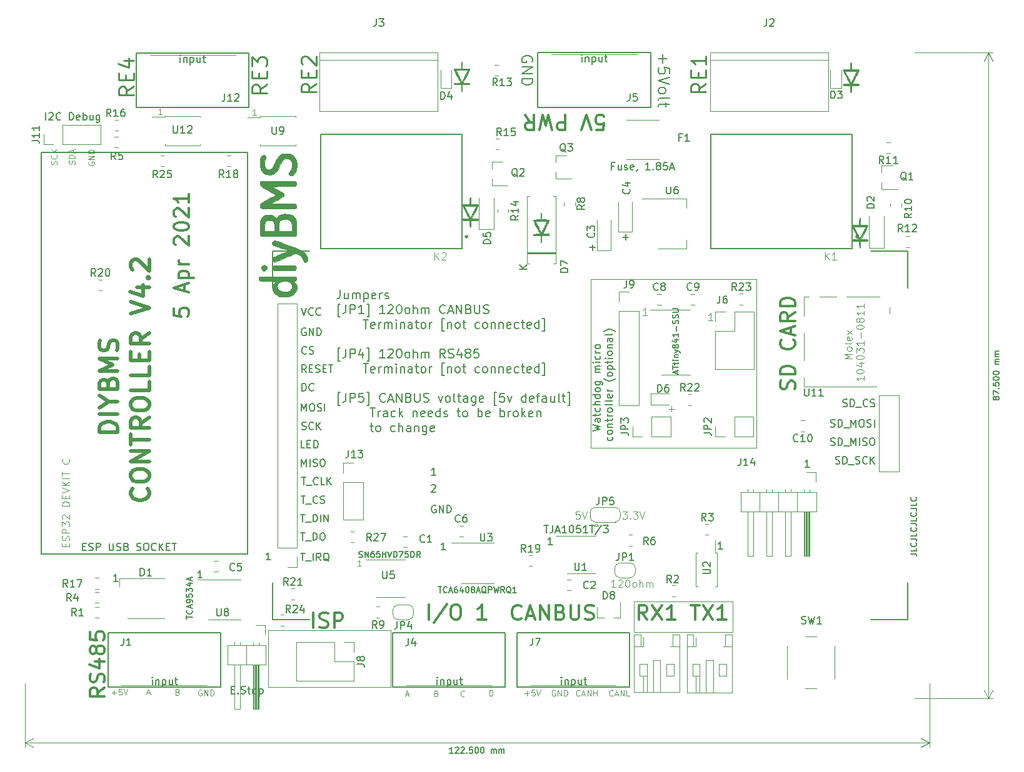
<source format=gbr>
G04 #@! TF.GenerationSoftware,KiCad,Pcbnew,(5.1.5)-3*
G04 #@! TF.CreationDate,2021-04-06T09:22:38+01:00*
G04 #@! TF.ProjectId,ControllerCircuit,436f6e74-726f-46c6-9c65-724369726375,1.1*
G04 #@! TF.SameCoordinates,Original*
G04 #@! TF.FileFunction,Legend,Top*
G04 #@! TF.FilePolarity,Positive*
%FSLAX46Y46*%
G04 Gerber Fmt 4.6, Leading zero omitted, Abs format (unit mm)*
G04 Created by KiCad (PCBNEW (5.1.5)-3) date 2021-04-06 09:22:38*
%MOMM*%
%LPD*%
G04 APERTURE LIST*
%ADD10C,0.150000*%
%ADD11C,0.100000*%
%ADD12C,0.120000*%
%ADD13C,0.200000*%
%ADD14C,0.250000*%
%ADD15C,0.300000*%
%ADD16C,0.500000*%
%ADD17C,0.010000*%
%ADD18C,0.127000*%
%ADD19C,0.015000*%
G04 APERTURE END LIST*
D10*
X144395714Y-111900000D02*
X144300476Y-111852380D01*
X144157619Y-111852380D01*
X144014761Y-111900000D01*
X143919523Y-111995238D01*
X143871904Y-112090476D01*
X143824285Y-112280952D01*
X143824285Y-112423809D01*
X143871904Y-112614285D01*
X143919523Y-112709523D01*
X144014761Y-112804761D01*
X144157619Y-112852380D01*
X144252857Y-112852380D01*
X144395714Y-112804761D01*
X144443333Y-112757142D01*
X144443333Y-112423809D01*
X144252857Y-112423809D01*
X144871904Y-112852380D02*
X144871904Y-111852380D01*
X145443333Y-112852380D01*
X145443333Y-111852380D01*
X145919523Y-112852380D02*
X145919523Y-111852380D01*
X146157619Y-111852380D01*
X146300476Y-111900000D01*
X146395714Y-111995238D01*
X146443333Y-112090476D01*
X146490952Y-112280952D01*
X146490952Y-112423809D01*
X146443333Y-112614285D01*
X146395714Y-112709523D01*
X146300476Y-112804761D01*
X146157619Y-112852380D01*
X145919523Y-112852380D01*
X143824285Y-109127619D02*
X143871904Y-109080000D01*
X143967142Y-109032380D01*
X144205238Y-109032380D01*
X144300476Y-109080000D01*
X144348095Y-109127619D01*
X144395714Y-109222857D01*
X144395714Y-109318095D01*
X144348095Y-109460952D01*
X143776666Y-110032380D01*
X144395714Y-110032380D01*
X144395714Y-107762380D02*
X143824285Y-107762380D01*
X144110000Y-107762380D02*
X144110000Y-106762380D01*
X144014761Y-106905238D01*
X143919523Y-107000476D01*
X143824285Y-107048095D01*
D11*
X200762380Y-91991904D02*
X199762380Y-91991904D01*
X200476666Y-91658571D01*
X199762380Y-91325238D01*
X200762380Y-91325238D01*
X200762380Y-90706190D02*
X200714761Y-90801428D01*
X200667142Y-90849047D01*
X200571904Y-90896666D01*
X200286190Y-90896666D01*
X200190952Y-90849047D01*
X200143333Y-90801428D01*
X200095714Y-90706190D01*
X200095714Y-90563333D01*
X200143333Y-90468095D01*
X200190952Y-90420476D01*
X200286190Y-90372857D01*
X200571904Y-90372857D01*
X200667142Y-90420476D01*
X200714761Y-90468095D01*
X200762380Y-90563333D01*
X200762380Y-90706190D01*
X200762380Y-89801428D02*
X200714761Y-89896666D01*
X200619523Y-89944285D01*
X199762380Y-89944285D01*
X200714761Y-89039523D02*
X200762380Y-89134761D01*
X200762380Y-89325238D01*
X200714761Y-89420476D01*
X200619523Y-89468095D01*
X200238571Y-89468095D01*
X200143333Y-89420476D01*
X200095714Y-89325238D01*
X200095714Y-89134761D01*
X200143333Y-89039523D01*
X200238571Y-88991904D01*
X200333809Y-88991904D01*
X200429047Y-89468095D01*
X200762380Y-88658571D02*
X200095714Y-88134761D01*
X200095714Y-88658571D02*
X200762380Y-88134761D01*
X202362380Y-94349047D02*
X202362380Y-94920476D01*
X202362380Y-94634761D02*
X201362380Y-94634761D01*
X201505238Y-94730000D01*
X201600476Y-94825238D01*
X201648095Y-94920476D01*
X201362380Y-93730000D02*
X201362380Y-93634761D01*
X201410000Y-93539523D01*
X201457619Y-93491904D01*
X201552857Y-93444285D01*
X201743333Y-93396666D01*
X201981428Y-93396666D01*
X202171904Y-93444285D01*
X202267142Y-93491904D01*
X202314761Y-93539523D01*
X202362380Y-93634761D01*
X202362380Y-93730000D01*
X202314761Y-93825238D01*
X202267142Y-93872857D01*
X202171904Y-93920476D01*
X201981428Y-93968095D01*
X201743333Y-93968095D01*
X201552857Y-93920476D01*
X201457619Y-93872857D01*
X201410000Y-93825238D01*
X201362380Y-93730000D01*
X201695714Y-92539523D02*
X202362380Y-92539523D01*
X201314761Y-92777619D02*
X202029047Y-93015714D01*
X202029047Y-92396666D01*
X201362380Y-91825238D02*
X201362380Y-91730000D01*
X201410000Y-91634761D01*
X201457619Y-91587142D01*
X201552857Y-91539523D01*
X201743333Y-91491904D01*
X201981428Y-91491904D01*
X202171904Y-91539523D01*
X202267142Y-91587142D01*
X202314761Y-91634761D01*
X202362380Y-91730000D01*
X202362380Y-91825238D01*
X202314761Y-91920476D01*
X202267142Y-91968095D01*
X202171904Y-92015714D01*
X201981428Y-92063333D01*
X201743333Y-92063333D01*
X201552857Y-92015714D01*
X201457619Y-91968095D01*
X201410000Y-91920476D01*
X201362380Y-91825238D01*
X201362380Y-91158571D02*
X201362380Y-90539523D01*
X201743333Y-90872857D01*
X201743333Y-90730000D01*
X201790952Y-90634761D01*
X201838571Y-90587142D01*
X201933809Y-90539523D01*
X202171904Y-90539523D01*
X202267142Y-90587142D01*
X202314761Y-90634761D01*
X202362380Y-90730000D01*
X202362380Y-91015714D01*
X202314761Y-91110952D01*
X202267142Y-91158571D01*
X202362380Y-89587142D02*
X202362380Y-90158571D01*
X202362380Y-89872857D02*
X201362380Y-89872857D01*
X201505238Y-89968095D01*
X201600476Y-90063333D01*
X201648095Y-90158571D01*
X201981428Y-89158571D02*
X201981428Y-88396666D01*
X201362380Y-87730000D02*
X201362380Y-87634761D01*
X201410000Y-87539523D01*
X201457619Y-87491904D01*
X201552857Y-87444285D01*
X201743333Y-87396666D01*
X201981428Y-87396666D01*
X202171904Y-87444285D01*
X202267142Y-87491904D01*
X202314761Y-87539523D01*
X202362380Y-87634761D01*
X202362380Y-87730000D01*
X202314761Y-87825238D01*
X202267142Y-87872857D01*
X202171904Y-87920476D01*
X201981428Y-87968095D01*
X201743333Y-87968095D01*
X201552857Y-87920476D01*
X201457619Y-87872857D01*
X201410000Y-87825238D01*
X201362380Y-87730000D01*
X201790952Y-86825238D02*
X201743333Y-86920476D01*
X201695714Y-86968095D01*
X201600476Y-87015714D01*
X201552857Y-87015714D01*
X201457619Y-86968095D01*
X201410000Y-86920476D01*
X201362380Y-86825238D01*
X201362380Y-86634761D01*
X201410000Y-86539523D01*
X201457619Y-86491904D01*
X201552857Y-86444285D01*
X201600476Y-86444285D01*
X201695714Y-86491904D01*
X201743333Y-86539523D01*
X201790952Y-86634761D01*
X201790952Y-86825238D01*
X201838571Y-86920476D01*
X201886190Y-86968095D01*
X201981428Y-87015714D01*
X202171904Y-87015714D01*
X202267142Y-86968095D01*
X202314761Y-86920476D01*
X202362380Y-86825238D01*
X202362380Y-86634761D01*
X202314761Y-86539523D01*
X202267142Y-86491904D01*
X202171904Y-86444285D01*
X201981428Y-86444285D01*
X201886190Y-86491904D01*
X201838571Y-86539523D01*
X201790952Y-86634761D01*
X202362380Y-85491904D02*
X202362380Y-86063333D01*
X202362380Y-85777619D02*
X201362380Y-85777619D01*
X201505238Y-85872857D01*
X201600476Y-85968095D01*
X201648095Y-86063333D01*
X202362380Y-84539523D02*
X202362380Y-85110952D01*
X202362380Y-84825238D02*
X201362380Y-84825238D01*
X201505238Y-84920476D01*
X201600476Y-85015714D01*
X201648095Y-85110952D01*
D10*
X112765714Y-121672380D02*
X112194285Y-121672380D01*
X112480000Y-121672380D02*
X112480000Y-120672380D01*
X112384761Y-120815238D01*
X112289523Y-120910476D01*
X112194285Y-120958095D01*
D12*
X121750000Y-136500000D02*
X121750000Y-128780000D01*
X138330000Y-136500000D02*
X121750000Y-136500000D01*
X138330000Y-128780000D02*
X138330000Y-136500000D01*
X121750000Y-128780000D02*
X138330000Y-128780000D01*
X184590000Y-129070000D02*
X171280000Y-129070000D01*
X184590000Y-124850000D02*
X184590000Y-129070000D01*
X171260000Y-124850000D02*
X184590000Y-124850000D01*
X171260000Y-129000000D02*
X171260000Y-124850000D01*
X165410000Y-104060000D02*
X165410000Y-81210000D01*
X187860000Y-104070000D02*
X165410000Y-104060000D01*
X187860000Y-81220000D02*
X187860000Y-104070000D01*
X165410000Y-81210000D02*
X187860000Y-81220000D01*
D13*
X131448571Y-82662857D02*
X131448571Y-83520000D01*
X131391428Y-83691428D01*
X131277142Y-83805714D01*
X131105714Y-83862857D01*
X130991428Y-83862857D01*
X132534285Y-83062857D02*
X132534285Y-83862857D01*
X132020000Y-83062857D02*
X132020000Y-83691428D01*
X132077142Y-83805714D01*
X132191428Y-83862857D01*
X132362857Y-83862857D01*
X132477142Y-83805714D01*
X132534285Y-83748571D01*
X133105714Y-83862857D02*
X133105714Y-83062857D01*
X133105714Y-83177142D02*
X133162857Y-83120000D01*
X133277142Y-83062857D01*
X133448571Y-83062857D01*
X133562857Y-83120000D01*
X133620000Y-83234285D01*
X133620000Y-83862857D01*
X133620000Y-83234285D02*
X133677142Y-83120000D01*
X133791428Y-83062857D01*
X133962857Y-83062857D01*
X134077142Y-83120000D01*
X134134285Y-83234285D01*
X134134285Y-83862857D01*
X134705714Y-83062857D02*
X134705714Y-84262857D01*
X134705714Y-83120000D02*
X134820000Y-83062857D01*
X135048571Y-83062857D01*
X135162857Y-83120000D01*
X135220000Y-83177142D01*
X135277142Y-83291428D01*
X135277142Y-83634285D01*
X135220000Y-83748571D01*
X135162857Y-83805714D01*
X135048571Y-83862857D01*
X134820000Y-83862857D01*
X134705714Y-83805714D01*
X136248571Y-83805714D02*
X136134285Y-83862857D01*
X135905714Y-83862857D01*
X135791428Y-83805714D01*
X135734285Y-83691428D01*
X135734285Y-83234285D01*
X135791428Y-83120000D01*
X135905714Y-83062857D01*
X136134285Y-83062857D01*
X136248571Y-83120000D01*
X136305714Y-83234285D01*
X136305714Y-83348571D01*
X135734285Y-83462857D01*
X136820000Y-83862857D02*
X136820000Y-83062857D01*
X136820000Y-83291428D02*
X136877142Y-83177142D01*
X136934285Y-83120000D01*
X137048571Y-83062857D01*
X137162857Y-83062857D01*
X137505714Y-83805714D02*
X137620000Y-83862857D01*
X137848571Y-83862857D01*
X137962857Y-83805714D01*
X138020000Y-83691428D01*
X138020000Y-83634285D01*
X137962857Y-83520000D01*
X137848571Y-83462857D01*
X137677142Y-83462857D01*
X137562857Y-83405714D01*
X137505714Y-83291428D01*
X137505714Y-83234285D01*
X137562857Y-83120000D01*
X137677142Y-83062857D01*
X137848571Y-83062857D01*
X137962857Y-83120000D01*
X131448571Y-86262857D02*
X131162857Y-86262857D01*
X131162857Y-84548571D01*
X131448571Y-84548571D01*
X132248571Y-84662857D02*
X132248571Y-85520000D01*
X132191428Y-85691428D01*
X132077142Y-85805714D01*
X131905714Y-85862857D01*
X131791428Y-85862857D01*
X132820000Y-85862857D02*
X132820000Y-84662857D01*
X133277142Y-84662857D01*
X133391428Y-84720000D01*
X133448571Y-84777142D01*
X133505714Y-84891428D01*
X133505714Y-85062857D01*
X133448571Y-85177142D01*
X133391428Y-85234285D01*
X133277142Y-85291428D01*
X132820000Y-85291428D01*
X134648571Y-85862857D02*
X133962857Y-85862857D01*
X134305714Y-85862857D02*
X134305714Y-84662857D01*
X134191428Y-84834285D01*
X134077142Y-84948571D01*
X133962857Y-85005714D01*
X135048571Y-86262857D02*
X135334285Y-86262857D01*
X135334285Y-84548571D01*
X135048571Y-84548571D01*
X137505714Y-85862857D02*
X136820000Y-85862857D01*
X137162857Y-85862857D02*
X137162857Y-84662857D01*
X137048571Y-84834285D01*
X136934285Y-84948571D01*
X136820000Y-85005714D01*
X137962857Y-84777142D02*
X138020000Y-84720000D01*
X138134285Y-84662857D01*
X138420000Y-84662857D01*
X138534285Y-84720000D01*
X138591428Y-84777142D01*
X138648571Y-84891428D01*
X138648571Y-85005714D01*
X138591428Y-85177142D01*
X137905714Y-85862857D01*
X138648571Y-85862857D01*
X139391428Y-84662857D02*
X139505714Y-84662857D01*
X139620000Y-84720000D01*
X139677142Y-84777142D01*
X139734285Y-84891428D01*
X139791428Y-85120000D01*
X139791428Y-85405714D01*
X139734285Y-85634285D01*
X139677142Y-85748571D01*
X139620000Y-85805714D01*
X139505714Y-85862857D01*
X139391428Y-85862857D01*
X139277142Y-85805714D01*
X139220000Y-85748571D01*
X139162857Y-85634285D01*
X139105714Y-85405714D01*
X139105714Y-85120000D01*
X139162857Y-84891428D01*
X139220000Y-84777142D01*
X139277142Y-84720000D01*
X139391428Y-84662857D01*
X140477142Y-85862857D02*
X140362857Y-85805714D01*
X140305714Y-85748571D01*
X140248571Y-85634285D01*
X140248571Y-85291428D01*
X140305714Y-85177142D01*
X140362857Y-85120000D01*
X140477142Y-85062857D01*
X140648571Y-85062857D01*
X140762857Y-85120000D01*
X140820000Y-85177142D01*
X140877142Y-85291428D01*
X140877142Y-85634285D01*
X140820000Y-85748571D01*
X140762857Y-85805714D01*
X140648571Y-85862857D01*
X140477142Y-85862857D01*
X141391428Y-85862857D02*
X141391428Y-84662857D01*
X141905714Y-85862857D02*
X141905714Y-85234285D01*
X141848571Y-85120000D01*
X141734285Y-85062857D01*
X141562857Y-85062857D01*
X141448571Y-85120000D01*
X141391428Y-85177142D01*
X142477142Y-85862857D02*
X142477142Y-85062857D01*
X142477142Y-85177142D02*
X142534285Y-85120000D01*
X142648571Y-85062857D01*
X142820000Y-85062857D01*
X142934285Y-85120000D01*
X142991428Y-85234285D01*
X142991428Y-85862857D01*
X142991428Y-85234285D02*
X143048571Y-85120000D01*
X143162857Y-85062857D01*
X143334285Y-85062857D01*
X143448571Y-85120000D01*
X143505714Y-85234285D01*
X143505714Y-85862857D01*
X145677142Y-85748571D02*
X145620000Y-85805714D01*
X145448571Y-85862857D01*
X145334285Y-85862857D01*
X145162857Y-85805714D01*
X145048571Y-85691428D01*
X144991428Y-85577142D01*
X144934285Y-85348571D01*
X144934285Y-85177142D01*
X144991428Y-84948571D01*
X145048571Y-84834285D01*
X145162857Y-84720000D01*
X145334285Y-84662857D01*
X145448571Y-84662857D01*
X145620000Y-84720000D01*
X145677142Y-84777142D01*
X146134285Y-85520000D02*
X146705714Y-85520000D01*
X146020000Y-85862857D02*
X146420000Y-84662857D01*
X146820000Y-85862857D01*
X147220000Y-85862857D02*
X147220000Y-84662857D01*
X147905714Y-85862857D01*
X147905714Y-84662857D01*
X148877142Y-85234285D02*
X149048571Y-85291428D01*
X149105714Y-85348571D01*
X149162857Y-85462857D01*
X149162857Y-85634285D01*
X149105714Y-85748571D01*
X149048571Y-85805714D01*
X148934285Y-85862857D01*
X148477142Y-85862857D01*
X148477142Y-84662857D01*
X148877142Y-84662857D01*
X148991428Y-84720000D01*
X149048571Y-84777142D01*
X149105714Y-84891428D01*
X149105714Y-85005714D01*
X149048571Y-85120000D01*
X148991428Y-85177142D01*
X148877142Y-85234285D01*
X148477142Y-85234285D01*
X149677142Y-84662857D02*
X149677142Y-85634285D01*
X149734285Y-85748571D01*
X149791428Y-85805714D01*
X149905714Y-85862857D01*
X150134285Y-85862857D01*
X150248571Y-85805714D01*
X150305714Y-85748571D01*
X150362857Y-85634285D01*
X150362857Y-84662857D01*
X150877142Y-85805714D02*
X151048571Y-85862857D01*
X151334285Y-85862857D01*
X151448571Y-85805714D01*
X151505714Y-85748571D01*
X151562857Y-85634285D01*
X151562857Y-85520000D01*
X151505714Y-85405714D01*
X151448571Y-85348571D01*
X151334285Y-85291428D01*
X151105714Y-85234285D01*
X150991428Y-85177142D01*
X150934285Y-85120000D01*
X150877142Y-85005714D01*
X150877142Y-84891428D01*
X150934285Y-84777142D01*
X150991428Y-84720000D01*
X151105714Y-84662857D01*
X151391428Y-84662857D01*
X151562857Y-84720000D01*
X134591428Y-86662857D02*
X135277142Y-86662857D01*
X134934285Y-87862857D02*
X134934285Y-86662857D01*
X136134285Y-87805714D02*
X136020000Y-87862857D01*
X135791428Y-87862857D01*
X135677142Y-87805714D01*
X135620000Y-87691428D01*
X135620000Y-87234285D01*
X135677142Y-87120000D01*
X135791428Y-87062857D01*
X136020000Y-87062857D01*
X136134285Y-87120000D01*
X136191428Y-87234285D01*
X136191428Y-87348571D01*
X135620000Y-87462857D01*
X136705714Y-87862857D02*
X136705714Y-87062857D01*
X136705714Y-87291428D02*
X136762857Y-87177142D01*
X136820000Y-87120000D01*
X136934285Y-87062857D01*
X137048571Y-87062857D01*
X137448571Y-87862857D02*
X137448571Y-87062857D01*
X137448571Y-87177142D02*
X137505714Y-87120000D01*
X137620000Y-87062857D01*
X137791428Y-87062857D01*
X137905714Y-87120000D01*
X137962857Y-87234285D01*
X137962857Y-87862857D01*
X137962857Y-87234285D02*
X138020000Y-87120000D01*
X138134285Y-87062857D01*
X138305714Y-87062857D01*
X138420000Y-87120000D01*
X138477142Y-87234285D01*
X138477142Y-87862857D01*
X139048571Y-87862857D02*
X139048571Y-87062857D01*
X139048571Y-86662857D02*
X138991428Y-86720000D01*
X139048571Y-86777142D01*
X139105714Y-86720000D01*
X139048571Y-86662857D01*
X139048571Y-86777142D01*
X139620000Y-87062857D02*
X139620000Y-87862857D01*
X139620000Y-87177142D02*
X139677142Y-87120000D01*
X139791428Y-87062857D01*
X139962857Y-87062857D01*
X140077142Y-87120000D01*
X140134285Y-87234285D01*
X140134285Y-87862857D01*
X141220000Y-87862857D02*
X141220000Y-87234285D01*
X141162857Y-87120000D01*
X141048571Y-87062857D01*
X140820000Y-87062857D01*
X140705714Y-87120000D01*
X141220000Y-87805714D02*
X141105714Y-87862857D01*
X140820000Y-87862857D01*
X140705714Y-87805714D01*
X140648571Y-87691428D01*
X140648571Y-87577142D01*
X140705714Y-87462857D01*
X140820000Y-87405714D01*
X141105714Y-87405714D01*
X141220000Y-87348571D01*
X141620000Y-87062857D02*
X142077142Y-87062857D01*
X141791428Y-86662857D02*
X141791428Y-87691428D01*
X141848571Y-87805714D01*
X141962857Y-87862857D01*
X142077142Y-87862857D01*
X142648571Y-87862857D02*
X142534285Y-87805714D01*
X142477142Y-87748571D01*
X142420000Y-87634285D01*
X142420000Y-87291428D01*
X142477142Y-87177142D01*
X142534285Y-87120000D01*
X142648571Y-87062857D01*
X142820000Y-87062857D01*
X142934285Y-87120000D01*
X142991428Y-87177142D01*
X143048571Y-87291428D01*
X143048571Y-87634285D01*
X142991428Y-87748571D01*
X142934285Y-87805714D01*
X142820000Y-87862857D01*
X142648571Y-87862857D01*
X143562857Y-87862857D02*
X143562857Y-87062857D01*
X143562857Y-87291428D02*
X143620000Y-87177142D01*
X143677142Y-87120000D01*
X143791428Y-87062857D01*
X143905714Y-87062857D01*
X145562857Y-88262857D02*
X145277142Y-88262857D01*
X145277142Y-86548571D01*
X145562857Y-86548571D01*
X146020000Y-87062857D02*
X146020000Y-87862857D01*
X146020000Y-87177142D02*
X146077142Y-87120000D01*
X146191428Y-87062857D01*
X146362857Y-87062857D01*
X146477142Y-87120000D01*
X146534285Y-87234285D01*
X146534285Y-87862857D01*
X147277142Y-87862857D02*
X147162857Y-87805714D01*
X147105714Y-87748571D01*
X147048571Y-87634285D01*
X147048571Y-87291428D01*
X147105714Y-87177142D01*
X147162857Y-87120000D01*
X147277142Y-87062857D01*
X147448571Y-87062857D01*
X147562857Y-87120000D01*
X147620000Y-87177142D01*
X147677142Y-87291428D01*
X147677142Y-87634285D01*
X147620000Y-87748571D01*
X147562857Y-87805714D01*
X147448571Y-87862857D01*
X147277142Y-87862857D01*
X148020000Y-87062857D02*
X148477142Y-87062857D01*
X148191428Y-86662857D02*
X148191428Y-87691428D01*
X148248571Y-87805714D01*
X148362857Y-87862857D01*
X148477142Y-87862857D01*
X150305714Y-87805714D02*
X150191428Y-87862857D01*
X149962857Y-87862857D01*
X149848571Y-87805714D01*
X149791428Y-87748571D01*
X149734285Y-87634285D01*
X149734285Y-87291428D01*
X149791428Y-87177142D01*
X149848571Y-87120000D01*
X149962857Y-87062857D01*
X150191428Y-87062857D01*
X150305714Y-87120000D01*
X150991428Y-87862857D02*
X150877142Y-87805714D01*
X150820000Y-87748571D01*
X150762857Y-87634285D01*
X150762857Y-87291428D01*
X150820000Y-87177142D01*
X150877142Y-87120000D01*
X150991428Y-87062857D01*
X151162857Y-87062857D01*
X151277142Y-87120000D01*
X151334285Y-87177142D01*
X151391428Y-87291428D01*
X151391428Y-87634285D01*
X151334285Y-87748571D01*
X151277142Y-87805714D01*
X151162857Y-87862857D01*
X150991428Y-87862857D01*
X151905714Y-87062857D02*
X151905714Y-87862857D01*
X151905714Y-87177142D02*
X151962857Y-87120000D01*
X152077142Y-87062857D01*
X152248571Y-87062857D01*
X152362857Y-87120000D01*
X152420000Y-87234285D01*
X152420000Y-87862857D01*
X152991428Y-87062857D02*
X152991428Y-87862857D01*
X152991428Y-87177142D02*
X153048571Y-87120000D01*
X153162857Y-87062857D01*
X153334285Y-87062857D01*
X153448571Y-87120000D01*
X153505714Y-87234285D01*
X153505714Y-87862857D01*
X154534285Y-87805714D02*
X154420000Y-87862857D01*
X154191428Y-87862857D01*
X154077142Y-87805714D01*
X154020000Y-87691428D01*
X154020000Y-87234285D01*
X154077142Y-87120000D01*
X154191428Y-87062857D01*
X154420000Y-87062857D01*
X154534285Y-87120000D01*
X154591428Y-87234285D01*
X154591428Y-87348571D01*
X154020000Y-87462857D01*
X155620000Y-87805714D02*
X155505714Y-87862857D01*
X155277142Y-87862857D01*
X155162857Y-87805714D01*
X155105714Y-87748571D01*
X155048571Y-87634285D01*
X155048571Y-87291428D01*
X155105714Y-87177142D01*
X155162857Y-87120000D01*
X155277142Y-87062857D01*
X155505714Y-87062857D01*
X155620000Y-87120000D01*
X155962857Y-87062857D02*
X156420000Y-87062857D01*
X156134285Y-86662857D02*
X156134285Y-87691428D01*
X156191428Y-87805714D01*
X156305714Y-87862857D01*
X156420000Y-87862857D01*
X157277142Y-87805714D02*
X157162857Y-87862857D01*
X156934285Y-87862857D01*
X156820000Y-87805714D01*
X156762857Y-87691428D01*
X156762857Y-87234285D01*
X156820000Y-87120000D01*
X156934285Y-87062857D01*
X157162857Y-87062857D01*
X157277142Y-87120000D01*
X157334285Y-87234285D01*
X157334285Y-87348571D01*
X156762857Y-87462857D01*
X158362857Y-87862857D02*
X158362857Y-86662857D01*
X158362857Y-87805714D02*
X158248571Y-87862857D01*
X158020000Y-87862857D01*
X157905714Y-87805714D01*
X157848571Y-87748571D01*
X157791428Y-87634285D01*
X157791428Y-87291428D01*
X157848571Y-87177142D01*
X157905714Y-87120000D01*
X158020000Y-87062857D01*
X158248571Y-87062857D01*
X158362857Y-87120000D01*
X158820000Y-88262857D02*
X159105714Y-88262857D01*
X159105714Y-86548571D01*
X158820000Y-86548571D01*
X131448571Y-92262857D02*
X131162857Y-92262857D01*
X131162857Y-90548571D01*
X131448571Y-90548571D01*
X132248571Y-90662857D02*
X132248571Y-91520000D01*
X132191428Y-91691428D01*
X132077142Y-91805714D01*
X131905714Y-91862857D01*
X131791428Y-91862857D01*
X132820000Y-91862857D02*
X132820000Y-90662857D01*
X133277142Y-90662857D01*
X133391428Y-90720000D01*
X133448571Y-90777142D01*
X133505714Y-90891428D01*
X133505714Y-91062857D01*
X133448571Y-91177142D01*
X133391428Y-91234285D01*
X133277142Y-91291428D01*
X132820000Y-91291428D01*
X134534285Y-91062857D02*
X134534285Y-91862857D01*
X134248571Y-90605714D02*
X133962857Y-91462857D01*
X134705714Y-91462857D01*
X135048571Y-92262857D02*
X135334285Y-92262857D01*
X135334285Y-90548571D01*
X135048571Y-90548571D01*
X137505714Y-91862857D02*
X136820000Y-91862857D01*
X137162857Y-91862857D02*
X137162857Y-90662857D01*
X137048571Y-90834285D01*
X136934285Y-90948571D01*
X136820000Y-91005714D01*
X137962857Y-90777142D02*
X138020000Y-90720000D01*
X138134285Y-90662857D01*
X138420000Y-90662857D01*
X138534285Y-90720000D01*
X138591428Y-90777142D01*
X138648571Y-90891428D01*
X138648571Y-91005714D01*
X138591428Y-91177142D01*
X137905714Y-91862857D01*
X138648571Y-91862857D01*
X139391428Y-90662857D02*
X139505714Y-90662857D01*
X139620000Y-90720000D01*
X139677142Y-90777142D01*
X139734285Y-90891428D01*
X139791428Y-91120000D01*
X139791428Y-91405714D01*
X139734285Y-91634285D01*
X139677142Y-91748571D01*
X139620000Y-91805714D01*
X139505714Y-91862857D01*
X139391428Y-91862857D01*
X139277142Y-91805714D01*
X139220000Y-91748571D01*
X139162857Y-91634285D01*
X139105714Y-91405714D01*
X139105714Y-91120000D01*
X139162857Y-90891428D01*
X139220000Y-90777142D01*
X139277142Y-90720000D01*
X139391428Y-90662857D01*
X140477142Y-91862857D02*
X140362857Y-91805714D01*
X140305714Y-91748571D01*
X140248571Y-91634285D01*
X140248571Y-91291428D01*
X140305714Y-91177142D01*
X140362857Y-91120000D01*
X140477142Y-91062857D01*
X140648571Y-91062857D01*
X140762857Y-91120000D01*
X140820000Y-91177142D01*
X140877142Y-91291428D01*
X140877142Y-91634285D01*
X140820000Y-91748571D01*
X140762857Y-91805714D01*
X140648571Y-91862857D01*
X140477142Y-91862857D01*
X141391428Y-91862857D02*
X141391428Y-90662857D01*
X141905714Y-91862857D02*
X141905714Y-91234285D01*
X141848571Y-91120000D01*
X141734285Y-91062857D01*
X141562857Y-91062857D01*
X141448571Y-91120000D01*
X141391428Y-91177142D01*
X142477142Y-91862857D02*
X142477142Y-91062857D01*
X142477142Y-91177142D02*
X142534285Y-91120000D01*
X142648571Y-91062857D01*
X142820000Y-91062857D01*
X142934285Y-91120000D01*
X142991428Y-91234285D01*
X142991428Y-91862857D01*
X142991428Y-91234285D02*
X143048571Y-91120000D01*
X143162857Y-91062857D01*
X143334285Y-91062857D01*
X143448571Y-91120000D01*
X143505714Y-91234285D01*
X143505714Y-91862857D01*
X145677142Y-91862857D02*
X145277142Y-91291428D01*
X144991428Y-91862857D02*
X144991428Y-90662857D01*
X145448571Y-90662857D01*
X145562857Y-90720000D01*
X145620000Y-90777142D01*
X145677142Y-90891428D01*
X145677142Y-91062857D01*
X145620000Y-91177142D01*
X145562857Y-91234285D01*
X145448571Y-91291428D01*
X144991428Y-91291428D01*
X146134285Y-91805714D02*
X146305714Y-91862857D01*
X146591428Y-91862857D01*
X146705714Y-91805714D01*
X146762857Y-91748571D01*
X146820000Y-91634285D01*
X146820000Y-91520000D01*
X146762857Y-91405714D01*
X146705714Y-91348571D01*
X146591428Y-91291428D01*
X146362857Y-91234285D01*
X146248571Y-91177142D01*
X146191428Y-91120000D01*
X146134285Y-91005714D01*
X146134285Y-90891428D01*
X146191428Y-90777142D01*
X146248571Y-90720000D01*
X146362857Y-90662857D01*
X146648571Y-90662857D01*
X146820000Y-90720000D01*
X147848571Y-91062857D02*
X147848571Y-91862857D01*
X147562857Y-90605714D02*
X147277142Y-91462857D01*
X148020000Y-91462857D01*
X148648571Y-91177142D02*
X148534285Y-91120000D01*
X148477142Y-91062857D01*
X148420000Y-90948571D01*
X148420000Y-90891428D01*
X148477142Y-90777142D01*
X148534285Y-90720000D01*
X148648571Y-90662857D01*
X148877142Y-90662857D01*
X148991428Y-90720000D01*
X149048571Y-90777142D01*
X149105714Y-90891428D01*
X149105714Y-90948571D01*
X149048571Y-91062857D01*
X148991428Y-91120000D01*
X148877142Y-91177142D01*
X148648571Y-91177142D01*
X148534285Y-91234285D01*
X148477142Y-91291428D01*
X148420000Y-91405714D01*
X148420000Y-91634285D01*
X148477142Y-91748571D01*
X148534285Y-91805714D01*
X148648571Y-91862857D01*
X148877142Y-91862857D01*
X148991428Y-91805714D01*
X149048571Y-91748571D01*
X149105714Y-91634285D01*
X149105714Y-91405714D01*
X149048571Y-91291428D01*
X148991428Y-91234285D01*
X148877142Y-91177142D01*
X150191428Y-90662857D02*
X149620000Y-90662857D01*
X149562857Y-91234285D01*
X149620000Y-91177142D01*
X149734285Y-91120000D01*
X150020000Y-91120000D01*
X150134285Y-91177142D01*
X150191428Y-91234285D01*
X150248571Y-91348571D01*
X150248571Y-91634285D01*
X150191428Y-91748571D01*
X150134285Y-91805714D01*
X150020000Y-91862857D01*
X149734285Y-91862857D01*
X149620000Y-91805714D01*
X149562857Y-91748571D01*
X134591428Y-92662857D02*
X135277142Y-92662857D01*
X134934285Y-93862857D02*
X134934285Y-92662857D01*
X136134285Y-93805714D02*
X136020000Y-93862857D01*
X135791428Y-93862857D01*
X135677142Y-93805714D01*
X135620000Y-93691428D01*
X135620000Y-93234285D01*
X135677142Y-93120000D01*
X135791428Y-93062857D01*
X136020000Y-93062857D01*
X136134285Y-93120000D01*
X136191428Y-93234285D01*
X136191428Y-93348571D01*
X135620000Y-93462857D01*
X136705714Y-93862857D02*
X136705714Y-93062857D01*
X136705714Y-93291428D02*
X136762857Y-93177142D01*
X136820000Y-93120000D01*
X136934285Y-93062857D01*
X137048571Y-93062857D01*
X137448571Y-93862857D02*
X137448571Y-93062857D01*
X137448571Y-93177142D02*
X137505714Y-93120000D01*
X137620000Y-93062857D01*
X137791428Y-93062857D01*
X137905714Y-93120000D01*
X137962857Y-93234285D01*
X137962857Y-93862857D01*
X137962857Y-93234285D02*
X138020000Y-93120000D01*
X138134285Y-93062857D01*
X138305714Y-93062857D01*
X138420000Y-93120000D01*
X138477142Y-93234285D01*
X138477142Y-93862857D01*
X139048571Y-93862857D02*
X139048571Y-93062857D01*
X139048571Y-92662857D02*
X138991428Y-92720000D01*
X139048571Y-92777142D01*
X139105714Y-92720000D01*
X139048571Y-92662857D01*
X139048571Y-92777142D01*
X139620000Y-93062857D02*
X139620000Y-93862857D01*
X139620000Y-93177142D02*
X139677142Y-93120000D01*
X139791428Y-93062857D01*
X139962857Y-93062857D01*
X140077142Y-93120000D01*
X140134285Y-93234285D01*
X140134285Y-93862857D01*
X141220000Y-93862857D02*
X141220000Y-93234285D01*
X141162857Y-93120000D01*
X141048571Y-93062857D01*
X140820000Y-93062857D01*
X140705714Y-93120000D01*
X141220000Y-93805714D02*
X141105714Y-93862857D01*
X140820000Y-93862857D01*
X140705714Y-93805714D01*
X140648571Y-93691428D01*
X140648571Y-93577142D01*
X140705714Y-93462857D01*
X140820000Y-93405714D01*
X141105714Y-93405714D01*
X141220000Y-93348571D01*
X141620000Y-93062857D02*
X142077142Y-93062857D01*
X141791428Y-92662857D02*
X141791428Y-93691428D01*
X141848571Y-93805714D01*
X141962857Y-93862857D01*
X142077142Y-93862857D01*
X142648571Y-93862857D02*
X142534285Y-93805714D01*
X142477142Y-93748571D01*
X142420000Y-93634285D01*
X142420000Y-93291428D01*
X142477142Y-93177142D01*
X142534285Y-93120000D01*
X142648571Y-93062857D01*
X142820000Y-93062857D01*
X142934285Y-93120000D01*
X142991428Y-93177142D01*
X143048571Y-93291428D01*
X143048571Y-93634285D01*
X142991428Y-93748571D01*
X142934285Y-93805714D01*
X142820000Y-93862857D01*
X142648571Y-93862857D01*
X143562857Y-93862857D02*
X143562857Y-93062857D01*
X143562857Y-93291428D02*
X143620000Y-93177142D01*
X143677142Y-93120000D01*
X143791428Y-93062857D01*
X143905714Y-93062857D01*
X145562857Y-94262857D02*
X145277142Y-94262857D01*
X145277142Y-92548571D01*
X145562857Y-92548571D01*
X146020000Y-93062857D02*
X146020000Y-93862857D01*
X146020000Y-93177142D02*
X146077142Y-93120000D01*
X146191428Y-93062857D01*
X146362857Y-93062857D01*
X146477142Y-93120000D01*
X146534285Y-93234285D01*
X146534285Y-93862857D01*
X147277142Y-93862857D02*
X147162857Y-93805714D01*
X147105714Y-93748571D01*
X147048571Y-93634285D01*
X147048571Y-93291428D01*
X147105714Y-93177142D01*
X147162857Y-93120000D01*
X147277142Y-93062857D01*
X147448571Y-93062857D01*
X147562857Y-93120000D01*
X147620000Y-93177142D01*
X147677142Y-93291428D01*
X147677142Y-93634285D01*
X147620000Y-93748571D01*
X147562857Y-93805714D01*
X147448571Y-93862857D01*
X147277142Y-93862857D01*
X148020000Y-93062857D02*
X148477142Y-93062857D01*
X148191428Y-92662857D02*
X148191428Y-93691428D01*
X148248571Y-93805714D01*
X148362857Y-93862857D01*
X148477142Y-93862857D01*
X150305714Y-93805714D02*
X150191428Y-93862857D01*
X149962857Y-93862857D01*
X149848571Y-93805714D01*
X149791428Y-93748571D01*
X149734285Y-93634285D01*
X149734285Y-93291428D01*
X149791428Y-93177142D01*
X149848571Y-93120000D01*
X149962857Y-93062857D01*
X150191428Y-93062857D01*
X150305714Y-93120000D01*
X150991428Y-93862857D02*
X150877142Y-93805714D01*
X150820000Y-93748571D01*
X150762857Y-93634285D01*
X150762857Y-93291428D01*
X150820000Y-93177142D01*
X150877142Y-93120000D01*
X150991428Y-93062857D01*
X151162857Y-93062857D01*
X151277142Y-93120000D01*
X151334285Y-93177142D01*
X151391428Y-93291428D01*
X151391428Y-93634285D01*
X151334285Y-93748571D01*
X151277142Y-93805714D01*
X151162857Y-93862857D01*
X150991428Y-93862857D01*
X151905714Y-93062857D02*
X151905714Y-93862857D01*
X151905714Y-93177142D02*
X151962857Y-93120000D01*
X152077142Y-93062857D01*
X152248571Y-93062857D01*
X152362857Y-93120000D01*
X152420000Y-93234285D01*
X152420000Y-93862857D01*
X152991428Y-93062857D02*
X152991428Y-93862857D01*
X152991428Y-93177142D02*
X153048571Y-93120000D01*
X153162857Y-93062857D01*
X153334285Y-93062857D01*
X153448571Y-93120000D01*
X153505714Y-93234285D01*
X153505714Y-93862857D01*
X154534285Y-93805714D02*
X154420000Y-93862857D01*
X154191428Y-93862857D01*
X154077142Y-93805714D01*
X154020000Y-93691428D01*
X154020000Y-93234285D01*
X154077142Y-93120000D01*
X154191428Y-93062857D01*
X154420000Y-93062857D01*
X154534285Y-93120000D01*
X154591428Y-93234285D01*
X154591428Y-93348571D01*
X154020000Y-93462857D01*
X155620000Y-93805714D02*
X155505714Y-93862857D01*
X155277142Y-93862857D01*
X155162857Y-93805714D01*
X155105714Y-93748571D01*
X155048571Y-93634285D01*
X155048571Y-93291428D01*
X155105714Y-93177142D01*
X155162857Y-93120000D01*
X155277142Y-93062857D01*
X155505714Y-93062857D01*
X155620000Y-93120000D01*
X155962857Y-93062857D02*
X156420000Y-93062857D01*
X156134285Y-92662857D02*
X156134285Y-93691428D01*
X156191428Y-93805714D01*
X156305714Y-93862857D01*
X156420000Y-93862857D01*
X157277142Y-93805714D02*
X157162857Y-93862857D01*
X156934285Y-93862857D01*
X156820000Y-93805714D01*
X156762857Y-93691428D01*
X156762857Y-93234285D01*
X156820000Y-93120000D01*
X156934285Y-93062857D01*
X157162857Y-93062857D01*
X157277142Y-93120000D01*
X157334285Y-93234285D01*
X157334285Y-93348571D01*
X156762857Y-93462857D01*
X158362857Y-93862857D02*
X158362857Y-92662857D01*
X158362857Y-93805714D02*
X158248571Y-93862857D01*
X158020000Y-93862857D01*
X157905714Y-93805714D01*
X157848571Y-93748571D01*
X157791428Y-93634285D01*
X157791428Y-93291428D01*
X157848571Y-93177142D01*
X157905714Y-93120000D01*
X158020000Y-93062857D01*
X158248571Y-93062857D01*
X158362857Y-93120000D01*
X158820000Y-94262857D02*
X159105714Y-94262857D01*
X159105714Y-92548571D01*
X158820000Y-92548571D01*
X131448571Y-98262857D02*
X131162857Y-98262857D01*
X131162857Y-96548571D01*
X131448571Y-96548571D01*
X132248571Y-96662857D02*
X132248571Y-97520000D01*
X132191428Y-97691428D01*
X132077142Y-97805714D01*
X131905714Y-97862857D01*
X131791428Y-97862857D01*
X132820000Y-97862857D02*
X132820000Y-96662857D01*
X133277142Y-96662857D01*
X133391428Y-96720000D01*
X133448571Y-96777142D01*
X133505714Y-96891428D01*
X133505714Y-97062857D01*
X133448571Y-97177142D01*
X133391428Y-97234285D01*
X133277142Y-97291428D01*
X132820000Y-97291428D01*
X134591428Y-96662857D02*
X134020000Y-96662857D01*
X133962857Y-97234285D01*
X134020000Y-97177142D01*
X134134285Y-97120000D01*
X134420000Y-97120000D01*
X134534285Y-97177142D01*
X134591428Y-97234285D01*
X134648571Y-97348571D01*
X134648571Y-97634285D01*
X134591428Y-97748571D01*
X134534285Y-97805714D01*
X134420000Y-97862857D01*
X134134285Y-97862857D01*
X134020000Y-97805714D01*
X133962857Y-97748571D01*
X135048571Y-98262857D02*
X135334285Y-98262857D01*
X135334285Y-96548571D01*
X135048571Y-96548571D01*
X137562857Y-97748571D02*
X137505714Y-97805714D01*
X137334285Y-97862857D01*
X137220000Y-97862857D01*
X137048571Y-97805714D01*
X136934285Y-97691428D01*
X136877142Y-97577142D01*
X136820000Y-97348571D01*
X136820000Y-97177142D01*
X136877142Y-96948571D01*
X136934285Y-96834285D01*
X137048571Y-96720000D01*
X137220000Y-96662857D01*
X137334285Y-96662857D01*
X137505714Y-96720000D01*
X137562857Y-96777142D01*
X138020000Y-97520000D02*
X138591428Y-97520000D01*
X137905714Y-97862857D02*
X138305714Y-96662857D01*
X138705714Y-97862857D01*
X139105714Y-97862857D02*
X139105714Y-96662857D01*
X139791428Y-97862857D01*
X139791428Y-96662857D01*
X140762857Y-97234285D02*
X140934285Y-97291428D01*
X140991428Y-97348571D01*
X141048571Y-97462857D01*
X141048571Y-97634285D01*
X140991428Y-97748571D01*
X140934285Y-97805714D01*
X140820000Y-97862857D01*
X140362857Y-97862857D01*
X140362857Y-96662857D01*
X140762857Y-96662857D01*
X140877142Y-96720000D01*
X140934285Y-96777142D01*
X140991428Y-96891428D01*
X140991428Y-97005714D01*
X140934285Y-97120000D01*
X140877142Y-97177142D01*
X140762857Y-97234285D01*
X140362857Y-97234285D01*
X141562857Y-96662857D02*
X141562857Y-97634285D01*
X141620000Y-97748571D01*
X141677142Y-97805714D01*
X141791428Y-97862857D01*
X142020000Y-97862857D01*
X142134285Y-97805714D01*
X142191428Y-97748571D01*
X142248571Y-97634285D01*
X142248571Y-96662857D01*
X142762857Y-97805714D02*
X142934285Y-97862857D01*
X143220000Y-97862857D01*
X143334285Y-97805714D01*
X143391428Y-97748571D01*
X143448571Y-97634285D01*
X143448571Y-97520000D01*
X143391428Y-97405714D01*
X143334285Y-97348571D01*
X143220000Y-97291428D01*
X142991428Y-97234285D01*
X142877142Y-97177142D01*
X142820000Y-97120000D01*
X142762857Y-97005714D01*
X142762857Y-96891428D01*
X142820000Y-96777142D01*
X142877142Y-96720000D01*
X142991428Y-96662857D01*
X143277142Y-96662857D01*
X143448571Y-96720000D01*
X144762857Y-97062857D02*
X145048571Y-97862857D01*
X145334285Y-97062857D01*
X145962857Y-97862857D02*
X145848571Y-97805714D01*
X145791428Y-97748571D01*
X145734285Y-97634285D01*
X145734285Y-97291428D01*
X145791428Y-97177142D01*
X145848571Y-97120000D01*
X145962857Y-97062857D01*
X146134285Y-97062857D01*
X146248571Y-97120000D01*
X146305714Y-97177142D01*
X146362857Y-97291428D01*
X146362857Y-97634285D01*
X146305714Y-97748571D01*
X146248571Y-97805714D01*
X146134285Y-97862857D01*
X145962857Y-97862857D01*
X147048571Y-97862857D02*
X146934285Y-97805714D01*
X146877142Y-97691428D01*
X146877142Y-96662857D01*
X147334285Y-97062857D02*
X147791428Y-97062857D01*
X147505714Y-96662857D02*
X147505714Y-97691428D01*
X147562857Y-97805714D01*
X147677142Y-97862857D01*
X147791428Y-97862857D01*
X148705714Y-97862857D02*
X148705714Y-97234285D01*
X148648571Y-97120000D01*
X148534285Y-97062857D01*
X148305714Y-97062857D01*
X148191428Y-97120000D01*
X148705714Y-97805714D02*
X148591428Y-97862857D01*
X148305714Y-97862857D01*
X148191428Y-97805714D01*
X148134285Y-97691428D01*
X148134285Y-97577142D01*
X148191428Y-97462857D01*
X148305714Y-97405714D01*
X148591428Y-97405714D01*
X148705714Y-97348571D01*
X149791428Y-97062857D02*
X149791428Y-98034285D01*
X149734285Y-98148571D01*
X149677142Y-98205714D01*
X149562857Y-98262857D01*
X149391428Y-98262857D01*
X149277142Y-98205714D01*
X149791428Y-97805714D02*
X149677142Y-97862857D01*
X149448571Y-97862857D01*
X149334285Y-97805714D01*
X149277142Y-97748571D01*
X149220000Y-97634285D01*
X149220000Y-97291428D01*
X149277142Y-97177142D01*
X149334285Y-97120000D01*
X149448571Y-97062857D01*
X149677142Y-97062857D01*
X149791428Y-97120000D01*
X150820000Y-97805714D02*
X150705714Y-97862857D01*
X150477142Y-97862857D01*
X150362857Y-97805714D01*
X150305714Y-97691428D01*
X150305714Y-97234285D01*
X150362857Y-97120000D01*
X150477142Y-97062857D01*
X150705714Y-97062857D01*
X150820000Y-97120000D01*
X150877142Y-97234285D01*
X150877142Y-97348571D01*
X150305714Y-97462857D01*
X152648571Y-98262857D02*
X152362857Y-98262857D01*
X152362857Y-96548571D01*
X152648571Y-96548571D01*
X153677142Y-96662857D02*
X153105714Y-96662857D01*
X153048571Y-97234285D01*
X153105714Y-97177142D01*
X153220000Y-97120000D01*
X153505714Y-97120000D01*
X153620000Y-97177142D01*
X153677142Y-97234285D01*
X153734285Y-97348571D01*
X153734285Y-97634285D01*
X153677142Y-97748571D01*
X153620000Y-97805714D01*
X153505714Y-97862857D01*
X153220000Y-97862857D01*
X153105714Y-97805714D01*
X153048571Y-97748571D01*
X154134285Y-97062857D02*
X154420000Y-97862857D01*
X154705714Y-97062857D01*
X156591428Y-97862857D02*
X156591428Y-96662857D01*
X156591428Y-97805714D02*
X156477142Y-97862857D01*
X156248571Y-97862857D01*
X156134285Y-97805714D01*
X156077142Y-97748571D01*
X156020000Y-97634285D01*
X156020000Y-97291428D01*
X156077142Y-97177142D01*
X156134285Y-97120000D01*
X156248571Y-97062857D01*
X156477142Y-97062857D01*
X156591428Y-97120000D01*
X157620000Y-97805714D02*
X157505714Y-97862857D01*
X157277142Y-97862857D01*
X157162857Y-97805714D01*
X157105714Y-97691428D01*
X157105714Y-97234285D01*
X157162857Y-97120000D01*
X157277142Y-97062857D01*
X157505714Y-97062857D01*
X157620000Y-97120000D01*
X157677142Y-97234285D01*
X157677142Y-97348571D01*
X157105714Y-97462857D01*
X158020000Y-97062857D02*
X158477142Y-97062857D01*
X158191428Y-97862857D02*
X158191428Y-96834285D01*
X158248571Y-96720000D01*
X158362857Y-96662857D01*
X158477142Y-96662857D01*
X159391428Y-97862857D02*
X159391428Y-97234285D01*
X159334285Y-97120000D01*
X159220000Y-97062857D01*
X158991428Y-97062857D01*
X158877142Y-97120000D01*
X159391428Y-97805714D02*
X159277142Y-97862857D01*
X158991428Y-97862857D01*
X158877142Y-97805714D01*
X158820000Y-97691428D01*
X158820000Y-97577142D01*
X158877142Y-97462857D01*
X158991428Y-97405714D01*
X159277142Y-97405714D01*
X159391428Y-97348571D01*
X160477142Y-97062857D02*
X160477142Y-97862857D01*
X159962857Y-97062857D02*
X159962857Y-97691428D01*
X160020000Y-97805714D01*
X160134285Y-97862857D01*
X160305714Y-97862857D01*
X160420000Y-97805714D01*
X160477142Y-97748571D01*
X161220000Y-97862857D02*
X161105714Y-97805714D01*
X161048571Y-97691428D01*
X161048571Y-96662857D01*
X161505714Y-97062857D02*
X161962857Y-97062857D01*
X161677142Y-96662857D02*
X161677142Y-97691428D01*
X161734285Y-97805714D01*
X161848571Y-97862857D01*
X161962857Y-97862857D01*
X162248571Y-98262857D02*
X162534285Y-98262857D01*
X162534285Y-96548571D01*
X162248571Y-96548571D01*
X135505714Y-98662857D02*
X136191428Y-98662857D01*
X135848571Y-99862857D02*
X135848571Y-98662857D01*
X136591428Y-99862857D02*
X136591428Y-99062857D01*
X136591428Y-99291428D02*
X136648571Y-99177142D01*
X136705714Y-99120000D01*
X136820000Y-99062857D01*
X136934285Y-99062857D01*
X137848571Y-99862857D02*
X137848571Y-99234285D01*
X137791428Y-99120000D01*
X137677142Y-99062857D01*
X137448571Y-99062857D01*
X137334285Y-99120000D01*
X137848571Y-99805714D02*
X137734285Y-99862857D01*
X137448571Y-99862857D01*
X137334285Y-99805714D01*
X137277142Y-99691428D01*
X137277142Y-99577142D01*
X137334285Y-99462857D01*
X137448571Y-99405714D01*
X137734285Y-99405714D01*
X137848571Y-99348571D01*
X138934285Y-99805714D02*
X138820000Y-99862857D01*
X138591428Y-99862857D01*
X138477142Y-99805714D01*
X138420000Y-99748571D01*
X138362857Y-99634285D01*
X138362857Y-99291428D01*
X138420000Y-99177142D01*
X138477142Y-99120000D01*
X138591428Y-99062857D01*
X138820000Y-99062857D01*
X138934285Y-99120000D01*
X139448571Y-99862857D02*
X139448571Y-98662857D01*
X139562857Y-99405714D02*
X139905714Y-99862857D01*
X139905714Y-99062857D02*
X139448571Y-99520000D01*
X141334285Y-99062857D02*
X141334285Y-99862857D01*
X141334285Y-99177142D02*
X141391428Y-99120000D01*
X141505714Y-99062857D01*
X141677142Y-99062857D01*
X141791428Y-99120000D01*
X141848571Y-99234285D01*
X141848571Y-99862857D01*
X142877142Y-99805714D02*
X142762857Y-99862857D01*
X142534285Y-99862857D01*
X142420000Y-99805714D01*
X142362857Y-99691428D01*
X142362857Y-99234285D01*
X142420000Y-99120000D01*
X142534285Y-99062857D01*
X142762857Y-99062857D01*
X142877142Y-99120000D01*
X142934285Y-99234285D01*
X142934285Y-99348571D01*
X142362857Y-99462857D01*
X143905714Y-99805714D02*
X143791428Y-99862857D01*
X143562857Y-99862857D01*
X143448571Y-99805714D01*
X143391428Y-99691428D01*
X143391428Y-99234285D01*
X143448571Y-99120000D01*
X143562857Y-99062857D01*
X143791428Y-99062857D01*
X143905714Y-99120000D01*
X143962857Y-99234285D01*
X143962857Y-99348571D01*
X143391428Y-99462857D01*
X144991428Y-99862857D02*
X144991428Y-98662857D01*
X144991428Y-99805714D02*
X144877142Y-99862857D01*
X144648571Y-99862857D01*
X144534285Y-99805714D01*
X144477142Y-99748571D01*
X144420000Y-99634285D01*
X144420000Y-99291428D01*
X144477142Y-99177142D01*
X144534285Y-99120000D01*
X144648571Y-99062857D01*
X144877142Y-99062857D01*
X144991428Y-99120000D01*
X145505714Y-99805714D02*
X145620000Y-99862857D01*
X145848571Y-99862857D01*
X145962857Y-99805714D01*
X146020000Y-99691428D01*
X146020000Y-99634285D01*
X145962857Y-99520000D01*
X145848571Y-99462857D01*
X145677142Y-99462857D01*
X145562857Y-99405714D01*
X145505714Y-99291428D01*
X145505714Y-99234285D01*
X145562857Y-99120000D01*
X145677142Y-99062857D01*
X145848571Y-99062857D01*
X145962857Y-99120000D01*
X147277142Y-99062857D02*
X147734285Y-99062857D01*
X147448571Y-98662857D02*
X147448571Y-99691428D01*
X147505714Y-99805714D01*
X147620000Y-99862857D01*
X147734285Y-99862857D01*
X148305714Y-99862857D02*
X148191428Y-99805714D01*
X148134285Y-99748571D01*
X148077142Y-99634285D01*
X148077142Y-99291428D01*
X148134285Y-99177142D01*
X148191428Y-99120000D01*
X148305714Y-99062857D01*
X148477142Y-99062857D01*
X148591428Y-99120000D01*
X148648571Y-99177142D01*
X148705714Y-99291428D01*
X148705714Y-99634285D01*
X148648571Y-99748571D01*
X148591428Y-99805714D01*
X148477142Y-99862857D01*
X148305714Y-99862857D01*
X150134285Y-99862857D02*
X150134285Y-98662857D01*
X150134285Y-99120000D02*
X150248571Y-99062857D01*
X150477142Y-99062857D01*
X150591428Y-99120000D01*
X150648571Y-99177142D01*
X150705714Y-99291428D01*
X150705714Y-99634285D01*
X150648571Y-99748571D01*
X150591428Y-99805714D01*
X150477142Y-99862857D01*
X150248571Y-99862857D01*
X150134285Y-99805714D01*
X151677142Y-99805714D02*
X151562857Y-99862857D01*
X151334285Y-99862857D01*
X151220000Y-99805714D01*
X151162857Y-99691428D01*
X151162857Y-99234285D01*
X151220000Y-99120000D01*
X151334285Y-99062857D01*
X151562857Y-99062857D01*
X151677142Y-99120000D01*
X151734285Y-99234285D01*
X151734285Y-99348571D01*
X151162857Y-99462857D01*
X153162857Y-99862857D02*
X153162857Y-98662857D01*
X153162857Y-99120000D02*
X153277142Y-99062857D01*
X153505714Y-99062857D01*
X153620000Y-99120000D01*
X153677142Y-99177142D01*
X153734285Y-99291428D01*
X153734285Y-99634285D01*
X153677142Y-99748571D01*
X153620000Y-99805714D01*
X153505714Y-99862857D01*
X153277142Y-99862857D01*
X153162857Y-99805714D01*
X154248571Y-99862857D02*
X154248571Y-99062857D01*
X154248571Y-99291428D02*
X154305714Y-99177142D01*
X154362857Y-99120000D01*
X154477142Y-99062857D01*
X154591428Y-99062857D01*
X155162857Y-99862857D02*
X155048571Y-99805714D01*
X154991428Y-99748571D01*
X154934285Y-99634285D01*
X154934285Y-99291428D01*
X154991428Y-99177142D01*
X155048571Y-99120000D01*
X155162857Y-99062857D01*
X155334285Y-99062857D01*
X155448571Y-99120000D01*
X155505714Y-99177142D01*
X155562857Y-99291428D01*
X155562857Y-99634285D01*
X155505714Y-99748571D01*
X155448571Y-99805714D01*
X155334285Y-99862857D01*
X155162857Y-99862857D01*
X156077142Y-99862857D02*
X156077142Y-98662857D01*
X156191428Y-99405714D02*
X156534285Y-99862857D01*
X156534285Y-99062857D02*
X156077142Y-99520000D01*
X157505714Y-99805714D02*
X157391428Y-99862857D01*
X157162857Y-99862857D01*
X157048571Y-99805714D01*
X156991428Y-99691428D01*
X156991428Y-99234285D01*
X157048571Y-99120000D01*
X157162857Y-99062857D01*
X157391428Y-99062857D01*
X157505714Y-99120000D01*
X157562857Y-99234285D01*
X157562857Y-99348571D01*
X156991428Y-99462857D01*
X158077142Y-99062857D02*
X158077142Y-99862857D01*
X158077142Y-99177142D02*
X158134285Y-99120000D01*
X158248571Y-99062857D01*
X158420000Y-99062857D01*
X158534285Y-99120000D01*
X158591428Y-99234285D01*
X158591428Y-99862857D01*
X135505714Y-101062857D02*
X135962857Y-101062857D01*
X135677142Y-100662857D02*
X135677142Y-101691428D01*
X135734285Y-101805714D01*
X135848571Y-101862857D01*
X135962857Y-101862857D01*
X136534285Y-101862857D02*
X136420000Y-101805714D01*
X136362857Y-101748571D01*
X136305714Y-101634285D01*
X136305714Y-101291428D01*
X136362857Y-101177142D01*
X136420000Y-101120000D01*
X136534285Y-101062857D01*
X136705714Y-101062857D01*
X136820000Y-101120000D01*
X136877142Y-101177142D01*
X136934285Y-101291428D01*
X136934285Y-101634285D01*
X136877142Y-101748571D01*
X136820000Y-101805714D01*
X136705714Y-101862857D01*
X136534285Y-101862857D01*
X138877142Y-101805714D02*
X138762857Y-101862857D01*
X138534285Y-101862857D01*
X138420000Y-101805714D01*
X138362857Y-101748571D01*
X138305714Y-101634285D01*
X138305714Y-101291428D01*
X138362857Y-101177142D01*
X138420000Y-101120000D01*
X138534285Y-101062857D01*
X138762857Y-101062857D01*
X138877142Y-101120000D01*
X139391428Y-101862857D02*
X139391428Y-100662857D01*
X139905714Y-101862857D02*
X139905714Y-101234285D01*
X139848571Y-101120000D01*
X139734285Y-101062857D01*
X139562857Y-101062857D01*
X139448571Y-101120000D01*
X139391428Y-101177142D01*
X140991428Y-101862857D02*
X140991428Y-101234285D01*
X140934285Y-101120000D01*
X140820000Y-101062857D01*
X140591428Y-101062857D01*
X140477142Y-101120000D01*
X140991428Y-101805714D02*
X140877142Y-101862857D01*
X140591428Y-101862857D01*
X140477142Y-101805714D01*
X140420000Y-101691428D01*
X140420000Y-101577142D01*
X140477142Y-101462857D01*
X140591428Y-101405714D01*
X140877142Y-101405714D01*
X140991428Y-101348571D01*
X141562857Y-101062857D02*
X141562857Y-101862857D01*
X141562857Y-101177142D02*
X141620000Y-101120000D01*
X141734285Y-101062857D01*
X141905714Y-101062857D01*
X142020000Y-101120000D01*
X142077142Y-101234285D01*
X142077142Y-101862857D01*
X143162857Y-101062857D02*
X143162857Y-102034285D01*
X143105714Y-102148571D01*
X143048571Y-102205714D01*
X142934285Y-102262857D01*
X142762857Y-102262857D01*
X142648571Y-102205714D01*
X143162857Y-101805714D02*
X143048571Y-101862857D01*
X142820000Y-101862857D01*
X142705714Y-101805714D01*
X142648571Y-101748571D01*
X142591428Y-101634285D01*
X142591428Y-101291428D01*
X142648571Y-101177142D01*
X142705714Y-101120000D01*
X142820000Y-101062857D01*
X143048571Y-101062857D01*
X143162857Y-101120000D01*
X144191428Y-101805714D02*
X144077142Y-101862857D01*
X143848571Y-101862857D01*
X143734285Y-101805714D01*
X143677142Y-101691428D01*
X143677142Y-101234285D01*
X143734285Y-101120000D01*
X143848571Y-101062857D01*
X144077142Y-101062857D01*
X144191428Y-101120000D01*
X144248571Y-101234285D01*
X144248571Y-101348571D01*
X143677142Y-101462857D01*
D11*
X168751904Y-122942380D02*
X168180476Y-122942380D01*
X168466190Y-122942380D02*
X168466190Y-121942380D01*
X168370952Y-122085238D01*
X168275714Y-122180476D01*
X168180476Y-122228095D01*
X169132857Y-122037619D02*
X169180476Y-121990000D01*
X169275714Y-121942380D01*
X169513809Y-121942380D01*
X169609047Y-121990000D01*
X169656666Y-122037619D01*
X169704285Y-122132857D01*
X169704285Y-122228095D01*
X169656666Y-122370952D01*
X169085238Y-122942380D01*
X169704285Y-122942380D01*
X170323333Y-121942380D02*
X170418571Y-121942380D01*
X170513809Y-121990000D01*
X170561428Y-122037619D01*
X170609047Y-122132857D01*
X170656666Y-122323333D01*
X170656666Y-122561428D01*
X170609047Y-122751904D01*
X170561428Y-122847142D01*
X170513809Y-122894761D01*
X170418571Y-122942380D01*
X170323333Y-122942380D01*
X170228095Y-122894761D01*
X170180476Y-122847142D01*
X170132857Y-122751904D01*
X170085238Y-122561428D01*
X170085238Y-122323333D01*
X170132857Y-122132857D01*
X170180476Y-122037619D01*
X170228095Y-121990000D01*
X170323333Y-121942380D01*
X171228095Y-122942380D02*
X171132857Y-122894761D01*
X171085238Y-122847142D01*
X171037619Y-122751904D01*
X171037619Y-122466190D01*
X171085238Y-122370952D01*
X171132857Y-122323333D01*
X171228095Y-122275714D01*
X171370952Y-122275714D01*
X171466190Y-122323333D01*
X171513809Y-122370952D01*
X171561428Y-122466190D01*
X171561428Y-122751904D01*
X171513809Y-122847142D01*
X171466190Y-122894761D01*
X171370952Y-122942380D01*
X171228095Y-122942380D01*
X171990000Y-122942380D02*
X171990000Y-121942380D01*
X172418571Y-122942380D02*
X172418571Y-122418571D01*
X172370952Y-122323333D01*
X172275714Y-122275714D01*
X172132857Y-122275714D01*
X172037619Y-122323333D01*
X171990000Y-122370952D01*
X172894761Y-122942380D02*
X172894761Y-122275714D01*
X172894761Y-122370952D02*
X172942380Y-122323333D01*
X173037619Y-122275714D01*
X173180476Y-122275714D01*
X173275714Y-122323333D01*
X173323333Y-122418571D01*
X173323333Y-122942380D01*
X173323333Y-122418571D02*
X173370952Y-122323333D01*
X173466190Y-122275714D01*
X173609047Y-122275714D01*
X173704285Y-122323333D01*
X173751904Y-122418571D01*
X173751904Y-122942380D01*
X163879523Y-112682380D02*
X163403333Y-112682380D01*
X163355714Y-113158571D01*
X163403333Y-113110952D01*
X163498571Y-113063333D01*
X163736666Y-113063333D01*
X163831904Y-113110952D01*
X163879523Y-113158571D01*
X163927142Y-113253809D01*
X163927142Y-113491904D01*
X163879523Y-113587142D01*
X163831904Y-113634761D01*
X163736666Y-113682380D01*
X163498571Y-113682380D01*
X163403333Y-113634761D01*
X163355714Y-113587142D01*
X164212857Y-112682380D02*
X164546190Y-113682380D01*
X164879523Y-112682380D01*
X169703809Y-112692380D02*
X170322857Y-112692380D01*
X169989523Y-113073333D01*
X170132380Y-113073333D01*
X170227619Y-113120952D01*
X170275238Y-113168571D01*
X170322857Y-113263809D01*
X170322857Y-113501904D01*
X170275238Y-113597142D01*
X170227619Y-113644761D01*
X170132380Y-113692380D01*
X169846666Y-113692380D01*
X169751428Y-113644761D01*
X169703809Y-113597142D01*
X170751428Y-113597142D02*
X170799047Y-113644761D01*
X170751428Y-113692380D01*
X170703809Y-113644761D01*
X170751428Y-113597142D01*
X170751428Y-113692380D01*
X171132380Y-112692380D02*
X171751428Y-112692380D01*
X171418095Y-113073333D01*
X171560952Y-113073333D01*
X171656190Y-113120952D01*
X171703809Y-113168571D01*
X171751428Y-113263809D01*
X171751428Y-113501904D01*
X171703809Y-113597142D01*
X171656190Y-113644761D01*
X171560952Y-113692380D01*
X171275238Y-113692380D01*
X171180000Y-113644761D01*
X171132380Y-113597142D01*
X172037142Y-112692380D02*
X172370476Y-113692380D01*
X172703809Y-112692380D01*
X156421428Y-137337142D02*
X157030952Y-137337142D01*
X156726190Y-137641904D02*
X156726190Y-137032380D01*
X157792857Y-136841904D02*
X157411904Y-136841904D01*
X157373809Y-137222857D01*
X157411904Y-137184761D01*
X157488095Y-137146666D01*
X157678571Y-137146666D01*
X157754761Y-137184761D01*
X157792857Y-137222857D01*
X157830952Y-137299047D01*
X157830952Y-137489523D01*
X157792857Y-137565714D01*
X157754761Y-137603809D01*
X157678571Y-137641904D01*
X157488095Y-137641904D01*
X157411904Y-137603809D01*
X157373809Y-137565714D01*
X158059523Y-136841904D02*
X158326190Y-137641904D01*
X158592857Y-136841904D01*
D14*
X103484761Y-55067738D02*
X102532380Y-55734404D01*
X103484761Y-56210595D02*
X101484761Y-56210595D01*
X101484761Y-55448690D01*
X101580000Y-55258214D01*
X101675238Y-55162976D01*
X101865714Y-55067738D01*
X102151428Y-55067738D01*
X102341904Y-55162976D01*
X102437142Y-55258214D01*
X102532380Y-55448690D01*
X102532380Y-56210595D01*
X102437142Y-54210595D02*
X102437142Y-53543928D01*
X103484761Y-53258214D02*
X103484761Y-54210595D01*
X101484761Y-54210595D01*
X101484761Y-53258214D01*
X102151428Y-51543928D02*
X103484761Y-51543928D01*
X101389523Y-52020119D02*
X102818095Y-52496309D01*
X102818095Y-51258214D01*
D11*
X107308571Y-58861904D02*
X106851428Y-58861904D01*
X107080000Y-58861904D02*
X107080000Y-58061904D01*
X107003809Y-58176190D01*
X106927619Y-58252380D01*
X106851428Y-58290476D01*
D10*
X195015714Y-106642380D02*
X194444285Y-106642380D01*
X194730000Y-106642380D02*
X194730000Y-105642380D01*
X194634761Y-105785238D01*
X194539523Y-105880476D01*
X194444285Y-105928095D01*
D15*
X192959523Y-96090476D02*
X193054761Y-95804761D01*
X193054761Y-95328571D01*
X192959523Y-95138095D01*
X192864285Y-95042857D01*
X192673809Y-94947619D01*
X192483333Y-94947619D01*
X192292857Y-95042857D01*
X192197619Y-95138095D01*
X192102380Y-95328571D01*
X192007142Y-95709523D01*
X191911904Y-95900000D01*
X191816666Y-95995238D01*
X191626190Y-96090476D01*
X191435714Y-96090476D01*
X191245238Y-95995238D01*
X191150000Y-95900000D01*
X191054761Y-95709523D01*
X191054761Y-95233333D01*
X191150000Y-94947619D01*
X193054761Y-94090476D02*
X191054761Y-94090476D01*
X191054761Y-93614285D01*
X191150000Y-93328571D01*
X191340476Y-93138095D01*
X191530952Y-93042857D01*
X191911904Y-92947619D01*
X192197619Y-92947619D01*
X192578571Y-93042857D01*
X192769047Y-93138095D01*
X192959523Y-93328571D01*
X193054761Y-93614285D01*
X193054761Y-94090476D01*
X192864285Y-89423809D02*
X192959523Y-89519047D01*
X193054761Y-89804761D01*
X193054761Y-89995238D01*
X192959523Y-90280952D01*
X192769047Y-90471428D01*
X192578571Y-90566666D01*
X192197619Y-90661904D01*
X191911904Y-90661904D01*
X191530952Y-90566666D01*
X191340476Y-90471428D01*
X191150000Y-90280952D01*
X191054761Y-89995238D01*
X191054761Y-89804761D01*
X191150000Y-89519047D01*
X191245238Y-89423809D01*
X192483333Y-88661904D02*
X192483333Y-87709523D01*
X193054761Y-88852380D02*
X191054761Y-88185714D01*
X193054761Y-87519047D01*
X193054761Y-85709523D02*
X192102380Y-86376190D01*
X193054761Y-86852380D02*
X191054761Y-86852380D01*
X191054761Y-86090476D01*
X191150000Y-85900000D01*
X191245238Y-85804761D01*
X191435714Y-85709523D01*
X191721428Y-85709523D01*
X191911904Y-85804761D01*
X192007142Y-85900000D01*
X192102380Y-86090476D01*
X192102380Y-86852380D01*
X193054761Y-84852380D02*
X191054761Y-84852380D01*
X191054761Y-84376190D01*
X191150000Y-84090476D01*
X191340476Y-83900000D01*
X191530952Y-83804761D01*
X191911904Y-83709523D01*
X192197619Y-83709523D01*
X192578571Y-83804761D01*
X192769047Y-83900000D01*
X192959523Y-84090476D01*
X193054761Y-84376190D01*
X193054761Y-84852380D01*
D11*
X120078571Y-58951904D02*
X119621428Y-58951904D01*
X119850000Y-58951904D02*
X119850000Y-58151904D01*
X119773809Y-58266190D01*
X119697619Y-58342380D01*
X119621428Y-58380476D01*
D10*
X208741904Y-118435238D02*
X209313333Y-118435238D01*
X209427619Y-118473333D01*
X209503809Y-118549523D01*
X209541904Y-118663809D01*
X209541904Y-118740000D01*
X209541904Y-117673333D02*
X209541904Y-118054285D01*
X208741904Y-118054285D01*
X209465714Y-116949523D02*
X209503809Y-116987619D01*
X209541904Y-117101904D01*
X209541904Y-117178095D01*
X209503809Y-117292380D01*
X209427619Y-117368571D01*
X209351428Y-117406666D01*
X209199047Y-117444761D01*
X209084761Y-117444761D01*
X208932380Y-117406666D01*
X208856190Y-117368571D01*
X208780000Y-117292380D01*
X208741904Y-117178095D01*
X208741904Y-117101904D01*
X208780000Y-116987619D01*
X208818095Y-116949523D01*
X208741904Y-116378095D02*
X209313333Y-116378095D01*
X209427619Y-116416190D01*
X209503809Y-116492380D01*
X209541904Y-116606666D01*
X209541904Y-116682857D01*
X209541904Y-115616190D02*
X209541904Y-115997142D01*
X208741904Y-115997142D01*
X209465714Y-114892380D02*
X209503809Y-114930476D01*
X209541904Y-115044761D01*
X209541904Y-115120952D01*
X209503809Y-115235238D01*
X209427619Y-115311428D01*
X209351428Y-115349523D01*
X209199047Y-115387619D01*
X209084761Y-115387619D01*
X208932380Y-115349523D01*
X208856190Y-115311428D01*
X208780000Y-115235238D01*
X208741904Y-115120952D01*
X208741904Y-115044761D01*
X208780000Y-114930476D01*
X208818095Y-114892380D01*
X208741904Y-114320952D02*
X209313333Y-114320952D01*
X209427619Y-114359047D01*
X209503809Y-114435238D01*
X209541904Y-114549523D01*
X209541904Y-114625714D01*
X209541904Y-113559047D02*
X209541904Y-113940000D01*
X208741904Y-113940000D01*
X209465714Y-112835238D02*
X209503809Y-112873333D01*
X209541904Y-112987619D01*
X209541904Y-113063809D01*
X209503809Y-113178095D01*
X209427619Y-113254285D01*
X209351428Y-113292380D01*
X209199047Y-113330476D01*
X209084761Y-113330476D01*
X208932380Y-113292380D01*
X208856190Y-113254285D01*
X208780000Y-113178095D01*
X208741904Y-113063809D01*
X208741904Y-112987619D01*
X208780000Y-112873333D01*
X208818095Y-112835238D01*
X208741904Y-112263809D02*
X209313333Y-112263809D01*
X209427619Y-112301904D01*
X209503809Y-112378095D01*
X209541904Y-112492380D01*
X209541904Y-112568571D01*
X209541904Y-111501904D02*
X209541904Y-111882857D01*
X208741904Y-111882857D01*
X209465714Y-110778095D02*
X209503809Y-110816190D01*
X209541904Y-110930476D01*
X209541904Y-111006666D01*
X209503809Y-111120952D01*
X209427619Y-111197142D01*
X209351428Y-111235238D01*
X209199047Y-111273333D01*
X209084761Y-111273333D01*
X208932380Y-111235238D01*
X208856190Y-111197142D01*
X208780000Y-111120952D01*
X208741904Y-111006666D01*
X208741904Y-110930476D01*
X208780000Y-110816190D01*
X208818095Y-110778095D01*
X220224761Y-97411904D02*
X220186666Y-97488095D01*
X220148571Y-97526190D01*
X220072380Y-97564285D01*
X220034285Y-97564285D01*
X219958095Y-97526190D01*
X219920000Y-97488095D01*
X219881904Y-97411904D01*
X219881904Y-97259523D01*
X219920000Y-97183333D01*
X219958095Y-97145238D01*
X220034285Y-97107142D01*
X220072380Y-97107142D01*
X220148571Y-97145238D01*
X220186666Y-97183333D01*
X220224761Y-97259523D01*
X220224761Y-97411904D01*
X220262857Y-97488095D01*
X220300952Y-97526190D01*
X220377142Y-97564285D01*
X220529523Y-97564285D01*
X220605714Y-97526190D01*
X220643809Y-97488095D01*
X220681904Y-97411904D01*
X220681904Y-97259523D01*
X220643809Y-97183333D01*
X220605714Y-97145238D01*
X220529523Y-97107142D01*
X220377142Y-97107142D01*
X220300952Y-97145238D01*
X220262857Y-97183333D01*
X220224761Y-97259523D01*
X219881904Y-96840476D02*
X219881904Y-96307142D01*
X220681904Y-96650000D01*
X220605714Y-96002380D02*
X220643809Y-95964285D01*
X220681904Y-96002380D01*
X220643809Y-96040476D01*
X220605714Y-96002380D01*
X220681904Y-96002380D01*
X219881904Y-95240476D02*
X219881904Y-95621428D01*
X220262857Y-95659523D01*
X220224761Y-95621428D01*
X220186666Y-95545238D01*
X220186666Y-95354761D01*
X220224761Y-95278571D01*
X220262857Y-95240476D01*
X220339047Y-95202380D01*
X220529523Y-95202380D01*
X220605714Y-95240476D01*
X220643809Y-95278571D01*
X220681904Y-95354761D01*
X220681904Y-95545238D01*
X220643809Y-95621428D01*
X220605714Y-95659523D01*
X219881904Y-94707142D02*
X219881904Y-94630952D01*
X219920000Y-94554761D01*
X219958095Y-94516666D01*
X220034285Y-94478571D01*
X220186666Y-94440476D01*
X220377142Y-94440476D01*
X220529523Y-94478571D01*
X220605714Y-94516666D01*
X220643809Y-94554761D01*
X220681904Y-94630952D01*
X220681904Y-94707142D01*
X220643809Y-94783333D01*
X220605714Y-94821428D01*
X220529523Y-94859523D01*
X220377142Y-94897619D01*
X220186666Y-94897619D01*
X220034285Y-94859523D01*
X219958095Y-94821428D01*
X219920000Y-94783333D01*
X219881904Y-94707142D01*
X219881904Y-93945238D02*
X219881904Y-93869047D01*
X219920000Y-93792857D01*
X219958095Y-93754761D01*
X220034285Y-93716666D01*
X220186666Y-93678571D01*
X220377142Y-93678571D01*
X220529523Y-93716666D01*
X220605714Y-93754761D01*
X220643809Y-93792857D01*
X220681904Y-93869047D01*
X220681904Y-93945238D01*
X220643809Y-94021428D01*
X220605714Y-94059523D01*
X220529523Y-94097619D01*
X220377142Y-94135714D01*
X220186666Y-94135714D01*
X220034285Y-94097619D01*
X219958095Y-94059523D01*
X219920000Y-94021428D01*
X219881904Y-93945238D01*
X220681904Y-92726190D02*
X220148571Y-92726190D01*
X220224761Y-92726190D02*
X220186666Y-92688095D01*
X220148571Y-92611904D01*
X220148571Y-92497619D01*
X220186666Y-92421428D01*
X220262857Y-92383333D01*
X220681904Y-92383333D01*
X220262857Y-92383333D02*
X220186666Y-92345238D01*
X220148571Y-92269047D01*
X220148571Y-92154761D01*
X220186666Y-92078571D01*
X220262857Y-92040476D01*
X220681904Y-92040476D01*
X220681904Y-91659523D02*
X220148571Y-91659523D01*
X220224761Y-91659523D02*
X220186666Y-91621428D01*
X220148571Y-91545238D01*
X220148571Y-91430952D01*
X220186666Y-91354761D01*
X220262857Y-91316666D01*
X220681904Y-91316666D01*
X220262857Y-91316666D02*
X220186666Y-91278571D01*
X220148571Y-91202380D01*
X220148571Y-91088095D01*
X220186666Y-91011904D01*
X220262857Y-90973809D01*
X220681904Y-90973809D01*
D12*
X219250000Y-138000000D02*
X219250000Y-50500000D01*
X209250000Y-138000000D02*
X219836421Y-138000000D01*
X209250000Y-50500000D02*
X219836421Y-50500000D01*
X219250000Y-50500000D02*
X219836421Y-51626504D01*
X219250000Y-50500000D02*
X218663579Y-51626504D01*
X219250000Y-138000000D02*
X219836421Y-136873496D01*
X219250000Y-138000000D02*
X218663579Y-136873496D01*
D10*
X146761904Y-145431904D02*
X146304761Y-145431904D01*
X146533333Y-145431904D02*
X146533333Y-144631904D01*
X146457142Y-144746190D01*
X146380952Y-144822380D01*
X146304761Y-144860476D01*
X147066666Y-144708095D02*
X147104761Y-144670000D01*
X147180952Y-144631904D01*
X147371428Y-144631904D01*
X147447619Y-144670000D01*
X147485714Y-144708095D01*
X147523809Y-144784285D01*
X147523809Y-144860476D01*
X147485714Y-144974761D01*
X147028571Y-145431904D01*
X147523809Y-145431904D01*
X147828571Y-144708095D02*
X147866666Y-144670000D01*
X147942857Y-144631904D01*
X148133333Y-144631904D01*
X148209523Y-144670000D01*
X148247619Y-144708095D01*
X148285714Y-144784285D01*
X148285714Y-144860476D01*
X148247619Y-144974761D01*
X147790476Y-145431904D01*
X148285714Y-145431904D01*
X148628571Y-145355714D02*
X148666666Y-145393809D01*
X148628571Y-145431904D01*
X148590476Y-145393809D01*
X148628571Y-145355714D01*
X148628571Y-145431904D01*
X149390476Y-144631904D02*
X149009523Y-144631904D01*
X148971428Y-145012857D01*
X149009523Y-144974761D01*
X149085714Y-144936666D01*
X149276190Y-144936666D01*
X149352380Y-144974761D01*
X149390476Y-145012857D01*
X149428571Y-145089047D01*
X149428571Y-145279523D01*
X149390476Y-145355714D01*
X149352380Y-145393809D01*
X149276190Y-145431904D01*
X149085714Y-145431904D01*
X149009523Y-145393809D01*
X148971428Y-145355714D01*
X149923809Y-144631904D02*
X150000000Y-144631904D01*
X150076190Y-144670000D01*
X150114285Y-144708095D01*
X150152380Y-144784285D01*
X150190476Y-144936666D01*
X150190476Y-145127142D01*
X150152380Y-145279523D01*
X150114285Y-145355714D01*
X150076190Y-145393809D01*
X150000000Y-145431904D01*
X149923809Y-145431904D01*
X149847619Y-145393809D01*
X149809523Y-145355714D01*
X149771428Y-145279523D01*
X149733333Y-145127142D01*
X149733333Y-144936666D01*
X149771428Y-144784285D01*
X149809523Y-144708095D01*
X149847619Y-144670000D01*
X149923809Y-144631904D01*
X150685714Y-144631904D02*
X150761904Y-144631904D01*
X150838095Y-144670000D01*
X150876190Y-144708095D01*
X150914285Y-144784285D01*
X150952380Y-144936666D01*
X150952380Y-145127142D01*
X150914285Y-145279523D01*
X150876190Y-145355714D01*
X150838095Y-145393809D01*
X150761904Y-145431904D01*
X150685714Y-145431904D01*
X150609523Y-145393809D01*
X150571428Y-145355714D01*
X150533333Y-145279523D01*
X150495238Y-145127142D01*
X150495238Y-144936666D01*
X150533333Y-144784285D01*
X150571428Y-144708095D01*
X150609523Y-144670000D01*
X150685714Y-144631904D01*
X151904761Y-145431904D02*
X151904761Y-144898571D01*
X151904761Y-144974761D02*
X151942857Y-144936666D01*
X152019047Y-144898571D01*
X152133333Y-144898571D01*
X152209523Y-144936666D01*
X152247619Y-145012857D01*
X152247619Y-145431904D01*
X152247619Y-145012857D02*
X152285714Y-144936666D01*
X152361904Y-144898571D01*
X152476190Y-144898571D01*
X152552380Y-144936666D01*
X152590476Y-145012857D01*
X152590476Y-145431904D01*
X152971428Y-145431904D02*
X152971428Y-144898571D01*
X152971428Y-144974761D02*
X153009523Y-144936666D01*
X153085714Y-144898571D01*
X153200000Y-144898571D01*
X153276190Y-144936666D01*
X153314285Y-145012857D01*
X153314285Y-145431904D01*
X153314285Y-145012857D02*
X153352380Y-144936666D01*
X153428571Y-144898571D01*
X153542857Y-144898571D01*
X153619047Y-144936666D01*
X153657142Y-145012857D01*
X153657142Y-145431904D01*
D12*
X88750000Y-144000000D02*
X211250000Y-144000000D01*
X88750000Y-136000000D02*
X88750000Y-144586421D01*
X211250000Y-136000000D02*
X211250000Y-144586421D01*
X211250000Y-144000000D02*
X210123496Y-144586421D01*
X211250000Y-144000000D02*
X210123496Y-143413579D01*
X88750000Y-144000000D02*
X89876504Y-144586421D01*
X88750000Y-144000000D02*
X89876504Y-143413579D01*
D10*
X165677380Y-101771904D02*
X166677380Y-101533809D01*
X165963095Y-101343333D01*
X166677380Y-101152857D01*
X165677380Y-100914761D01*
X166677380Y-100105238D02*
X166153571Y-100105238D01*
X166058333Y-100152857D01*
X166010714Y-100248095D01*
X166010714Y-100438571D01*
X166058333Y-100533809D01*
X166629761Y-100105238D02*
X166677380Y-100200476D01*
X166677380Y-100438571D01*
X166629761Y-100533809D01*
X166534523Y-100581428D01*
X166439285Y-100581428D01*
X166344047Y-100533809D01*
X166296428Y-100438571D01*
X166296428Y-100200476D01*
X166248809Y-100105238D01*
X166010714Y-99771904D02*
X166010714Y-99390952D01*
X165677380Y-99629047D02*
X166534523Y-99629047D01*
X166629761Y-99581428D01*
X166677380Y-99486190D01*
X166677380Y-99390952D01*
X166629761Y-98629047D02*
X166677380Y-98724285D01*
X166677380Y-98914761D01*
X166629761Y-99010000D01*
X166582142Y-99057619D01*
X166486904Y-99105238D01*
X166201190Y-99105238D01*
X166105952Y-99057619D01*
X166058333Y-99010000D01*
X166010714Y-98914761D01*
X166010714Y-98724285D01*
X166058333Y-98629047D01*
X166677380Y-98200476D02*
X165677380Y-98200476D01*
X166677380Y-97771904D02*
X166153571Y-97771904D01*
X166058333Y-97819523D01*
X166010714Y-97914761D01*
X166010714Y-98057619D01*
X166058333Y-98152857D01*
X166105952Y-98200476D01*
X166677380Y-96867142D02*
X165677380Y-96867142D01*
X166629761Y-96867142D02*
X166677380Y-96962380D01*
X166677380Y-97152857D01*
X166629761Y-97248095D01*
X166582142Y-97295714D01*
X166486904Y-97343333D01*
X166201190Y-97343333D01*
X166105952Y-97295714D01*
X166058333Y-97248095D01*
X166010714Y-97152857D01*
X166010714Y-96962380D01*
X166058333Y-96867142D01*
X166677380Y-96248095D02*
X166629761Y-96343333D01*
X166582142Y-96390952D01*
X166486904Y-96438571D01*
X166201190Y-96438571D01*
X166105952Y-96390952D01*
X166058333Y-96343333D01*
X166010714Y-96248095D01*
X166010714Y-96105238D01*
X166058333Y-96010000D01*
X166105952Y-95962380D01*
X166201190Y-95914761D01*
X166486904Y-95914761D01*
X166582142Y-95962380D01*
X166629761Y-96010000D01*
X166677380Y-96105238D01*
X166677380Y-96248095D01*
X166010714Y-95057619D02*
X166820238Y-95057619D01*
X166915476Y-95105238D01*
X166963095Y-95152857D01*
X167010714Y-95248095D01*
X167010714Y-95390952D01*
X166963095Y-95486190D01*
X166629761Y-95057619D02*
X166677380Y-95152857D01*
X166677380Y-95343333D01*
X166629761Y-95438571D01*
X166582142Y-95486190D01*
X166486904Y-95533809D01*
X166201190Y-95533809D01*
X166105952Y-95486190D01*
X166058333Y-95438571D01*
X166010714Y-95343333D01*
X166010714Y-95152857D01*
X166058333Y-95057619D01*
X166677380Y-93819523D02*
X166010714Y-93819523D01*
X166105952Y-93819523D02*
X166058333Y-93771904D01*
X166010714Y-93676666D01*
X166010714Y-93533809D01*
X166058333Y-93438571D01*
X166153571Y-93390952D01*
X166677380Y-93390952D01*
X166153571Y-93390952D02*
X166058333Y-93343333D01*
X166010714Y-93248095D01*
X166010714Y-93105238D01*
X166058333Y-93010000D01*
X166153571Y-92962380D01*
X166677380Y-92962380D01*
X166677380Y-92486190D02*
X166010714Y-92486190D01*
X165677380Y-92486190D02*
X165725000Y-92533809D01*
X165772619Y-92486190D01*
X165725000Y-92438571D01*
X165677380Y-92486190D01*
X165772619Y-92486190D01*
X166629761Y-91581428D02*
X166677380Y-91676666D01*
X166677380Y-91867142D01*
X166629761Y-91962380D01*
X166582142Y-92010000D01*
X166486904Y-92057619D01*
X166201190Y-92057619D01*
X166105952Y-92010000D01*
X166058333Y-91962380D01*
X166010714Y-91867142D01*
X166010714Y-91676666D01*
X166058333Y-91581428D01*
X166677380Y-91152857D02*
X166010714Y-91152857D01*
X166201190Y-91152857D02*
X166105952Y-91105238D01*
X166058333Y-91057619D01*
X166010714Y-90962380D01*
X166010714Y-90867142D01*
X166677380Y-90390952D02*
X166629761Y-90486190D01*
X166582142Y-90533809D01*
X166486904Y-90581428D01*
X166201190Y-90581428D01*
X166105952Y-90533809D01*
X166058333Y-90486190D01*
X166010714Y-90390952D01*
X166010714Y-90248095D01*
X166058333Y-90152857D01*
X166105952Y-90105238D01*
X166201190Y-90057619D01*
X166486904Y-90057619D01*
X166582142Y-90105238D01*
X166629761Y-90152857D01*
X166677380Y-90248095D01*
X166677380Y-90390952D01*
X168279761Y-102581428D02*
X168327380Y-102676666D01*
X168327380Y-102867142D01*
X168279761Y-102962380D01*
X168232142Y-103010000D01*
X168136904Y-103057619D01*
X167851190Y-103057619D01*
X167755952Y-103010000D01*
X167708333Y-102962380D01*
X167660714Y-102867142D01*
X167660714Y-102676666D01*
X167708333Y-102581428D01*
X168327380Y-102010000D02*
X168279761Y-102105238D01*
X168232142Y-102152857D01*
X168136904Y-102200476D01*
X167851190Y-102200476D01*
X167755952Y-102152857D01*
X167708333Y-102105238D01*
X167660714Y-102010000D01*
X167660714Y-101867142D01*
X167708333Y-101771904D01*
X167755952Y-101724285D01*
X167851190Y-101676666D01*
X168136904Y-101676666D01*
X168232142Y-101724285D01*
X168279761Y-101771904D01*
X168327380Y-101867142D01*
X168327380Y-102010000D01*
X167660714Y-101248095D02*
X168327380Y-101248095D01*
X167755952Y-101248095D02*
X167708333Y-101200476D01*
X167660714Y-101105238D01*
X167660714Y-100962380D01*
X167708333Y-100867142D01*
X167803571Y-100819523D01*
X168327380Y-100819523D01*
X167660714Y-100486190D02*
X167660714Y-100105238D01*
X167327380Y-100343333D02*
X168184523Y-100343333D01*
X168279761Y-100295714D01*
X168327380Y-100200476D01*
X168327380Y-100105238D01*
X168327380Y-99771904D02*
X167660714Y-99771904D01*
X167851190Y-99771904D02*
X167755952Y-99724285D01*
X167708333Y-99676666D01*
X167660714Y-99581428D01*
X167660714Y-99486190D01*
X168327380Y-99010000D02*
X168279761Y-99105238D01*
X168232142Y-99152857D01*
X168136904Y-99200476D01*
X167851190Y-99200476D01*
X167755952Y-99152857D01*
X167708333Y-99105238D01*
X167660714Y-99010000D01*
X167660714Y-98867142D01*
X167708333Y-98771904D01*
X167755952Y-98724285D01*
X167851190Y-98676666D01*
X168136904Y-98676666D01*
X168232142Y-98724285D01*
X168279761Y-98771904D01*
X168327380Y-98867142D01*
X168327380Y-99010000D01*
X168327380Y-98105238D02*
X168279761Y-98200476D01*
X168184523Y-98248095D01*
X167327380Y-98248095D01*
X168327380Y-97581428D02*
X168279761Y-97676666D01*
X168184523Y-97724285D01*
X167327380Y-97724285D01*
X168279761Y-96819523D02*
X168327380Y-96914761D01*
X168327380Y-97105238D01*
X168279761Y-97200476D01*
X168184523Y-97248095D01*
X167803571Y-97248095D01*
X167708333Y-97200476D01*
X167660714Y-97105238D01*
X167660714Y-96914761D01*
X167708333Y-96819523D01*
X167803571Y-96771904D01*
X167898809Y-96771904D01*
X167994047Y-97248095D01*
X168327380Y-96343333D02*
X167660714Y-96343333D01*
X167851190Y-96343333D02*
X167755952Y-96295714D01*
X167708333Y-96248095D01*
X167660714Y-96152857D01*
X167660714Y-96057619D01*
X168708333Y-94676666D02*
X168660714Y-94724285D01*
X168517857Y-94819523D01*
X168422619Y-94867142D01*
X168279761Y-94914761D01*
X168041666Y-94962380D01*
X167851190Y-94962380D01*
X167613095Y-94914761D01*
X167470238Y-94867142D01*
X167375000Y-94819523D01*
X167232142Y-94724285D01*
X167184523Y-94676666D01*
X168327380Y-94152857D02*
X168279761Y-94248095D01*
X168232142Y-94295714D01*
X168136904Y-94343333D01*
X167851190Y-94343333D01*
X167755952Y-94295714D01*
X167708333Y-94248095D01*
X167660714Y-94152857D01*
X167660714Y-94010000D01*
X167708333Y-93914761D01*
X167755952Y-93867142D01*
X167851190Y-93819523D01*
X168136904Y-93819523D01*
X168232142Y-93867142D01*
X168279761Y-93914761D01*
X168327380Y-94010000D01*
X168327380Y-94152857D01*
X167660714Y-93390952D02*
X168660714Y-93390952D01*
X167708333Y-93390952D02*
X167660714Y-93295714D01*
X167660714Y-93105238D01*
X167708333Y-93010000D01*
X167755952Y-92962380D01*
X167851190Y-92914761D01*
X168136904Y-92914761D01*
X168232142Y-92962380D01*
X168279761Y-93010000D01*
X168327380Y-93105238D01*
X168327380Y-93295714D01*
X168279761Y-93390952D01*
X167660714Y-92629047D02*
X167660714Y-92248095D01*
X167327380Y-92486190D02*
X168184523Y-92486190D01*
X168279761Y-92438571D01*
X168327380Y-92343333D01*
X168327380Y-92248095D01*
X168327380Y-91914761D02*
X167660714Y-91914761D01*
X167327380Y-91914761D02*
X167375000Y-91962380D01*
X167422619Y-91914761D01*
X167375000Y-91867142D01*
X167327380Y-91914761D01*
X167422619Y-91914761D01*
X168327380Y-91295714D02*
X168279761Y-91390952D01*
X168232142Y-91438571D01*
X168136904Y-91486190D01*
X167851190Y-91486190D01*
X167755952Y-91438571D01*
X167708333Y-91390952D01*
X167660714Y-91295714D01*
X167660714Y-91152857D01*
X167708333Y-91057619D01*
X167755952Y-91010000D01*
X167851190Y-90962380D01*
X168136904Y-90962380D01*
X168232142Y-91010000D01*
X168279761Y-91057619D01*
X168327380Y-91152857D01*
X168327380Y-91295714D01*
X167660714Y-90533809D02*
X168327380Y-90533809D01*
X167755952Y-90533809D02*
X167708333Y-90486190D01*
X167660714Y-90390952D01*
X167660714Y-90248095D01*
X167708333Y-90152857D01*
X167803571Y-90105238D01*
X168327380Y-90105238D01*
X168327380Y-89200476D02*
X167803571Y-89200476D01*
X167708333Y-89248095D01*
X167660714Y-89343333D01*
X167660714Y-89533809D01*
X167708333Y-89629047D01*
X168279761Y-89200476D02*
X168327380Y-89295714D01*
X168327380Y-89533809D01*
X168279761Y-89629047D01*
X168184523Y-89676666D01*
X168089285Y-89676666D01*
X167994047Y-89629047D01*
X167946428Y-89533809D01*
X167946428Y-89295714D01*
X167898809Y-89200476D01*
X168327380Y-88581428D02*
X168279761Y-88676666D01*
X168184523Y-88724285D01*
X167327380Y-88724285D01*
X168708333Y-88295714D02*
X168660714Y-88248095D01*
X168517857Y-88152857D01*
X168422619Y-88105238D01*
X168279761Y-88057619D01*
X168041666Y-88010000D01*
X167851190Y-88010000D01*
X167613095Y-88057619D01*
X167470238Y-88105238D01*
X167375000Y-88152857D01*
X167232142Y-88248095D01*
X167184523Y-88295714D01*
D11*
X175978587Y-98797948D02*
X176740492Y-98797948D01*
X176359540Y-99178900D02*
X176359540Y-98416996D01*
X173007974Y-86102980D02*
X172436545Y-86102980D01*
X172722260Y-86102980D02*
X172722260Y-85102980D01*
X172627021Y-85245838D01*
X172531783Y-85341076D01*
X172436545Y-85388695D01*
X181925914Y-86786240D02*
X181354485Y-86786240D01*
X181640200Y-86786240D02*
X181640200Y-85786240D01*
X181544961Y-85929098D01*
X181449723Y-86024336D01*
X181354485Y-86071955D01*
D10*
X169749047Y-75491428D02*
X170510952Y-75491428D01*
X170130000Y-75872380D02*
X170130000Y-75110476D01*
X165239047Y-76891428D02*
X166000952Y-76891428D01*
X165620000Y-77272380D02*
X165620000Y-76510476D01*
X96562976Y-117448571D02*
X96896309Y-117448571D01*
X97039166Y-117972380D02*
X96562976Y-117972380D01*
X96562976Y-116972380D01*
X97039166Y-116972380D01*
X97420119Y-117924761D02*
X97562976Y-117972380D01*
X97801071Y-117972380D01*
X97896309Y-117924761D01*
X97943928Y-117877142D01*
X97991547Y-117781904D01*
X97991547Y-117686666D01*
X97943928Y-117591428D01*
X97896309Y-117543809D01*
X97801071Y-117496190D01*
X97610595Y-117448571D01*
X97515357Y-117400952D01*
X97467738Y-117353333D01*
X97420119Y-117258095D01*
X97420119Y-117162857D01*
X97467738Y-117067619D01*
X97515357Y-117020000D01*
X97610595Y-116972380D01*
X97848690Y-116972380D01*
X97991547Y-117020000D01*
X98420119Y-117972380D02*
X98420119Y-116972380D01*
X98801071Y-116972380D01*
X98896309Y-117020000D01*
X98943928Y-117067619D01*
X98991547Y-117162857D01*
X98991547Y-117305714D01*
X98943928Y-117400952D01*
X98896309Y-117448571D01*
X98801071Y-117496190D01*
X98420119Y-117496190D01*
X100182023Y-116972380D02*
X100182023Y-117781904D01*
X100229642Y-117877142D01*
X100277261Y-117924761D01*
X100372500Y-117972380D01*
X100562976Y-117972380D01*
X100658214Y-117924761D01*
X100705833Y-117877142D01*
X100753452Y-117781904D01*
X100753452Y-116972380D01*
X101182023Y-117924761D02*
X101324880Y-117972380D01*
X101562976Y-117972380D01*
X101658214Y-117924761D01*
X101705833Y-117877142D01*
X101753452Y-117781904D01*
X101753452Y-117686666D01*
X101705833Y-117591428D01*
X101658214Y-117543809D01*
X101562976Y-117496190D01*
X101372500Y-117448571D01*
X101277261Y-117400952D01*
X101229642Y-117353333D01*
X101182023Y-117258095D01*
X101182023Y-117162857D01*
X101229642Y-117067619D01*
X101277261Y-117020000D01*
X101372500Y-116972380D01*
X101610595Y-116972380D01*
X101753452Y-117020000D01*
X102515357Y-117448571D02*
X102658214Y-117496190D01*
X102705833Y-117543809D01*
X102753452Y-117639047D01*
X102753452Y-117781904D01*
X102705833Y-117877142D01*
X102658214Y-117924761D01*
X102562976Y-117972380D01*
X102182023Y-117972380D01*
X102182023Y-116972380D01*
X102515357Y-116972380D01*
X102610595Y-117020000D01*
X102658214Y-117067619D01*
X102705833Y-117162857D01*
X102705833Y-117258095D01*
X102658214Y-117353333D01*
X102610595Y-117400952D01*
X102515357Y-117448571D01*
X102182023Y-117448571D01*
X103896309Y-117924761D02*
X104039166Y-117972380D01*
X104277261Y-117972380D01*
X104372500Y-117924761D01*
X104420119Y-117877142D01*
X104467738Y-117781904D01*
X104467738Y-117686666D01*
X104420119Y-117591428D01*
X104372500Y-117543809D01*
X104277261Y-117496190D01*
X104086785Y-117448571D01*
X103991547Y-117400952D01*
X103943928Y-117353333D01*
X103896309Y-117258095D01*
X103896309Y-117162857D01*
X103943928Y-117067619D01*
X103991547Y-117020000D01*
X104086785Y-116972380D01*
X104324880Y-116972380D01*
X104467738Y-117020000D01*
X105086785Y-116972380D02*
X105277261Y-116972380D01*
X105372500Y-117020000D01*
X105467738Y-117115238D01*
X105515357Y-117305714D01*
X105515357Y-117639047D01*
X105467738Y-117829523D01*
X105372500Y-117924761D01*
X105277261Y-117972380D01*
X105086785Y-117972380D01*
X104991547Y-117924761D01*
X104896309Y-117829523D01*
X104848690Y-117639047D01*
X104848690Y-117305714D01*
X104896309Y-117115238D01*
X104991547Y-117020000D01*
X105086785Y-116972380D01*
X106515357Y-117877142D02*
X106467738Y-117924761D01*
X106324880Y-117972380D01*
X106229642Y-117972380D01*
X106086785Y-117924761D01*
X105991547Y-117829523D01*
X105943928Y-117734285D01*
X105896309Y-117543809D01*
X105896309Y-117400952D01*
X105943928Y-117210476D01*
X105991547Y-117115238D01*
X106086785Y-117020000D01*
X106229642Y-116972380D01*
X106324880Y-116972380D01*
X106467738Y-117020000D01*
X106515357Y-117067619D01*
X106943928Y-117972380D02*
X106943928Y-116972380D01*
X107515357Y-117972380D02*
X107086785Y-117400952D01*
X107515357Y-116972380D02*
X106943928Y-117543809D01*
X107943928Y-117448571D02*
X108277261Y-117448571D01*
X108420119Y-117972380D02*
X107943928Y-117972380D01*
X107943928Y-116972380D01*
X108420119Y-116972380D01*
X108705833Y-116972380D02*
X109277261Y-116972380D01*
X108991547Y-117972380D02*
X108991547Y-116972380D01*
D11*
X94262631Y-117460919D02*
X94262631Y-117127585D01*
X94786440Y-116984728D02*
X94786440Y-117460919D01*
X93786440Y-117460919D01*
X93786440Y-116984728D01*
X94738821Y-116603776D02*
X94786440Y-116460919D01*
X94786440Y-116222823D01*
X94738821Y-116127585D01*
X94691202Y-116079966D01*
X94595964Y-116032347D01*
X94500726Y-116032347D01*
X94405488Y-116079966D01*
X94357869Y-116127585D01*
X94310250Y-116222823D01*
X94262631Y-116413300D01*
X94215012Y-116508538D01*
X94167393Y-116556157D01*
X94072155Y-116603776D01*
X93976917Y-116603776D01*
X93881679Y-116556157D01*
X93834060Y-116508538D01*
X93786440Y-116413300D01*
X93786440Y-116175204D01*
X93834060Y-116032347D01*
X94786440Y-115603776D02*
X93786440Y-115603776D01*
X93786440Y-115222823D01*
X93834060Y-115127585D01*
X93881679Y-115079966D01*
X93976917Y-115032347D01*
X94119774Y-115032347D01*
X94215012Y-115079966D01*
X94262631Y-115127585D01*
X94310250Y-115222823D01*
X94310250Y-115603776D01*
X93786440Y-114699014D02*
X93786440Y-114079966D01*
X94167393Y-114413300D01*
X94167393Y-114270442D01*
X94215012Y-114175204D01*
X94262631Y-114127585D01*
X94357869Y-114079966D01*
X94595964Y-114079966D01*
X94691202Y-114127585D01*
X94738821Y-114175204D01*
X94786440Y-114270442D01*
X94786440Y-114556157D01*
X94738821Y-114651395D01*
X94691202Y-114699014D01*
X93881679Y-113699014D02*
X93834060Y-113651395D01*
X93786440Y-113556157D01*
X93786440Y-113318061D01*
X93834060Y-113222823D01*
X93881679Y-113175204D01*
X93976917Y-113127585D01*
X94072155Y-113127585D01*
X94215012Y-113175204D01*
X94786440Y-113746633D01*
X94786440Y-113127585D01*
X94786440Y-111937109D02*
X93786440Y-111937109D01*
X93786440Y-111699014D01*
X93834060Y-111556157D01*
X93929298Y-111460919D01*
X94024536Y-111413300D01*
X94215012Y-111365680D01*
X94357869Y-111365680D01*
X94548345Y-111413300D01*
X94643583Y-111460919D01*
X94738821Y-111556157D01*
X94786440Y-111699014D01*
X94786440Y-111937109D01*
X94262631Y-110937109D02*
X94262631Y-110603776D01*
X94786440Y-110460919D02*
X94786440Y-110937109D01*
X93786440Y-110937109D01*
X93786440Y-110460919D01*
X93786440Y-110175204D02*
X94786440Y-109841871D01*
X93786440Y-109508538D01*
X94786440Y-109175204D02*
X93786440Y-109175204D01*
X94786440Y-108603776D02*
X94215012Y-109032347D01*
X93786440Y-108603776D02*
X94357869Y-109175204D01*
X94786440Y-108175204D02*
X93786440Y-108175204D01*
X93786440Y-107841871D02*
X93786440Y-107270442D01*
X94786440Y-107556157D02*
X93786440Y-107556157D01*
X94691202Y-105603776D02*
X94738821Y-105651395D01*
X94786440Y-105794252D01*
X94786440Y-105889490D01*
X94738821Y-106032347D01*
X94643583Y-106127585D01*
X94548345Y-106175204D01*
X94357869Y-106222823D01*
X94215012Y-106222823D01*
X94024536Y-106175204D01*
X93929298Y-106127585D01*
X93834060Y-106032347D01*
X93786440Y-105889490D01*
X93786440Y-105794252D01*
X93834060Y-105651395D01*
X93881679Y-105603776D01*
D16*
X101346092Y-101962857D02*
X98846092Y-101962857D01*
X98846092Y-101367619D01*
X98965140Y-101010476D01*
X99203235Y-100772380D01*
X99441330Y-100653333D01*
X99917520Y-100534285D01*
X100274663Y-100534285D01*
X100750854Y-100653333D01*
X100988949Y-100772380D01*
X101227044Y-101010476D01*
X101346092Y-101367619D01*
X101346092Y-101962857D01*
X101346092Y-99462857D02*
X98846092Y-99462857D01*
X100155616Y-97796190D02*
X101346092Y-97796190D01*
X98846092Y-98629523D02*
X100155616Y-97796190D01*
X98846092Y-96962857D01*
X100036568Y-95296190D02*
X100155616Y-94939047D01*
X100274663Y-94820000D01*
X100512759Y-94700952D01*
X100869901Y-94700952D01*
X101107997Y-94820000D01*
X101227044Y-94939047D01*
X101346092Y-95177142D01*
X101346092Y-96129523D01*
X98846092Y-96129523D01*
X98846092Y-95296190D01*
X98965140Y-95058095D01*
X99084187Y-94939047D01*
X99322282Y-94820000D01*
X99560378Y-94820000D01*
X99798473Y-94939047D01*
X99917520Y-95058095D01*
X100036568Y-95296190D01*
X100036568Y-96129523D01*
X101346092Y-93629523D02*
X98846092Y-93629523D01*
X100631806Y-92796190D01*
X98846092Y-91962857D01*
X101346092Y-91962857D01*
X101227044Y-90891428D02*
X101346092Y-90534285D01*
X101346092Y-89939047D01*
X101227044Y-89700952D01*
X101107997Y-89581904D01*
X100869901Y-89462857D01*
X100631806Y-89462857D01*
X100393711Y-89581904D01*
X100274663Y-89700952D01*
X100155616Y-89939047D01*
X100036568Y-90415238D01*
X99917520Y-90653333D01*
X99798473Y-90772380D01*
X99560378Y-90891428D01*
X99322282Y-90891428D01*
X99084187Y-90772380D01*
X98965140Y-90653333D01*
X98846092Y-90415238D01*
X98846092Y-89820000D01*
X98965140Y-89462857D01*
X105357997Y-109581904D02*
X105477044Y-109700952D01*
X105596092Y-110058095D01*
X105596092Y-110296190D01*
X105477044Y-110653333D01*
X105238949Y-110891428D01*
X105000854Y-111010476D01*
X104524663Y-111129523D01*
X104167520Y-111129523D01*
X103691330Y-111010476D01*
X103453235Y-110891428D01*
X103215140Y-110653333D01*
X103096092Y-110296190D01*
X103096092Y-110058095D01*
X103215140Y-109700952D01*
X103334187Y-109581904D01*
X103096092Y-108034285D02*
X103096092Y-107558095D01*
X103215140Y-107320000D01*
X103453235Y-107081904D01*
X103929425Y-106962857D01*
X104762759Y-106962857D01*
X105238949Y-107081904D01*
X105477044Y-107320000D01*
X105596092Y-107558095D01*
X105596092Y-108034285D01*
X105477044Y-108272380D01*
X105238949Y-108510476D01*
X104762759Y-108629523D01*
X103929425Y-108629523D01*
X103453235Y-108510476D01*
X103215140Y-108272380D01*
X103096092Y-108034285D01*
X105596092Y-105891428D02*
X103096092Y-105891428D01*
X105596092Y-104462857D01*
X103096092Y-104462857D01*
X103096092Y-103629523D02*
X103096092Y-102200952D01*
X105596092Y-102915238D02*
X103096092Y-102915238D01*
X105596092Y-99939047D02*
X104405616Y-100772380D01*
X105596092Y-101367619D02*
X103096092Y-101367619D01*
X103096092Y-100415238D01*
X103215140Y-100177142D01*
X103334187Y-100058095D01*
X103572282Y-99939047D01*
X103929425Y-99939047D01*
X104167520Y-100058095D01*
X104286568Y-100177142D01*
X104405616Y-100415238D01*
X104405616Y-101367619D01*
X103096092Y-98391428D02*
X103096092Y-97915238D01*
X103215140Y-97677142D01*
X103453235Y-97439047D01*
X103929425Y-97320000D01*
X104762759Y-97320000D01*
X105238949Y-97439047D01*
X105477044Y-97677142D01*
X105596092Y-97915238D01*
X105596092Y-98391428D01*
X105477044Y-98629523D01*
X105238949Y-98867619D01*
X104762759Y-98986666D01*
X103929425Y-98986666D01*
X103453235Y-98867619D01*
X103215140Y-98629523D01*
X103096092Y-98391428D01*
X105596092Y-95058095D02*
X105596092Y-96248571D01*
X103096092Y-96248571D01*
X105596092Y-93034285D02*
X105596092Y-94224761D01*
X103096092Y-94224761D01*
X104286568Y-92200952D02*
X104286568Y-91367619D01*
X105596092Y-91010476D02*
X105596092Y-92200952D01*
X103096092Y-92200952D01*
X103096092Y-91010476D01*
X105596092Y-88510476D02*
X104405616Y-89343809D01*
X105596092Y-89939047D02*
X103096092Y-89939047D01*
X103096092Y-88986666D01*
X103215140Y-88748571D01*
X103334187Y-88629523D01*
X103572282Y-88510476D01*
X103929425Y-88510476D01*
X104167520Y-88629523D01*
X104286568Y-88748571D01*
X104405616Y-88986666D01*
X104405616Y-89939047D01*
X103096092Y-85891428D02*
X105596092Y-85058095D01*
X103096092Y-84224761D01*
X103929425Y-82320000D02*
X105596092Y-82320000D01*
X102977044Y-82915238D02*
X104762759Y-83510476D01*
X104762759Y-81962857D01*
X105357997Y-81010476D02*
X105477044Y-80891428D01*
X105596092Y-81010476D01*
X105477044Y-81129523D01*
X105357997Y-81010476D01*
X105596092Y-81010476D01*
X103334187Y-79939047D02*
X103215140Y-79820000D01*
X103096092Y-79581904D01*
X103096092Y-78986666D01*
X103215140Y-78748571D01*
X103334187Y-78629523D01*
X103572282Y-78510476D01*
X103810378Y-78510476D01*
X104167520Y-78629523D01*
X105596092Y-80058095D01*
X105596092Y-78510476D01*
D11*
X134278571Y-120061904D02*
X133821428Y-120061904D01*
X134050000Y-120061904D02*
X134050000Y-119261904D01*
X133973809Y-119376190D01*
X133897619Y-119452380D01*
X133821428Y-119490476D01*
D14*
X121524761Y-54807738D02*
X120572380Y-55474404D01*
X121524761Y-55950595D02*
X119524761Y-55950595D01*
X119524761Y-55188690D01*
X119620000Y-54998214D01*
X119715238Y-54902976D01*
X119905714Y-54807738D01*
X120191428Y-54807738D01*
X120381904Y-54902976D01*
X120477142Y-54998214D01*
X120572380Y-55188690D01*
X120572380Y-55950595D01*
X120477142Y-53950595D02*
X120477142Y-53283928D01*
X121524761Y-52998214D02*
X121524761Y-53950595D01*
X119524761Y-53950595D01*
X119524761Y-52998214D01*
X119524761Y-52331547D02*
X119524761Y-51093452D01*
X120286666Y-51760119D01*
X120286666Y-51474404D01*
X120381904Y-51283928D01*
X120477142Y-51188690D01*
X120667619Y-51093452D01*
X121143809Y-51093452D01*
X121334285Y-51188690D01*
X121429523Y-51283928D01*
X121524761Y-51474404D01*
X121524761Y-52045833D01*
X121429523Y-52236309D01*
X121334285Y-52331547D01*
D10*
X116720952Y-136858571D02*
X117054285Y-136858571D01*
X117197142Y-137382380D02*
X116720952Y-137382380D01*
X116720952Y-136382380D01*
X117197142Y-136382380D01*
X117625714Y-137287142D02*
X117673333Y-137334761D01*
X117625714Y-137382380D01*
X117578095Y-137334761D01*
X117625714Y-137287142D01*
X117625714Y-137382380D01*
X118054285Y-137334761D02*
X118197142Y-137382380D01*
X118435238Y-137382380D01*
X118530476Y-137334761D01*
X118578095Y-137287142D01*
X118625714Y-137191904D01*
X118625714Y-137096666D01*
X118578095Y-137001428D01*
X118530476Y-136953809D01*
X118435238Y-136906190D01*
X118244761Y-136858571D01*
X118149523Y-136810952D01*
X118101904Y-136763333D01*
X118054285Y-136668095D01*
X118054285Y-136572857D01*
X118101904Y-136477619D01*
X118149523Y-136430000D01*
X118244761Y-136382380D01*
X118482857Y-136382380D01*
X118625714Y-136430000D01*
X118911428Y-136715714D02*
X119292380Y-136715714D01*
X119054285Y-136382380D02*
X119054285Y-137239523D01*
X119101904Y-137334761D01*
X119197142Y-137382380D01*
X119292380Y-137382380D01*
X119768571Y-137382380D02*
X119673333Y-137334761D01*
X119625714Y-137287142D01*
X119578095Y-137191904D01*
X119578095Y-136906190D01*
X119625714Y-136810952D01*
X119673333Y-136763333D01*
X119768571Y-136715714D01*
X119911428Y-136715714D01*
X120006666Y-136763333D01*
X120054285Y-136810952D01*
X120101904Y-136906190D01*
X120101904Y-137191904D01*
X120054285Y-137287142D01*
X120006666Y-137334761D01*
X119911428Y-137382380D01*
X119768571Y-137382380D01*
X120530476Y-136715714D02*
X120530476Y-137715714D01*
X120530476Y-136763333D02*
X120625714Y-136715714D01*
X120816190Y-136715714D01*
X120911428Y-136763333D01*
X120959047Y-136810952D01*
X121006666Y-136906190D01*
X121006666Y-137191904D01*
X120959047Y-137287142D01*
X120911428Y-137334761D01*
X120816190Y-137382380D01*
X120625714Y-137382380D01*
X120530476Y-137334761D01*
D11*
X97397600Y-65320863D02*
X97359504Y-65397054D01*
X97359504Y-65511340D01*
X97397600Y-65625625D01*
X97473790Y-65701816D01*
X97549980Y-65739911D01*
X97702361Y-65778006D01*
X97816647Y-65778006D01*
X97969028Y-65739911D01*
X98045219Y-65701816D01*
X98121409Y-65625625D01*
X98159504Y-65511340D01*
X98159504Y-65435149D01*
X98121409Y-65320863D01*
X98083314Y-65282768D01*
X97816647Y-65282768D01*
X97816647Y-65435149D01*
X98159504Y-64939911D02*
X97359504Y-64939911D01*
X98159504Y-64482768D01*
X97359504Y-64482768D01*
X98159504Y-64101816D02*
X97359504Y-64101816D01*
X97359504Y-63911340D01*
X97397600Y-63797054D01*
X97473790Y-63720863D01*
X97549980Y-63682768D01*
X97702361Y-63644673D01*
X97816647Y-63644673D01*
X97969028Y-63682768D01*
X98045219Y-63720863D01*
X98121409Y-63797054D01*
X98159504Y-63911340D01*
X98159504Y-64101816D01*
X95471409Y-65582768D02*
X95509504Y-65468482D01*
X95509504Y-65278006D01*
X95471409Y-65201816D01*
X95433314Y-65163720D01*
X95357123Y-65125625D01*
X95280933Y-65125625D01*
X95204742Y-65163720D01*
X95166647Y-65201816D01*
X95128552Y-65278006D01*
X95090457Y-65430387D01*
X95052361Y-65506578D01*
X95014266Y-65544673D01*
X94938076Y-65582768D01*
X94861885Y-65582768D01*
X94785695Y-65544673D01*
X94747600Y-65506578D01*
X94709504Y-65430387D01*
X94709504Y-65239911D01*
X94747600Y-65125625D01*
X95509504Y-64782768D02*
X94709504Y-64782768D01*
X94709504Y-64592292D01*
X94747600Y-64478006D01*
X94823790Y-64401816D01*
X94899980Y-64363720D01*
X95052361Y-64325625D01*
X95166647Y-64325625D01*
X95319028Y-64363720D01*
X95395219Y-64401816D01*
X95471409Y-64478006D01*
X95509504Y-64592292D01*
X95509504Y-64782768D01*
X95280933Y-64020863D02*
X95280933Y-63639911D01*
X95509504Y-64097054D02*
X94709504Y-63830387D01*
X95509504Y-63563720D01*
X93071409Y-65639911D02*
X93109504Y-65525625D01*
X93109504Y-65335149D01*
X93071409Y-65258959D01*
X93033314Y-65220863D01*
X92957123Y-65182768D01*
X92880933Y-65182768D01*
X92804742Y-65220863D01*
X92766647Y-65258959D01*
X92728552Y-65335149D01*
X92690457Y-65487530D01*
X92652361Y-65563720D01*
X92614266Y-65601816D01*
X92538076Y-65639911D01*
X92461885Y-65639911D01*
X92385695Y-65601816D01*
X92347600Y-65563720D01*
X92309504Y-65487530D01*
X92309504Y-65297054D01*
X92347600Y-65182768D01*
X93033314Y-64382768D02*
X93071409Y-64420863D01*
X93109504Y-64535149D01*
X93109504Y-64611340D01*
X93071409Y-64725625D01*
X92995219Y-64801816D01*
X92919028Y-64839911D01*
X92766647Y-64878006D01*
X92652361Y-64878006D01*
X92499980Y-64839911D01*
X92423790Y-64801816D01*
X92347600Y-64725625D01*
X92309504Y-64611340D01*
X92309504Y-64535149D01*
X92347600Y-64420863D01*
X92385695Y-64382768D01*
X93109504Y-64039911D02*
X92309504Y-64039911D01*
X93109504Y-63582768D02*
X92652361Y-63925625D01*
X92309504Y-63582768D02*
X92766647Y-64039911D01*
D10*
X91590362Y-59613320D02*
X91590362Y-58613320D01*
X92018934Y-58708559D02*
X92066553Y-58660940D01*
X92161791Y-58613320D01*
X92399886Y-58613320D01*
X92495124Y-58660940D01*
X92542743Y-58708559D01*
X92590362Y-58803797D01*
X92590362Y-58899035D01*
X92542743Y-59041892D01*
X91971315Y-59613320D01*
X92590362Y-59613320D01*
X93590362Y-59518082D02*
X93542743Y-59565701D01*
X93399886Y-59613320D01*
X93304648Y-59613320D01*
X93161791Y-59565701D01*
X93066553Y-59470463D01*
X93018934Y-59375225D01*
X92971315Y-59184749D01*
X92971315Y-59041892D01*
X93018934Y-58851416D01*
X93066553Y-58756178D01*
X93161791Y-58660940D01*
X93304648Y-58613320D01*
X93399886Y-58613320D01*
X93542743Y-58660940D01*
X93590362Y-58708559D01*
X94780839Y-59613320D02*
X94780839Y-58613320D01*
X95018934Y-58613320D01*
X95161791Y-58660940D01*
X95257029Y-58756178D01*
X95304648Y-58851416D01*
X95352267Y-59041892D01*
X95352267Y-59184749D01*
X95304648Y-59375225D01*
X95257029Y-59470463D01*
X95161791Y-59565701D01*
X95018934Y-59613320D01*
X94780839Y-59613320D01*
X96161791Y-59565701D02*
X96066553Y-59613320D01*
X95876077Y-59613320D01*
X95780839Y-59565701D01*
X95733220Y-59470463D01*
X95733220Y-59089511D01*
X95780839Y-58994273D01*
X95876077Y-58946654D01*
X96066553Y-58946654D01*
X96161791Y-58994273D01*
X96209410Y-59089511D01*
X96209410Y-59184749D01*
X95733220Y-59279987D01*
X96637981Y-59613320D02*
X96637981Y-58613320D01*
X96637981Y-58994273D02*
X96733220Y-58946654D01*
X96923696Y-58946654D01*
X97018934Y-58994273D01*
X97066553Y-59041892D01*
X97114172Y-59137130D01*
X97114172Y-59422844D01*
X97066553Y-59518082D01*
X97018934Y-59565701D01*
X96923696Y-59613320D01*
X96733220Y-59613320D01*
X96637981Y-59565701D01*
X97971315Y-58946654D02*
X97971315Y-59613320D01*
X97542743Y-58946654D02*
X97542743Y-59470463D01*
X97590362Y-59565701D01*
X97685600Y-59613320D01*
X97828458Y-59613320D01*
X97923696Y-59565701D01*
X97971315Y-59518082D01*
X98876077Y-58946654D02*
X98876077Y-59756178D01*
X98828458Y-59851416D01*
X98780839Y-59899035D01*
X98685600Y-59946654D01*
X98542743Y-59946654D01*
X98447505Y-59899035D01*
X98876077Y-59565701D02*
X98780839Y-59613320D01*
X98590362Y-59613320D01*
X98495124Y-59565701D01*
X98447505Y-59518082D01*
X98399886Y-59422844D01*
X98399886Y-59137130D01*
X98447505Y-59041892D01*
X98495124Y-58994273D01*
X98590362Y-58946654D01*
X98780839Y-58946654D01*
X98876077Y-58994273D01*
D15*
X108954761Y-85198095D02*
X108954761Y-86150476D01*
X109907142Y-86245714D01*
X109811904Y-86150476D01*
X109716666Y-85960000D01*
X109716666Y-85483809D01*
X109811904Y-85293333D01*
X109907142Y-85198095D01*
X110097619Y-85102857D01*
X110573809Y-85102857D01*
X110764285Y-85198095D01*
X110859523Y-85293333D01*
X110954761Y-85483809D01*
X110954761Y-85960000D01*
X110859523Y-86150476D01*
X110764285Y-86245714D01*
X110383333Y-82817142D02*
X110383333Y-81864761D01*
X110954761Y-83007619D02*
X108954761Y-82340952D01*
X110954761Y-81674285D01*
X109621428Y-81007619D02*
X111621428Y-81007619D01*
X109716666Y-81007619D02*
X109621428Y-80817142D01*
X109621428Y-80436190D01*
X109716666Y-80245714D01*
X109811904Y-80150476D01*
X110002380Y-80055238D01*
X110573809Y-80055238D01*
X110764285Y-80150476D01*
X110859523Y-80245714D01*
X110954761Y-80436190D01*
X110954761Y-80817142D01*
X110859523Y-81007619D01*
X110954761Y-79198095D02*
X109621428Y-79198095D01*
X110002380Y-79198095D02*
X109811904Y-79102857D01*
X109716666Y-79007619D01*
X109621428Y-78817142D01*
X109621428Y-78626666D01*
X109145238Y-76531428D02*
X109050000Y-76436190D01*
X108954761Y-76245714D01*
X108954761Y-75769523D01*
X109050000Y-75579047D01*
X109145238Y-75483809D01*
X109335714Y-75388571D01*
X109526190Y-75388571D01*
X109811904Y-75483809D01*
X110954761Y-76626666D01*
X110954761Y-75388571D01*
X108954761Y-74150476D02*
X108954761Y-73960000D01*
X109050000Y-73769523D01*
X109145238Y-73674285D01*
X109335714Y-73579047D01*
X109716666Y-73483809D01*
X110192857Y-73483809D01*
X110573809Y-73579047D01*
X110764285Y-73674285D01*
X110859523Y-73769523D01*
X110954761Y-73960000D01*
X110954761Y-74150476D01*
X110859523Y-74340952D01*
X110764285Y-74436190D01*
X110573809Y-74531428D01*
X110192857Y-74626666D01*
X109716666Y-74626666D01*
X109335714Y-74531428D01*
X109145238Y-74436190D01*
X109050000Y-74340952D01*
X108954761Y-74150476D01*
X109145238Y-72721904D02*
X109050000Y-72626666D01*
X108954761Y-72436190D01*
X108954761Y-71960000D01*
X109050000Y-71769523D01*
X109145238Y-71674285D01*
X109335714Y-71579047D01*
X109526190Y-71579047D01*
X109811904Y-71674285D01*
X110954761Y-72817142D01*
X110954761Y-71579047D01*
X110954761Y-69674285D02*
X110954761Y-70817142D01*
X110954761Y-70245714D02*
X108954761Y-70245714D01*
X109240476Y-70436190D01*
X109430952Y-70626666D01*
X109526190Y-70817142D01*
D11*
X151674496Y-137675564D02*
X151674496Y-136875564D01*
X151864972Y-136875564D01*
X151979258Y-136913660D01*
X152055448Y-136989850D01*
X152093543Y-137066040D01*
X152131639Y-137218421D01*
X152131639Y-137332707D01*
X152093543Y-137485088D01*
X152055448Y-137561279D01*
X151979258Y-137637469D01*
X151864972Y-137675564D01*
X151674496Y-137675564D01*
X148281639Y-137699374D02*
X148243543Y-137737469D01*
X148129258Y-137775564D01*
X148053067Y-137775564D01*
X147938781Y-137737469D01*
X147862591Y-137661279D01*
X147824496Y-137585088D01*
X147786400Y-137432707D01*
X147786400Y-137318421D01*
X147824496Y-137166040D01*
X147862591Y-137089850D01*
X147938781Y-137013660D01*
X148053067Y-136975564D01*
X148129258Y-136975564D01*
X148243543Y-137013660D01*
X148281639Y-137051755D01*
X140343543Y-137496993D02*
X140724496Y-137496993D01*
X140267353Y-137725564D02*
X140534020Y-136925564D01*
X140800686Y-137725564D01*
X144491162Y-137356517D02*
X144605448Y-137394612D01*
X144643543Y-137432707D01*
X144681639Y-137508898D01*
X144681639Y-137623183D01*
X144643543Y-137699374D01*
X144605448Y-137737469D01*
X144529258Y-137775564D01*
X144224496Y-137775564D01*
X144224496Y-136975564D01*
X144491162Y-136975564D01*
X144567353Y-137013660D01*
X144605448Y-137051755D01*
X144643543Y-137127945D01*
X144643543Y-137204136D01*
X144605448Y-137280326D01*
X144567353Y-137318421D01*
X144491162Y-137356517D01*
X144224496Y-137356517D01*
D14*
X128204761Y-54677738D02*
X127252380Y-55344404D01*
X128204761Y-55820595D02*
X126204761Y-55820595D01*
X126204761Y-55058690D01*
X126300000Y-54868214D01*
X126395238Y-54772976D01*
X126585714Y-54677738D01*
X126871428Y-54677738D01*
X127061904Y-54772976D01*
X127157142Y-54868214D01*
X127252380Y-55058690D01*
X127252380Y-55820595D01*
X127157142Y-53820595D02*
X127157142Y-53153928D01*
X128204761Y-52868214D02*
X128204761Y-53820595D01*
X126204761Y-53820595D01*
X126204761Y-52868214D01*
X126395238Y-52106309D02*
X126300000Y-52011071D01*
X126204761Y-51820595D01*
X126204761Y-51344404D01*
X126300000Y-51153928D01*
X126395238Y-51058690D01*
X126585714Y-50963452D01*
X126776190Y-50963452D01*
X127061904Y-51058690D01*
X128204761Y-52201547D01*
X128204761Y-50963452D01*
X180984761Y-54677738D02*
X180032380Y-55344404D01*
X180984761Y-55820595D02*
X178984761Y-55820595D01*
X178984761Y-55058690D01*
X179080000Y-54868214D01*
X179175238Y-54772976D01*
X179365714Y-54677738D01*
X179651428Y-54677738D01*
X179841904Y-54772976D01*
X179937142Y-54868214D01*
X180032380Y-55058690D01*
X180032380Y-55820595D01*
X179937142Y-53820595D02*
X179937142Y-53153928D01*
X180984761Y-52868214D02*
X180984761Y-53820595D01*
X178984761Y-53820595D01*
X178984761Y-52868214D01*
X180984761Y-50963452D02*
X180984761Y-52106309D01*
X180984761Y-51534880D02*
X178984761Y-51534880D01*
X179270476Y-51725357D01*
X179460952Y-51915833D01*
X179556190Y-52106309D01*
D10*
X122035714Y-119252380D02*
X121464285Y-119252380D01*
X121750000Y-119252380D02*
X121750000Y-118252380D01*
X121654761Y-118395238D01*
X121559523Y-118490476D01*
X121464285Y-118538095D01*
X145728194Y-117892380D02*
X145156765Y-117892380D01*
X145442480Y-117892380D02*
X145442480Y-116892380D01*
X145347241Y-117035238D01*
X145252003Y-117130476D01*
X145156765Y-117178095D01*
D13*
X157480000Y-51737142D02*
X157551428Y-51594285D01*
X157551428Y-51380000D01*
X157480000Y-51165714D01*
X157337142Y-51022857D01*
X157194285Y-50951428D01*
X156908571Y-50880000D01*
X156694285Y-50880000D01*
X156408571Y-50951428D01*
X156265714Y-51022857D01*
X156122857Y-51165714D01*
X156051428Y-51380000D01*
X156051428Y-51522857D01*
X156122857Y-51737142D01*
X156194285Y-51808571D01*
X156694285Y-51808571D01*
X156694285Y-51522857D01*
X156051428Y-52451428D02*
X157551428Y-52451428D01*
X156051428Y-53308571D01*
X157551428Y-53308571D01*
X156051428Y-54022857D02*
X157551428Y-54022857D01*
X157551428Y-54380000D01*
X157480000Y-54594285D01*
X157337142Y-54737142D01*
X157194285Y-54808571D01*
X156908571Y-54880000D01*
X156694285Y-54880000D01*
X156408571Y-54808571D01*
X156265714Y-54737142D01*
X156122857Y-54594285D01*
X156051428Y-54380000D01*
X156051428Y-54022857D01*
D15*
X143510476Y-127314761D02*
X143510476Y-125314761D01*
X145891428Y-125219523D02*
X144177142Y-127790952D01*
X146939047Y-125314761D02*
X147320000Y-125314761D01*
X147510476Y-125410000D01*
X147700952Y-125600476D01*
X147796190Y-125981428D01*
X147796190Y-126648095D01*
X147700952Y-127029047D01*
X147510476Y-127219523D01*
X147320000Y-127314761D01*
X146939047Y-127314761D01*
X146748571Y-127219523D01*
X146558095Y-127029047D01*
X146462857Y-126648095D01*
X146462857Y-125981428D01*
X146558095Y-125600476D01*
X146748571Y-125410000D01*
X146939047Y-125314761D01*
X151224761Y-127314761D02*
X150081904Y-127314761D01*
X150653333Y-127314761D02*
X150653333Y-125314761D01*
X150462857Y-125600476D01*
X150272380Y-125790952D01*
X150081904Y-125886190D01*
D11*
X112682396Y-136890000D02*
X112606205Y-136851904D01*
X112491920Y-136851904D01*
X112377634Y-136890000D01*
X112301443Y-136966190D01*
X112263348Y-137042380D01*
X112225253Y-137194761D01*
X112225253Y-137309047D01*
X112263348Y-137461428D01*
X112301443Y-137537619D01*
X112377634Y-137613809D01*
X112491920Y-137651904D01*
X112568110Y-137651904D01*
X112682396Y-137613809D01*
X112720491Y-137575714D01*
X112720491Y-137309047D01*
X112568110Y-137309047D01*
X113063348Y-137651904D02*
X113063348Y-136851904D01*
X113520491Y-137651904D01*
X113520491Y-136851904D01*
X113901443Y-137651904D02*
X113901443Y-136851904D01*
X114091920Y-136851904D01*
X114206205Y-136890000D01*
X114282396Y-136966190D01*
X114320491Y-137042380D01*
X114358586Y-137194761D01*
X114358586Y-137309047D01*
X114320491Y-137461428D01*
X114282396Y-137537619D01*
X114206205Y-137613809D01*
X114091920Y-137651904D01*
X113901443Y-137651904D01*
X100503348Y-137237142D02*
X101112872Y-137237142D01*
X100808110Y-137541904D02*
X100808110Y-136932380D01*
X101874777Y-136741904D02*
X101493824Y-136741904D01*
X101455729Y-137122857D01*
X101493824Y-137084761D01*
X101570015Y-137046666D01*
X101760491Y-137046666D01*
X101836681Y-137084761D01*
X101874777Y-137122857D01*
X101912872Y-137199047D01*
X101912872Y-137389523D01*
X101874777Y-137465714D01*
X101836681Y-137503809D01*
X101760491Y-137541904D01*
X101570015Y-137541904D01*
X101493824Y-137503809D01*
X101455729Y-137465714D01*
X102141443Y-136741904D02*
X102408110Y-137541904D01*
X102674777Y-136741904D01*
D15*
X166145714Y-60955238D02*
X167098095Y-60955238D01*
X167193333Y-60002857D01*
X167098095Y-60098095D01*
X166907619Y-60193333D01*
X166431428Y-60193333D01*
X166240952Y-60098095D01*
X166145714Y-60002857D01*
X166050476Y-59812380D01*
X166050476Y-59336190D01*
X166145714Y-59145714D01*
X166240952Y-59050476D01*
X166431428Y-58955238D01*
X166907619Y-58955238D01*
X167098095Y-59050476D01*
X167193333Y-59145714D01*
X165479047Y-60955238D02*
X164812380Y-58955238D01*
X164145714Y-60955238D01*
X161955238Y-58955238D02*
X161955238Y-60955238D01*
X161193333Y-60955238D01*
X161002857Y-60860000D01*
X160907619Y-60764761D01*
X160812380Y-60574285D01*
X160812380Y-60288571D01*
X160907619Y-60098095D01*
X161002857Y-60002857D01*
X161193333Y-59907619D01*
X161955238Y-59907619D01*
X160145714Y-60955238D02*
X159669523Y-58955238D01*
X159288571Y-60383809D01*
X158907619Y-58955238D01*
X158431428Y-60955238D01*
X156526666Y-58955238D02*
X157193333Y-59907619D01*
X157669523Y-58955238D02*
X157669523Y-60955238D01*
X156907619Y-60955238D01*
X156717142Y-60860000D01*
X156621904Y-60764761D01*
X156526666Y-60574285D01*
X156526666Y-60288571D01*
X156621904Y-60098095D01*
X156717142Y-60002857D01*
X156907619Y-59907619D01*
X157669523Y-59907619D01*
D11*
X109449062Y-137132857D02*
X109563348Y-137170952D01*
X109601443Y-137209047D01*
X109639539Y-137285238D01*
X109639539Y-137399523D01*
X109601443Y-137475714D01*
X109563348Y-137513809D01*
X109487158Y-137551904D01*
X109182396Y-137551904D01*
X109182396Y-136751904D01*
X109449062Y-136751904D01*
X109525253Y-136790000D01*
X109563348Y-136828095D01*
X109601443Y-136904285D01*
X109601443Y-136980476D01*
X109563348Y-137056666D01*
X109525253Y-137094761D01*
X109449062Y-137132857D01*
X109182396Y-137132857D01*
X105301443Y-137273333D02*
X105682396Y-137273333D01*
X105225253Y-137501904D02*
X105491920Y-136701904D01*
X105758586Y-137501904D01*
D13*
X175122857Y-50741428D02*
X175122857Y-51884285D01*
X174551428Y-51312857D02*
X175694285Y-51312857D01*
X176051428Y-53312857D02*
X176051428Y-52598571D01*
X175337142Y-52527142D01*
X175408571Y-52598571D01*
X175480000Y-52741428D01*
X175480000Y-53098571D01*
X175408571Y-53241428D01*
X175337142Y-53312857D01*
X175194285Y-53384285D01*
X174837142Y-53384285D01*
X174694285Y-53312857D01*
X174622857Y-53241428D01*
X174551428Y-53098571D01*
X174551428Y-52741428D01*
X174622857Y-52598571D01*
X174694285Y-52527142D01*
X176051428Y-53812857D02*
X174551428Y-54312857D01*
X176051428Y-54812857D01*
X174551428Y-55527142D02*
X174622857Y-55384285D01*
X174694285Y-55312857D01*
X174837142Y-55241428D01*
X175265714Y-55241428D01*
X175408571Y-55312857D01*
X175480000Y-55384285D01*
X175551428Y-55527142D01*
X175551428Y-55741428D01*
X175480000Y-55884285D01*
X175408571Y-55955714D01*
X175265714Y-56027142D01*
X174837142Y-56027142D01*
X174694285Y-55955714D01*
X174622857Y-55884285D01*
X174551428Y-55741428D01*
X174551428Y-55527142D01*
X174551428Y-56884285D02*
X174622857Y-56741428D01*
X174765714Y-56670000D01*
X176051428Y-56670000D01*
X175551428Y-57241428D02*
X175551428Y-57812857D01*
X176051428Y-57455714D02*
X174765714Y-57455714D01*
X174622857Y-57527142D01*
X174551428Y-57670000D01*
X174551428Y-57812857D01*
D15*
X99554761Y-136590476D02*
X98602380Y-137257142D01*
X99554761Y-137733333D02*
X97554761Y-137733333D01*
X97554761Y-136971428D01*
X97650000Y-136780952D01*
X97745238Y-136685714D01*
X97935714Y-136590476D01*
X98221428Y-136590476D01*
X98411904Y-136685714D01*
X98507142Y-136780952D01*
X98602380Y-136971428D01*
X98602380Y-137733333D01*
X99459523Y-135828571D02*
X99554761Y-135542857D01*
X99554761Y-135066666D01*
X99459523Y-134876190D01*
X99364285Y-134780952D01*
X99173809Y-134685714D01*
X98983333Y-134685714D01*
X98792857Y-134780952D01*
X98697619Y-134876190D01*
X98602380Y-135066666D01*
X98507142Y-135447619D01*
X98411904Y-135638095D01*
X98316666Y-135733333D01*
X98126190Y-135828571D01*
X97935714Y-135828571D01*
X97745238Y-135733333D01*
X97650000Y-135638095D01*
X97554761Y-135447619D01*
X97554761Y-134971428D01*
X97650000Y-134685714D01*
X98221428Y-132971428D02*
X99554761Y-132971428D01*
X97459523Y-133447619D02*
X98888095Y-133923809D01*
X98888095Y-132685714D01*
X98411904Y-131638095D02*
X98316666Y-131828571D01*
X98221428Y-131923809D01*
X98030952Y-132019047D01*
X97935714Y-132019047D01*
X97745238Y-131923809D01*
X97650000Y-131828571D01*
X97554761Y-131638095D01*
X97554761Y-131257142D01*
X97650000Y-131066666D01*
X97745238Y-130971428D01*
X97935714Y-130876190D01*
X98030952Y-130876190D01*
X98221428Y-130971428D01*
X98316666Y-131066666D01*
X98411904Y-131257142D01*
X98411904Y-131638095D01*
X98507142Y-131828571D01*
X98602380Y-131923809D01*
X98792857Y-132019047D01*
X99173809Y-132019047D01*
X99364285Y-131923809D01*
X99459523Y-131828571D01*
X99554761Y-131638095D01*
X99554761Y-131257142D01*
X99459523Y-131066666D01*
X99364285Y-130971428D01*
X99173809Y-130876190D01*
X98792857Y-130876190D01*
X98602380Y-130971428D01*
X98507142Y-131066666D01*
X98411904Y-131257142D01*
X97554761Y-129066666D02*
X97554761Y-130019047D01*
X98507142Y-130114285D01*
X98411904Y-130019047D01*
X98316666Y-129828571D01*
X98316666Y-129352380D01*
X98411904Y-129161904D01*
X98507142Y-129066666D01*
X98697619Y-128971428D01*
X99173809Y-128971428D01*
X99364285Y-129066666D01*
X99459523Y-129161904D01*
X99554761Y-129352380D01*
X99554761Y-129828571D01*
X99459523Y-130019047D01*
X99364285Y-130114285D01*
X127817619Y-128424761D02*
X127817619Y-126424761D01*
X128674761Y-128329523D02*
X128960476Y-128424761D01*
X129436666Y-128424761D01*
X129627142Y-128329523D01*
X129722380Y-128234285D01*
X129817619Y-128043809D01*
X129817619Y-127853333D01*
X129722380Y-127662857D01*
X129627142Y-127567619D01*
X129436666Y-127472380D01*
X129055714Y-127377142D01*
X128865238Y-127281904D01*
X128770000Y-127186666D01*
X128674761Y-126996190D01*
X128674761Y-126805714D01*
X128770000Y-126615238D01*
X128865238Y-126520000D01*
X129055714Y-126424761D01*
X129531904Y-126424761D01*
X129817619Y-126520000D01*
X130674761Y-128424761D02*
X130674761Y-126424761D01*
X131436666Y-126424761D01*
X131627142Y-126520000D01*
X131722380Y-126615238D01*
X131817619Y-126805714D01*
X131817619Y-127091428D01*
X131722380Y-127281904D01*
X131627142Y-127377142D01*
X131436666Y-127472380D01*
X130674761Y-127472380D01*
D11*
X160564496Y-136913660D02*
X160488305Y-136875564D01*
X160374020Y-136875564D01*
X160259734Y-136913660D01*
X160183543Y-136989850D01*
X160145448Y-137066040D01*
X160107353Y-137218421D01*
X160107353Y-137332707D01*
X160145448Y-137485088D01*
X160183543Y-137561279D01*
X160259734Y-137637469D01*
X160374020Y-137675564D01*
X160450210Y-137675564D01*
X160564496Y-137637469D01*
X160602591Y-137599374D01*
X160602591Y-137332707D01*
X160450210Y-137332707D01*
X160945448Y-137675564D02*
X160945448Y-136875564D01*
X161402591Y-137675564D01*
X161402591Y-136875564D01*
X161783543Y-137675564D02*
X161783543Y-136875564D01*
X161974020Y-136875564D01*
X162088305Y-136913660D01*
X162164496Y-136989850D01*
X162202591Y-137066040D01*
X162240686Y-137218421D01*
X162240686Y-137332707D01*
X162202591Y-137485088D01*
X162164496Y-137561279D01*
X162088305Y-137637469D01*
X161974020Y-137675564D01*
X161783543Y-137675564D01*
X163905686Y-137614374D02*
X163867591Y-137652469D01*
X163753305Y-137690564D01*
X163677115Y-137690564D01*
X163562829Y-137652469D01*
X163486639Y-137576279D01*
X163448543Y-137500088D01*
X163410448Y-137347707D01*
X163410448Y-137233421D01*
X163448543Y-137081040D01*
X163486639Y-137004850D01*
X163562829Y-136928660D01*
X163677115Y-136890564D01*
X163753305Y-136890564D01*
X163867591Y-136928660D01*
X163905686Y-136966755D01*
X164210448Y-137461993D02*
X164591400Y-137461993D01*
X164134258Y-137690564D02*
X164400924Y-136890564D01*
X164667591Y-137690564D01*
X164934258Y-137690564D02*
X164934258Y-136890564D01*
X165391400Y-137690564D01*
X165391400Y-136890564D01*
X165772353Y-137690564D02*
X165772353Y-136890564D01*
X165772353Y-137271517D02*
X166229496Y-137271517D01*
X166229496Y-137690564D02*
X166229496Y-136890564D01*
X168395924Y-137614374D02*
X168357829Y-137652469D01*
X168243543Y-137690564D01*
X168167353Y-137690564D01*
X168053067Y-137652469D01*
X167976877Y-137576279D01*
X167938781Y-137500088D01*
X167900686Y-137347707D01*
X167900686Y-137233421D01*
X167938781Y-137081040D01*
X167976877Y-137004850D01*
X168053067Y-136928660D01*
X168167353Y-136890564D01*
X168243543Y-136890564D01*
X168357829Y-136928660D01*
X168395924Y-136966755D01*
X168700686Y-137461993D02*
X169081639Y-137461993D01*
X168624496Y-137690564D02*
X168891162Y-136890564D01*
X169157829Y-137690564D01*
X169424496Y-137690564D02*
X169424496Y-136890564D01*
X169881639Y-137690564D01*
X169881639Y-136890564D01*
X170643543Y-137690564D02*
X170262591Y-137690564D01*
X170262591Y-136890564D01*
D15*
X155984285Y-127174285D02*
X155889047Y-127269523D01*
X155603333Y-127364761D01*
X155412857Y-127364761D01*
X155127142Y-127269523D01*
X154936666Y-127079047D01*
X154841428Y-126888571D01*
X154746190Y-126507619D01*
X154746190Y-126221904D01*
X154841428Y-125840952D01*
X154936666Y-125650476D01*
X155127142Y-125460000D01*
X155412857Y-125364761D01*
X155603333Y-125364761D01*
X155889047Y-125460000D01*
X155984285Y-125555238D01*
X156746190Y-126793333D02*
X157698571Y-126793333D01*
X156555714Y-127364761D02*
X157222380Y-125364761D01*
X157889047Y-127364761D01*
X158555714Y-127364761D02*
X158555714Y-125364761D01*
X159698571Y-127364761D01*
X159698571Y-125364761D01*
X161317619Y-126317142D02*
X161603333Y-126412380D01*
X161698571Y-126507619D01*
X161793809Y-126698095D01*
X161793809Y-126983809D01*
X161698571Y-127174285D01*
X161603333Y-127269523D01*
X161412857Y-127364761D01*
X160650952Y-127364761D01*
X160650952Y-125364761D01*
X161317619Y-125364761D01*
X161508095Y-125460000D01*
X161603333Y-125555238D01*
X161698571Y-125745714D01*
X161698571Y-125936190D01*
X161603333Y-126126666D01*
X161508095Y-126221904D01*
X161317619Y-126317142D01*
X160650952Y-126317142D01*
X162650952Y-125364761D02*
X162650952Y-126983809D01*
X162746190Y-127174285D01*
X162841428Y-127269523D01*
X163031904Y-127364761D01*
X163412857Y-127364761D01*
X163603333Y-127269523D01*
X163698571Y-127174285D01*
X163793809Y-126983809D01*
X163793809Y-125364761D01*
X164650952Y-127269523D02*
X164936666Y-127364761D01*
X165412857Y-127364761D01*
X165603333Y-127269523D01*
X165698571Y-127174285D01*
X165793809Y-126983809D01*
X165793809Y-126793333D01*
X165698571Y-126602857D01*
X165603333Y-126507619D01*
X165412857Y-126412380D01*
X165031904Y-126317142D01*
X164841428Y-126221904D01*
X164746190Y-126126666D01*
X164650952Y-125936190D01*
X164650952Y-125745714D01*
X164746190Y-125555238D01*
X164841428Y-125460000D01*
X165031904Y-125364761D01*
X165508095Y-125364761D01*
X165793809Y-125460000D01*
D10*
X183245714Y-117792380D02*
X182674285Y-117792380D01*
X182960000Y-117792380D02*
X182960000Y-116792380D01*
X182864761Y-116935238D01*
X182769523Y-117030476D01*
X182674285Y-117078095D01*
X101347954Y-122146060D02*
X100776525Y-122146060D01*
X101062240Y-122146060D02*
X101062240Y-121146060D01*
X100967001Y-121288918D01*
X100871763Y-121384156D01*
X100776525Y-121431775D01*
X160215714Y-117192380D02*
X159644285Y-117192380D01*
X159930000Y-117192380D02*
X159930000Y-116192380D01*
X159834761Y-116335238D01*
X159739523Y-116430476D01*
X159644285Y-116478095D01*
D17*
G04 #@! TO.C,G\002A\002A\002A*
G36*
X159745502Y-75181861D02*
G01*
X159717831Y-75224483D01*
X159709724Y-75231861D01*
X159699702Y-75238606D01*
X159685297Y-75244008D01*
X159663537Y-75248215D01*
X159631450Y-75251372D01*
X159586061Y-75253627D01*
X159524399Y-75255126D01*
X159443489Y-75256016D01*
X159340359Y-75256443D01*
X159212035Y-75256555D01*
X158738222Y-75256555D01*
X158738222Y-75700047D01*
X158738070Y-75825732D01*
X158737517Y-75926152D01*
X158736424Y-76004262D01*
X158734650Y-76063019D01*
X158732054Y-76105378D01*
X158728495Y-76134294D01*
X158723833Y-76152725D01*
X158717926Y-76163626D01*
X158716048Y-76165714D01*
X158682215Y-76186115D01*
X158648710Y-76178350D01*
X158633397Y-76165714D01*
X158627121Y-76156379D01*
X158622127Y-76140334D01*
X158618276Y-76114624D01*
X158615427Y-76076291D01*
X158613439Y-76022381D01*
X158612171Y-75949938D01*
X158611483Y-75856006D01*
X158611233Y-75737629D01*
X158611222Y-75700047D01*
X158611222Y-75256555D01*
X158138500Y-75256555D01*
X158010346Y-75256491D01*
X157907426Y-75256185D01*
X157826756Y-75255469D01*
X157765347Y-75254176D01*
X157720215Y-75252137D01*
X157688370Y-75249183D01*
X157666828Y-75245147D01*
X157652602Y-75239859D01*
X157642704Y-75233153D01*
X157637556Y-75228333D01*
X157614437Y-75189210D01*
X157609295Y-75143393D01*
X157621901Y-75101659D01*
X157640696Y-75080967D01*
X157653384Y-75074552D01*
X157673123Y-75069486D01*
X157703003Y-75065619D01*
X157746112Y-75062801D01*
X157805539Y-75060880D01*
X157884373Y-75059707D01*
X157985703Y-75059131D01*
X158092251Y-75059000D01*
X158197889Y-75058794D01*
X158293793Y-75058214D01*
X158376502Y-75057310D01*
X158442553Y-75056135D01*
X158488484Y-75054743D01*
X158510833Y-75053185D01*
X158512445Y-75052627D01*
X158506268Y-75039286D01*
X158488409Y-75002753D01*
X158459876Y-74945048D01*
X158421673Y-74868186D01*
X158374809Y-74774185D01*
X158320291Y-74665064D01*
X158259124Y-74542840D01*
X158192317Y-74409530D01*
X158120875Y-74267152D01*
X158060889Y-74147734D01*
X157971079Y-73968454D01*
X157889905Y-73805242D01*
X157817913Y-73659236D01*
X157755650Y-73531570D01*
X157703661Y-73423380D01*
X157662493Y-73335803D01*
X157632691Y-73269972D01*
X157614801Y-73227025D01*
X157609334Y-73208663D01*
X157619139Y-73168194D01*
X157637556Y-73139889D01*
X157646285Y-73132241D01*
X157657534Y-73126115D01*
X157674292Y-73121342D01*
X157699543Y-73117753D01*
X157736276Y-73115180D01*
X157787476Y-73113455D01*
X157856131Y-73112410D01*
X157945226Y-73111877D01*
X158057750Y-73111686D01*
X158138500Y-73111666D01*
X158611222Y-73111666D01*
X158611222Y-72668174D01*
X158611375Y-72542490D01*
X158611928Y-72442070D01*
X158613021Y-72363960D01*
X158614795Y-72305203D01*
X158617391Y-72262844D01*
X158620950Y-72233927D01*
X158625612Y-72215496D01*
X158631519Y-72204596D01*
X158633397Y-72202508D01*
X158667230Y-72182107D01*
X158674698Y-72183837D01*
X158674698Y-73309222D01*
X157863285Y-73309222D01*
X158266433Y-74115420D01*
X158336604Y-74255218D01*
X158403240Y-74386948D01*
X158465255Y-74508535D01*
X158521567Y-74617901D01*
X158571091Y-74712970D01*
X158612744Y-74791666D01*
X158645440Y-74851910D01*
X158668097Y-74891627D01*
X158679629Y-74908740D01*
X158680745Y-74909170D01*
X158688883Y-74894764D01*
X158708301Y-74857874D01*
X158737679Y-74801110D01*
X158775698Y-74727078D01*
X158821038Y-74638388D01*
X158872381Y-74537649D01*
X158928406Y-74427468D01*
X158987795Y-74310454D01*
X159049227Y-74189215D01*
X159111384Y-74066361D01*
X159172945Y-73944498D01*
X159232592Y-73826236D01*
X159289005Y-73714183D01*
X159340865Y-73610948D01*
X159386852Y-73519139D01*
X159425646Y-73441363D01*
X159455929Y-73380231D01*
X159476381Y-73338350D01*
X159485682Y-73318328D01*
X159486111Y-73317025D01*
X159472416Y-73315598D01*
X159432989Y-73314255D01*
X159370323Y-73313020D01*
X159286909Y-73311918D01*
X159185238Y-73310971D01*
X159067802Y-73310205D01*
X158937092Y-73309643D01*
X158795599Y-73309309D01*
X158674698Y-73309222D01*
X158674698Y-72183837D01*
X158700735Y-72189872D01*
X158716048Y-72202508D01*
X158722324Y-72211843D01*
X158727318Y-72227887D01*
X158731169Y-72253598D01*
X158734018Y-72291930D01*
X158736006Y-72345840D01*
X158737274Y-72418283D01*
X158737962Y-72512215D01*
X158738212Y-72630593D01*
X158738222Y-72668174D01*
X158738222Y-73111666D01*
X159209381Y-73111666D01*
X159338180Y-73111773D01*
X159441726Y-73112192D01*
X159522988Y-73113069D01*
X159584936Y-73114551D01*
X159630539Y-73116785D01*
X159662766Y-73119918D01*
X159684586Y-73124095D01*
X159698969Y-73129465D01*
X159708882Y-73136174D01*
X159709100Y-73136361D01*
X159734636Y-73166965D01*
X159746448Y-73191407D01*
X159744563Y-73205022D01*
X159734696Y-73233334D01*
X159716303Y-73277490D01*
X159688841Y-73338636D01*
X159651764Y-73417918D01*
X159604530Y-73516483D01*
X159546594Y-73635477D01*
X159477412Y-73776047D01*
X159396442Y-73939338D01*
X159303138Y-74126498D01*
X159296202Y-74140379D01*
X158837168Y-75059000D01*
X159684950Y-75059000D01*
X159720938Y-75094988D01*
X159746665Y-75137136D01*
X159745502Y-75181861D01*
G37*
X159745502Y-75181861D02*
X159717831Y-75224483D01*
X159709724Y-75231861D01*
X159699702Y-75238606D01*
X159685297Y-75244008D01*
X159663537Y-75248215D01*
X159631450Y-75251372D01*
X159586061Y-75253627D01*
X159524399Y-75255126D01*
X159443489Y-75256016D01*
X159340359Y-75256443D01*
X159212035Y-75256555D01*
X158738222Y-75256555D01*
X158738222Y-75700047D01*
X158738070Y-75825732D01*
X158737517Y-75926152D01*
X158736424Y-76004262D01*
X158734650Y-76063019D01*
X158732054Y-76105378D01*
X158728495Y-76134294D01*
X158723833Y-76152725D01*
X158717926Y-76163626D01*
X158716048Y-76165714D01*
X158682215Y-76186115D01*
X158648710Y-76178350D01*
X158633397Y-76165714D01*
X158627121Y-76156379D01*
X158622127Y-76140334D01*
X158618276Y-76114624D01*
X158615427Y-76076291D01*
X158613439Y-76022381D01*
X158612171Y-75949938D01*
X158611483Y-75856006D01*
X158611233Y-75737629D01*
X158611222Y-75700047D01*
X158611222Y-75256555D01*
X158138500Y-75256555D01*
X158010346Y-75256491D01*
X157907426Y-75256185D01*
X157826756Y-75255469D01*
X157765347Y-75254176D01*
X157720215Y-75252137D01*
X157688370Y-75249183D01*
X157666828Y-75245147D01*
X157652602Y-75239859D01*
X157642704Y-75233153D01*
X157637556Y-75228333D01*
X157614437Y-75189210D01*
X157609295Y-75143393D01*
X157621901Y-75101659D01*
X157640696Y-75080967D01*
X157653384Y-75074552D01*
X157673123Y-75069486D01*
X157703003Y-75065619D01*
X157746112Y-75062801D01*
X157805539Y-75060880D01*
X157884373Y-75059707D01*
X157985703Y-75059131D01*
X158092251Y-75059000D01*
X158197889Y-75058794D01*
X158293793Y-75058214D01*
X158376502Y-75057310D01*
X158442553Y-75056135D01*
X158488484Y-75054743D01*
X158510833Y-75053185D01*
X158512445Y-75052627D01*
X158506268Y-75039286D01*
X158488409Y-75002753D01*
X158459876Y-74945048D01*
X158421673Y-74868186D01*
X158374809Y-74774185D01*
X158320291Y-74665064D01*
X158259124Y-74542840D01*
X158192317Y-74409530D01*
X158120875Y-74267152D01*
X158060889Y-74147734D01*
X157971079Y-73968454D01*
X157889905Y-73805242D01*
X157817913Y-73659236D01*
X157755650Y-73531570D01*
X157703661Y-73423380D01*
X157662493Y-73335803D01*
X157632691Y-73269972D01*
X157614801Y-73227025D01*
X157609334Y-73208663D01*
X157619139Y-73168194D01*
X157637556Y-73139889D01*
X157646285Y-73132241D01*
X157657534Y-73126115D01*
X157674292Y-73121342D01*
X157699543Y-73117753D01*
X157736276Y-73115180D01*
X157787476Y-73113455D01*
X157856131Y-73112410D01*
X157945226Y-73111877D01*
X158057750Y-73111686D01*
X158138500Y-73111666D01*
X158611222Y-73111666D01*
X158611222Y-72668174D01*
X158611375Y-72542490D01*
X158611928Y-72442070D01*
X158613021Y-72363960D01*
X158614795Y-72305203D01*
X158617391Y-72262844D01*
X158620950Y-72233927D01*
X158625612Y-72215496D01*
X158631519Y-72204596D01*
X158633397Y-72202508D01*
X158667230Y-72182107D01*
X158674698Y-72183837D01*
X158674698Y-73309222D01*
X157863285Y-73309222D01*
X158266433Y-74115420D01*
X158336604Y-74255218D01*
X158403240Y-74386948D01*
X158465255Y-74508535D01*
X158521567Y-74617901D01*
X158571091Y-74712970D01*
X158612744Y-74791666D01*
X158645440Y-74851910D01*
X158668097Y-74891627D01*
X158679629Y-74908740D01*
X158680745Y-74909170D01*
X158688883Y-74894764D01*
X158708301Y-74857874D01*
X158737679Y-74801110D01*
X158775698Y-74727078D01*
X158821038Y-74638388D01*
X158872381Y-74537649D01*
X158928406Y-74427468D01*
X158987795Y-74310454D01*
X159049227Y-74189215D01*
X159111384Y-74066361D01*
X159172945Y-73944498D01*
X159232592Y-73826236D01*
X159289005Y-73714183D01*
X159340865Y-73610948D01*
X159386852Y-73519139D01*
X159425646Y-73441363D01*
X159455929Y-73380231D01*
X159476381Y-73338350D01*
X159485682Y-73318328D01*
X159486111Y-73317025D01*
X159472416Y-73315598D01*
X159432989Y-73314255D01*
X159370323Y-73313020D01*
X159286909Y-73311918D01*
X159185238Y-73310971D01*
X159067802Y-73310205D01*
X158937092Y-73309643D01*
X158795599Y-73309309D01*
X158674698Y-73309222D01*
X158674698Y-72183837D01*
X158700735Y-72189872D01*
X158716048Y-72202508D01*
X158722324Y-72211843D01*
X158727318Y-72227887D01*
X158731169Y-72253598D01*
X158734018Y-72291930D01*
X158736006Y-72345840D01*
X158737274Y-72418283D01*
X158737962Y-72512215D01*
X158738212Y-72630593D01*
X158738222Y-72668174D01*
X158738222Y-73111666D01*
X159209381Y-73111666D01*
X159338180Y-73111773D01*
X159441726Y-73112192D01*
X159522988Y-73113069D01*
X159584936Y-73114551D01*
X159630539Y-73116785D01*
X159662766Y-73119918D01*
X159684586Y-73124095D01*
X159698969Y-73129465D01*
X159708882Y-73136174D01*
X159709100Y-73136361D01*
X159734636Y-73166965D01*
X159746448Y-73191407D01*
X159744563Y-73205022D01*
X159734696Y-73233334D01*
X159716303Y-73277490D01*
X159688841Y-73338636D01*
X159651764Y-73417918D01*
X159604530Y-73516483D01*
X159546594Y-73635477D01*
X159477412Y-73776047D01*
X159396442Y-73939338D01*
X159303138Y-74126498D01*
X159296202Y-74140379D01*
X158837168Y-75059000D01*
X159684950Y-75059000D01*
X159720938Y-75094988D01*
X159746665Y-75137136D01*
X159745502Y-75181861D01*
G36*
X150145502Y-73131861D02*
G01*
X150117831Y-73174483D01*
X150109724Y-73181861D01*
X150099702Y-73188606D01*
X150085297Y-73194008D01*
X150063537Y-73198215D01*
X150031450Y-73201372D01*
X149986061Y-73203627D01*
X149924399Y-73205126D01*
X149843489Y-73206016D01*
X149740359Y-73206443D01*
X149612035Y-73206555D01*
X149138222Y-73206555D01*
X149138222Y-73650047D01*
X149138070Y-73775732D01*
X149137517Y-73876152D01*
X149136424Y-73954262D01*
X149134650Y-74013019D01*
X149132054Y-74055378D01*
X149128495Y-74084294D01*
X149123833Y-74102725D01*
X149117926Y-74113626D01*
X149116048Y-74115714D01*
X149082215Y-74136115D01*
X149048710Y-74128350D01*
X149033397Y-74115714D01*
X149027121Y-74106379D01*
X149022127Y-74090334D01*
X149018276Y-74064624D01*
X149015427Y-74026291D01*
X149013439Y-73972381D01*
X149012171Y-73899938D01*
X149011483Y-73806006D01*
X149011233Y-73687629D01*
X149011222Y-73650047D01*
X149011222Y-73206555D01*
X148538500Y-73206555D01*
X148410346Y-73206491D01*
X148307426Y-73206185D01*
X148226756Y-73205469D01*
X148165347Y-73204176D01*
X148120215Y-73202137D01*
X148088370Y-73199183D01*
X148066828Y-73195147D01*
X148052602Y-73189859D01*
X148042704Y-73183153D01*
X148037556Y-73178333D01*
X148014437Y-73139210D01*
X148009295Y-73093393D01*
X148021901Y-73051659D01*
X148040696Y-73030967D01*
X148053384Y-73024552D01*
X148073123Y-73019486D01*
X148103003Y-73015619D01*
X148146112Y-73012801D01*
X148205539Y-73010880D01*
X148284373Y-73009707D01*
X148385703Y-73009131D01*
X148492251Y-73009000D01*
X148597889Y-73008794D01*
X148693793Y-73008214D01*
X148776502Y-73007310D01*
X148842553Y-73006135D01*
X148888484Y-73004743D01*
X148910833Y-73003185D01*
X148912445Y-73002627D01*
X148906268Y-72989286D01*
X148888409Y-72952753D01*
X148859876Y-72895048D01*
X148821673Y-72818186D01*
X148774809Y-72724185D01*
X148720291Y-72615064D01*
X148659124Y-72492840D01*
X148592317Y-72359530D01*
X148520875Y-72217152D01*
X148460889Y-72097734D01*
X148371079Y-71918454D01*
X148289905Y-71755242D01*
X148217913Y-71609236D01*
X148155650Y-71481570D01*
X148103661Y-71373380D01*
X148062493Y-71285803D01*
X148032691Y-71219972D01*
X148014801Y-71177025D01*
X148009334Y-71158663D01*
X148019139Y-71118194D01*
X148037556Y-71089889D01*
X148046285Y-71082241D01*
X148057534Y-71076115D01*
X148074292Y-71071342D01*
X148099543Y-71067753D01*
X148136276Y-71065180D01*
X148187476Y-71063455D01*
X148256131Y-71062410D01*
X148345226Y-71061877D01*
X148457750Y-71061686D01*
X148538500Y-71061666D01*
X149011222Y-71061666D01*
X149011222Y-70618174D01*
X149011375Y-70492490D01*
X149011928Y-70392070D01*
X149013021Y-70313960D01*
X149014795Y-70255203D01*
X149017391Y-70212844D01*
X149020950Y-70183927D01*
X149025612Y-70165496D01*
X149031519Y-70154596D01*
X149033397Y-70152508D01*
X149067230Y-70132107D01*
X149074698Y-70133837D01*
X149074698Y-71259222D01*
X148263285Y-71259222D01*
X148666433Y-72065420D01*
X148736604Y-72205218D01*
X148803240Y-72336948D01*
X148865255Y-72458535D01*
X148921567Y-72567901D01*
X148971091Y-72662970D01*
X149012744Y-72741666D01*
X149045440Y-72801910D01*
X149068097Y-72841627D01*
X149079629Y-72858740D01*
X149080745Y-72859170D01*
X149088883Y-72844764D01*
X149108301Y-72807874D01*
X149137679Y-72751110D01*
X149175698Y-72677078D01*
X149221038Y-72588388D01*
X149272381Y-72487649D01*
X149328406Y-72377468D01*
X149387795Y-72260454D01*
X149449227Y-72139215D01*
X149511384Y-72016361D01*
X149572945Y-71894498D01*
X149632592Y-71776236D01*
X149689005Y-71664183D01*
X149740865Y-71560948D01*
X149786852Y-71469139D01*
X149825646Y-71391363D01*
X149855929Y-71330231D01*
X149876381Y-71288350D01*
X149885682Y-71268328D01*
X149886111Y-71267025D01*
X149872416Y-71265598D01*
X149832989Y-71264255D01*
X149770323Y-71263020D01*
X149686909Y-71261918D01*
X149585238Y-71260971D01*
X149467802Y-71260205D01*
X149337092Y-71259643D01*
X149195599Y-71259309D01*
X149074698Y-71259222D01*
X149074698Y-70133837D01*
X149100735Y-70139872D01*
X149116048Y-70152508D01*
X149122324Y-70161843D01*
X149127318Y-70177887D01*
X149131169Y-70203598D01*
X149134018Y-70241930D01*
X149136006Y-70295840D01*
X149137274Y-70368283D01*
X149137962Y-70462215D01*
X149138212Y-70580593D01*
X149138222Y-70618174D01*
X149138222Y-71061666D01*
X149609381Y-71061666D01*
X149738180Y-71061773D01*
X149841726Y-71062192D01*
X149922988Y-71063069D01*
X149984936Y-71064551D01*
X150030539Y-71066785D01*
X150062766Y-71069918D01*
X150084586Y-71074095D01*
X150098969Y-71079465D01*
X150108882Y-71086174D01*
X150109100Y-71086361D01*
X150134636Y-71116965D01*
X150146448Y-71141407D01*
X150144563Y-71155022D01*
X150134696Y-71183334D01*
X150116303Y-71227490D01*
X150088841Y-71288636D01*
X150051764Y-71367918D01*
X150004530Y-71466483D01*
X149946594Y-71585477D01*
X149877412Y-71726047D01*
X149796442Y-71889338D01*
X149703138Y-72076498D01*
X149696202Y-72090379D01*
X149237168Y-73009000D01*
X150084950Y-73009000D01*
X150120938Y-73044988D01*
X150146665Y-73087136D01*
X150145502Y-73131861D01*
G37*
X150145502Y-73131861D02*
X150117831Y-73174483D01*
X150109724Y-73181861D01*
X150099702Y-73188606D01*
X150085297Y-73194008D01*
X150063537Y-73198215D01*
X150031450Y-73201372D01*
X149986061Y-73203627D01*
X149924399Y-73205126D01*
X149843489Y-73206016D01*
X149740359Y-73206443D01*
X149612035Y-73206555D01*
X149138222Y-73206555D01*
X149138222Y-73650047D01*
X149138070Y-73775732D01*
X149137517Y-73876152D01*
X149136424Y-73954262D01*
X149134650Y-74013019D01*
X149132054Y-74055378D01*
X149128495Y-74084294D01*
X149123833Y-74102725D01*
X149117926Y-74113626D01*
X149116048Y-74115714D01*
X149082215Y-74136115D01*
X149048710Y-74128350D01*
X149033397Y-74115714D01*
X149027121Y-74106379D01*
X149022127Y-74090334D01*
X149018276Y-74064624D01*
X149015427Y-74026291D01*
X149013439Y-73972381D01*
X149012171Y-73899938D01*
X149011483Y-73806006D01*
X149011233Y-73687629D01*
X149011222Y-73650047D01*
X149011222Y-73206555D01*
X148538500Y-73206555D01*
X148410346Y-73206491D01*
X148307426Y-73206185D01*
X148226756Y-73205469D01*
X148165347Y-73204176D01*
X148120215Y-73202137D01*
X148088370Y-73199183D01*
X148066828Y-73195147D01*
X148052602Y-73189859D01*
X148042704Y-73183153D01*
X148037556Y-73178333D01*
X148014437Y-73139210D01*
X148009295Y-73093393D01*
X148021901Y-73051659D01*
X148040696Y-73030967D01*
X148053384Y-73024552D01*
X148073123Y-73019486D01*
X148103003Y-73015619D01*
X148146112Y-73012801D01*
X148205539Y-73010880D01*
X148284373Y-73009707D01*
X148385703Y-73009131D01*
X148492251Y-73009000D01*
X148597889Y-73008794D01*
X148693793Y-73008214D01*
X148776502Y-73007310D01*
X148842553Y-73006135D01*
X148888484Y-73004743D01*
X148910833Y-73003185D01*
X148912445Y-73002627D01*
X148906268Y-72989286D01*
X148888409Y-72952753D01*
X148859876Y-72895048D01*
X148821673Y-72818186D01*
X148774809Y-72724185D01*
X148720291Y-72615064D01*
X148659124Y-72492840D01*
X148592317Y-72359530D01*
X148520875Y-72217152D01*
X148460889Y-72097734D01*
X148371079Y-71918454D01*
X148289905Y-71755242D01*
X148217913Y-71609236D01*
X148155650Y-71481570D01*
X148103661Y-71373380D01*
X148062493Y-71285803D01*
X148032691Y-71219972D01*
X148014801Y-71177025D01*
X148009334Y-71158663D01*
X148019139Y-71118194D01*
X148037556Y-71089889D01*
X148046285Y-71082241D01*
X148057534Y-71076115D01*
X148074292Y-71071342D01*
X148099543Y-71067753D01*
X148136276Y-71065180D01*
X148187476Y-71063455D01*
X148256131Y-71062410D01*
X148345226Y-71061877D01*
X148457750Y-71061686D01*
X148538500Y-71061666D01*
X149011222Y-71061666D01*
X149011222Y-70618174D01*
X149011375Y-70492490D01*
X149011928Y-70392070D01*
X149013021Y-70313960D01*
X149014795Y-70255203D01*
X149017391Y-70212844D01*
X149020950Y-70183927D01*
X149025612Y-70165496D01*
X149031519Y-70154596D01*
X149033397Y-70152508D01*
X149067230Y-70132107D01*
X149074698Y-70133837D01*
X149074698Y-71259222D01*
X148263285Y-71259222D01*
X148666433Y-72065420D01*
X148736604Y-72205218D01*
X148803240Y-72336948D01*
X148865255Y-72458535D01*
X148921567Y-72567901D01*
X148971091Y-72662970D01*
X149012744Y-72741666D01*
X149045440Y-72801910D01*
X149068097Y-72841627D01*
X149079629Y-72858740D01*
X149080745Y-72859170D01*
X149088883Y-72844764D01*
X149108301Y-72807874D01*
X149137679Y-72751110D01*
X149175698Y-72677078D01*
X149221038Y-72588388D01*
X149272381Y-72487649D01*
X149328406Y-72377468D01*
X149387795Y-72260454D01*
X149449227Y-72139215D01*
X149511384Y-72016361D01*
X149572945Y-71894498D01*
X149632592Y-71776236D01*
X149689005Y-71664183D01*
X149740865Y-71560948D01*
X149786852Y-71469139D01*
X149825646Y-71391363D01*
X149855929Y-71330231D01*
X149876381Y-71288350D01*
X149885682Y-71268328D01*
X149886111Y-71267025D01*
X149872416Y-71265598D01*
X149832989Y-71264255D01*
X149770323Y-71263020D01*
X149686909Y-71261918D01*
X149585238Y-71260971D01*
X149467802Y-71260205D01*
X149337092Y-71259643D01*
X149195599Y-71259309D01*
X149074698Y-71259222D01*
X149074698Y-70133837D01*
X149100735Y-70139872D01*
X149116048Y-70152508D01*
X149122324Y-70161843D01*
X149127318Y-70177887D01*
X149131169Y-70203598D01*
X149134018Y-70241930D01*
X149136006Y-70295840D01*
X149137274Y-70368283D01*
X149137962Y-70462215D01*
X149138212Y-70580593D01*
X149138222Y-70618174D01*
X149138222Y-71061666D01*
X149609381Y-71061666D01*
X149738180Y-71061773D01*
X149841726Y-71062192D01*
X149922988Y-71063069D01*
X149984936Y-71064551D01*
X150030539Y-71066785D01*
X150062766Y-71069918D01*
X150084586Y-71074095D01*
X150098969Y-71079465D01*
X150108882Y-71086174D01*
X150109100Y-71086361D01*
X150134636Y-71116965D01*
X150146448Y-71141407D01*
X150144563Y-71155022D01*
X150134696Y-71183334D01*
X150116303Y-71227490D01*
X150088841Y-71288636D01*
X150051764Y-71367918D01*
X150004530Y-71466483D01*
X149946594Y-71585477D01*
X149877412Y-71726047D01*
X149796442Y-71889338D01*
X149703138Y-72076498D01*
X149696202Y-72090379D01*
X149237168Y-73009000D01*
X150084950Y-73009000D01*
X150120938Y-73044988D01*
X150146665Y-73087136D01*
X150145502Y-73131861D01*
G36*
X202895502Y-75931861D02*
G01*
X202867831Y-75974483D01*
X202859724Y-75981861D01*
X202849702Y-75988606D01*
X202835297Y-75994008D01*
X202813537Y-75998215D01*
X202781450Y-76001372D01*
X202736061Y-76003627D01*
X202674399Y-76005126D01*
X202593489Y-76006016D01*
X202490359Y-76006443D01*
X202362035Y-76006555D01*
X201888222Y-76006555D01*
X201888222Y-76450047D01*
X201888070Y-76575732D01*
X201887517Y-76676152D01*
X201886424Y-76754262D01*
X201884650Y-76813019D01*
X201882054Y-76855378D01*
X201878495Y-76884294D01*
X201873833Y-76902725D01*
X201867926Y-76913626D01*
X201866048Y-76915714D01*
X201832215Y-76936115D01*
X201798710Y-76928350D01*
X201783397Y-76915714D01*
X201777121Y-76906379D01*
X201772127Y-76890334D01*
X201768276Y-76864624D01*
X201765427Y-76826291D01*
X201763439Y-76772381D01*
X201762171Y-76699938D01*
X201761483Y-76606006D01*
X201761233Y-76487629D01*
X201761222Y-76450047D01*
X201761222Y-76006555D01*
X201288500Y-76006555D01*
X201160346Y-76006491D01*
X201057426Y-76006185D01*
X200976756Y-76005469D01*
X200915347Y-76004176D01*
X200870215Y-76002137D01*
X200838370Y-75999183D01*
X200816828Y-75995147D01*
X200802602Y-75989859D01*
X200792704Y-75983153D01*
X200787556Y-75978333D01*
X200764437Y-75939210D01*
X200759295Y-75893393D01*
X200771901Y-75851659D01*
X200790696Y-75830967D01*
X200803384Y-75824552D01*
X200823123Y-75819486D01*
X200853003Y-75815619D01*
X200896112Y-75812801D01*
X200955539Y-75810880D01*
X201034373Y-75809707D01*
X201135703Y-75809131D01*
X201242251Y-75809000D01*
X201347889Y-75808794D01*
X201443793Y-75808214D01*
X201526502Y-75807310D01*
X201592553Y-75806135D01*
X201638484Y-75804743D01*
X201660833Y-75803185D01*
X201662445Y-75802627D01*
X201656268Y-75789286D01*
X201638409Y-75752753D01*
X201609876Y-75695048D01*
X201571673Y-75618186D01*
X201524809Y-75524185D01*
X201470291Y-75415064D01*
X201409124Y-75292840D01*
X201342317Y-75159530D01*
X201270875Y-75017152D01*
X201210889Y-74897734D01*
X201121079Y-74718454D01*
X201039905Y-74555242D01*
X200967913Y-74409236D01*
X200905650Y-74281570D01*
X200853661Y-74173380D01*
X200812493Y-74085803D01*
X200782691Y-74019972D01*
X200764801Y-73977025D01*
X200759334Y-73958663D01*
X200769139Y-73918194D01*
X200787556Y-73889889D01*
X200796285Y-73882241D01*
X200807534Y-73876115D01*
X200824292Y-73871342D01*
X200849543Y-73867753D01*
X200886276Y-73865180D01*
X200937476Y-73863455D01*
X201006131Y-73862410D01*
X201095226Y-73861877D01*
X201207750Y-73861686D01*
X201288500Y-73861666D01*
X201761222Y-73861666D01*
X201761222Y-73418174D01*
X201761375Y-73292490D01*
X201761928Y-73192070D01*
X201763021Y-73113960D01*
X201764795Y-73055203D01*
X201767391Y-73012844D01*
X201770950Y-72983927D01*
X201775612Y-72965496D01*
X201781519Y-72954596D01*
X201783397Y-72952508D01*
X201817230Y-72932107D01*
X201824698Y-72933837D01*
X201824698Y-74059222D01*
X201013285Y-74059222D01*
X201416433Y-74865420D01*
X201486604Y-75005218D01*
X201553240Y-75136948D01*
X201615255Y-75258535D01*
X201671567Y-75367901D01*
X201721091Y-75462970D01*
X201762744Y-75541666D01*
X201795440Y-75601910D01*
X201818097Y-75641627D01*
X201829629Y-75658740D01*
X201830745Y-75659170D01*
X201838883Y-75644764D01*
X201858301Y-75607874D01*
X201887679Y-75551110D01*
X201925698Y-75477078D01*
X201971038Y-75388388D01*
X202022381Y-75287649D01*
X202078406Y-75177468D01*
X202137795Y-75060454D01*
X202199227Y-74939215D01*
X202261384Y-74816361D01*
X202322945Y-74694498D01*
X202382592Y-74576236D01*
X202439005Y-74464183D01*
X202490865Y-74360948D01*
X202536852Y-74269139D01*
X202575646Y-74191363D01*
X202605929Y-74130231D01*
X202626381Y-74088350D01*
X202635682Y-74068328D01*
X202636111Y-74067025D01*
X202622416Y-74065598D01*
X202582989Y-74064255D01*
X202520323Y-74063020D01*
X202436909Y-74061918D01*
X202335238Y-74060971D01*
X202217802Y-74060205D01*
X202087092Y-74059643D01*
X201945599Y-74059309D01*
X201824698Y-74059222D01*
X201824698Y-72933837D01*
X201850735Y-72939872D01*
X201866048Y-72952508D01*
X201872324Y-72961843D01*
X201877318Y-72977887D01*
X201881169Y-73003598D01*
X201884018Y-73041930D01*
X201886006Y-73095840D01*
X201887274Y-73168283D01*
X201887962Y-73262215D01*
X201888212Y-73380593D01*
X201888222Y-73418174D01*
X201888222Y-73861666D01*
X202359381Y-73861666D01*
X202488180Y-73861773D01*
X202591726Y-73862192D01*
X202672988Y-73863069D01*
X202734936Y-73864551D01*
X202780539Y-73866785D01*
X202812766Y-73869918D01*
X202834586Y-73874095D01*
X202848969Y-73879465D01*
X202858882Y-73886174D01*
X202859100Y-73886361D01*
X202884636Y-73916965D01*
X202896448Y-73941407D01*
X202894563Y-73955022D01*
X202884696Y-73983334D01*
X202866303Y-74027490D01*
X202838841Y-74088636D01*
X202801764Y-74167918D01*
X202754530Y-74266483D01*
X202696594Y-74385477D01*
X202627412Y-74526047D01*
X202546442Y-74689338D01*
X202453138Y-74876498D01*
X202446202Y-74890379D01*
X201987168Y-75809000D01*
X202834950Y-75809000D01*
X202870938Y-75844988D01*
X202896665Y-75887136D01*
X202895502Y-75931861D01*
G37*
X202895502Y-75931861D02*
X202867831Y-75974483D01*
X202859724Y-75981861D01*
X202849702Y-75988606D01*
X202835297Y-75994008D01*
X202813537Y-75998215D01*
X202781450Y-76001372D01*
X202736061Y-76003627D01*
X202674399Y-76005126D01*
X202593489Y-76006016D01*
X202490359Y-76006443D01*
X202362035Y-76006555D01*
X201888222Y-76006555D01*
X201888222Y-76450047D01*
X201888070Y-76575732D01*
X201887517Y-76676152D01*
X201886424Y-76754262D01*
X201884650Y-76813019D01*
X201882054Y-76855378D01*
X201878495Y-76884294D01*
X201873833Y-76902725D01*
X201867926Y-76913626D01*
X201866048Y-76915714D01*
X201832215Y-76936115D01*
X201798710Y-76928350D01*
X201783397Y-76915714D01*
X201777121Y-76906379D01*
X201772127Y-76890334D01*
X201768276Y-76864624D01*
X201765427Y-76826291D01*
X201763439Y-76772381D01*
X201762171Y-76699938D01*
X201761483Y-76606006D01*
X201761233Y-76487629D01*
X201761222Y-76450047D01*
X201761222Y-76006555D01*
X201288500Y-76006555D01*
X201160346Y-76006491D01*
X201057426Y-76006185D01*
X200976756Y-76005469D01*
X200915347Y-76004176D01*
X200870215Y-76002137D01*
X200838370Y-75999183D01*
X200816828Y-75995147D01*
X200802602Y-75989859D01*
X200792704Y-75983153D01*
X200787556Y-75978333D01*
X200764437Y-75939210D01*
X200759295Y-75893393D01*
X200771901Y-75851659D01*
X200790696Y-75830967D01*
X200803384Y-75824552D01*
X200823123Y-75819486D01*
X200853003Y-75815619D01*
X200896112Y-75812801D01*
X200955539Y-75810880D01*
X201034373Y-75809707D01*
X201135703Y-75809131D01*
X201242251Y-75809000D01*
X201347889Y-75808794D01*
X201443793Y-75808214D01*
X201526502Y-75807310D01*
X201592553Y-75806135D01*
X201638484Y-75804743D01*
X201660833Y-75803185D01*
X201662445Y-75802627D01*
X201656268Y-75789286D01*
X201638409Y-75752753D01*
X201609876Y-75695048D01*
X201571673Y-75618186D01*
X201524809Y-75524185D01*
X201470291Y-75415064D01*
X201409124Y-75292840D01*
X201342317Y-75159530D01*
X201270875Y-75017152D01*
X201210889Y-74897734D01*
X201121079Y-74718454D01*
X201039905Y-74555242D01*
X200967913Y-74409236D01*
X200905650Y-74281570D01*
X200853661Y-74173380D01*
X200812493Y-74085803D01*
X200782691Y-74019972D01*
X200764801Y-73977025D01*
X200759334Y-73958663D01*
X200769139Y-73918194D01*
X200787556Y-73889889D01*
X200796285Y-73882241D01*
X200807534Y-73876115D01*
X200824292Y-73871342D01*
X200849543Y-73867753D01*
X200886276Y-73865180D01*
X200937476Y-73863455D01*
X201006131Y-73862410D01*
X201095226Y-73861877D01*
X201207750Y-73861686D01*
X201288500Y-73861666D01*
X201761222Y-73861666D01*
X201761222Y-73418174D01*
X201761375Y-73292490D01*
X201761928Y-73192070D01*
X201763021Y-73113960D01*
X201764795Y-73055203D01*
X201767391Y-73012844D01*
X201770950Y-72983927D01*
X201775612Y-72965496D01*
X201781519Y-72954596D01*
X201783397Y-72952508D01*
X201817230Y-72932107D01*
X201824698Y-72933837D01*
X201824698Y-74059222D01*
X201013285Y-74059222D01*
X201416433Y-74865420D01*
X201486604Y-75005218D01*
X201553240Y-75136948D01*
X201615255Y-75258535D01*
X201671567Y-75367901D01*
X201721091Y-75462970D01*
X201762744Y-75541666D01*
X201795440Y-75601910D01*
X201818097Y-75641627D01*
X201829629Y-75658740D01*
X201830745Y-75659170D01*
X201838883Y-75644764D01*
X201858301Y-75607874D01*
X201887679Y-75551110D01*
X201925698Y-75477078D01*
X201971038Y-75388388D01*
X202022381Y-75287649D01*
X202078406Y-75177468D01*
X202137795Y-75060454D01*
X202199227Y-74939215D01*
X202261384Y-74816361D01*
X202322945Y-74694498D01*
X202382592Y-74576236D01*
X202439005Y-74464183D01*
X202490865Y-74360948D01*
X202536852Y-74269139D01*
X202575646Y-74191363D01*
X202605929Y-74130231D01*
X202626381Y-74088350D01*
X202635682Y-74068328D01*
X202636111Y-74067025D01*
X202622416Y-74065598D01*
X202582989Y-74064255D01*
X202520323Y-74063020D01*
X202436909Y-74061918D01*
X202335238Y-74060971D01*
X202217802Y-74060205D01*
X202087092Y-74059643D01*
X201945599Y-74059309D01*
X201824698Y-74059222D01*
X201824698Y-72933837D01*
X201850735Y-72939872D01*
X201866048Y-72952508D01*
X201872324Y-72961843D01*
X201877318Y-72977887D01*
X201881169Y-73003598D01*
X201884018Y-73041930D01*
X201886006Y-73095840D01*
X201887274Y-73168283D01*
X201887962Y-73262215D01*
X201888212Y-73380593D01*
X201888222Y-73418174D01*
X201888222Y-73861666D01*
X202359381Y-73861666D01*
X202488180Y-73861773D01*
X202591726Y-73862192D01*
X202672988Y-73863069D01*
X202734936Y-73864551D01*
X202780539Y-73866785D01*
X202812766Y-73869918D01*
X202834586Y-73874095D01*
X202848969Y-73879465D01*
X202858882Y-73886174D01*
X202859100Y-73886361D01*
X202884636Y-73916965D01*
X202896448Y-73941407D01*
X202894563Y-73955022D01*
X202884696Y-73983334D01*
X202866303Y-74027490D01*
X202838841Y-74088636D01*
X202801764Y-74167918D01*
X202754530Y-74266483D01*
X202696594Y-74385477D01*
X202627412Y-74526047D01*
X202546442Y-74689338D01*
X202453138Y-74876498D01*
X202446202Y-74890379D01*
X201987168Y-75809000D01*
X202834950Y-75809000D01*
X202870938Y-75844988D01*
X202896665Y-75887136D01*
X202895502Y-75931861D01*
G36*
X201695502Y-54851861D02*
G01*
X201667831Y-54894483D01*
X201659724Y-54901861D01*
X201649702Y-54908606D01*
X201635297Y-54914008D01*
X201613537Y-54918215D01*
X201581450Y-54921372D01*
X201536061Y-54923627D01*
X201474399Y-54925126D01*
X201393489Y-54926016D01*
X201290359Y-54926443D01*
X201162035Y-54926555D01*
X200688222Y-54926555D01*
X200688222Y-55370047D01*
X200688070Y-55495732D01*
X200687517Y-55596152D01*
X200686424Y-55674262D01*
X200684650Y-55733019D01*
X200682054Y-55775378D01*
X200678495Y-55804294D01*
X200673833Y-55822725D01*
X200667926Y-55833626D01*
X200666048Y-55835714D01*
X200632215Y-55856115D01*
X200598710Y-55848350D01*
X200583397Y-55835714D01*
X200577121Y-55826379D01*
X200572127Y-55810334D01*
X200568276Y-55784624D01*
X200565427Y-55746291D01*
X200563439Y-55692381D01*
X200562171Y-55619938D01*
X200561483Y-55526006D01*
X200561233Y-55407629D01*
X200561222Y-55370047D01*
X200561222Y-54926555D01*
X200088500Y-54926555D01*
X199960346Y-54926491D01*
X199857426Y-54926185D01*
X199776756Y-54925469D01*
X199715347Y-54924176D01*
X199670215Y-54922137D01*
X199638370Y-54919183D01*
X199616828Y-54915147D01*
X199602602Y-54909859D01*
X199592704Y-54903153D01*
X199587556Y-54898333D01*
X199564437Y-54859210D01*
X199559295Y-54813393D01*
X199571901Y-54771659D01*
X199590696Y-54750967D01*
X199603384Y-54744552D01*
X199623123Y-54739486D01*
X199653003Y-54735619D01*
X199696112Y-54732801D01*
X199755539Y-54730880D01*
X199834373Y-54729707D01*
X199935703Y-54729131D01*
X200042251Y-54729000D01*
X200147889Y-54728794D01*
X200243793Y-54728214D01*
X200326502Y-54727310D01*
X200392553Y-54726135D01*
X200438484Y-54724743D01*
X200460833Y-54723185D01*
X200462445Y-54722627D01*
X200456268Y-54709286D01*
X200438409Y-54672753D01*
X200409876Y-54615048D01*
X200371673Y-54538186D01*
X200324809Y-54444185D01*
X200270291Y-54335064D01*
X200209124Y-54212840D01*
X200142317Y-54079530D01*
X200070875Y-53937152D01*
X200010889Y-53817734D01*
X199921079Y-53638454D01*
X199839905Y-53475242D01*
X199767913Y-53329236D01*
X199705650Y-53201570D01*
X199653661Y-53093380D01*
X199612493Y-53005803D01*
X199582691Y-52939972D01*
X199564801Y-52897025D01*
X199559334Y-52878663D01*
X199569139Y-52838194D01*
X199587556Y-52809889D01*
X199596285Y-52802241D01*
X199607534Y-52796115D01*
X199624292Y-52791342D01*
X199649543Y-52787753D01*
X199686276Y-52785180D01*
X199737476Y-52783455D01*
X199806131Y-52782410D01*
X199895226Y-52781877D01*
X200007750Y-52781686D01*
X200088500Y-52781666D01*
X200561222Y-52781666D01*
X200561222Y-52338174D01*
X200561375Y-52212490D01*
X200561928Y-52112070D01*
X200563021Y-52033960D01*
X200564795Y-51975203D01*
X200567391Y-51932844D01*
X200570950Y-51903927D01*
X200575612Y-51885496D01*
X200581519Y-51874596D01*
X200583397Y-51872508D01*
X200617230Y-51852107D01*
X200624698Y-51853837D01*
X200624698Y-52979222D01*
X199813285Y-52979222D01*
X200216433Y-53785420D01*
X200286604Y-53925218D01*
X200353240Y-54056948D01*
X200415255Y-54178535D01*
X200471567Y-54287901D01*
X200521091Y-54382970D01*
X200562744Y-54461666D01*
X200595440Y-54521910D01*
X200618097Y-54561627D01*
X200629629Y-54578740D01*
X200630745Y-54579170D01*
X200638883Y-54564764D01*
X200658301Y-54527874D01*
X200687679Y-54471110D01*
X200725698Y-54397078D01*
X200771038Y-54308388D01*
X200822381Y-54207649D01*
X200878406Y-54097468D01*
X200937795Y-53980454D01*
X200999227Y-53859215D01*
X201061384Y-53736361D01*
X201122945Y-53614498D01*
X201182592Y-53496236D01*
X201239005Y-53384183D01*
X201290865Y-53280948D01*
X201336852Y-53189139D01*
X201375646Y-53111363D01*
X201405929Y-53050231D01*
X201426381Y-53008350D01*
X201435682Y-52988328D01*
X201436111Y-52987025D01*
X201422416Y-52985598D01*
X201382989Y-52984255D01*
X201320323Y-52983020D01*
X201236909Y-52981918D01*
X201135238Y-52980971D01*
X201017802Y-52980205D01*
X200887092Y-52979643D01*
X200745599Y-52979309D01*
X200624698Y-52979222D01*
X200624698Y-51853837D01*
X200650735Y-51859872D01*
X200666048Y-51872508D01*
X200672324Y-51881843D01*
X200677318Y-51897887D01*
X200681169Y-51923598D01*
X200684018Y-51961930D01*
X200686006Y-52015840D01*
X200687274Y-52088283D01*
X200687962Y-52182215D01*
X200688212Y-52300593D01*
X200688222Y-52338174D01*
X200688222Y-52781666D01*
X201159381Y-52781666D01*
X201288180Y-52781773D01*
X201391726Y-52782192D01*
X201472988Y-52783069D01*
X201534936Y-52784551D01*
X201580539Y-52786785D01*
X201612766Y-52789918D01*
X201634586Y-52794095D01*
X201648969Y-52799465D01*
X201658882Y-52806174D01*
X201659100Y-52806361D01*
X201684636Y-52836965D01*
X201696448Y-52861407D01*
X201694563Y-52875022D01*
X201684696Y-52903334D01*
X201666303Y-52947490D01*
X201638841Y-53008636D01*
X201601764Y-53087918D01*
X201554530Y-53186483D01*
X201496594Y-53305477D01*
X201427412Y-53446047D01*
X201346442Y-53609338D01*
X201253138Y-53796498D01*
X201246202Y-53810379D01*
X200787168Y-54729000D01*
X201634950Y-54729000D01*
X201670938Y-54764988D01*
X201696665Y-54807136D01*
X201695502Y-54851861D01*
G37*
X201695502Y-54851861D02*
X201667831Y-54894483D01*
X201659724Y-54901861D01*
X201649702Y-54908606D01*
X201635297Y-54914008D01*
X201613537Y-54918215D01*
X201581450Y-54921372D01*
X201536061Y-54923627D01*
X201474399Y-54925126D01*
X201393489Y-54926016D01*
X201290359Y-54926443D01*
X201162035Y-54926555D01*
X200688222Y-54926555D01*
X200688222Y-55370047D01*
X200688070Y-55495732D01*
X200687517Y-55596152D01*
X200686424Y-55674262D01*
X200684650Y-55733019D01*
X200682054Y-55775378D01*
X200678495Y-55804294D01*
X200673833Y-55822725D01*
X200667926Y-55833626D01*
X200666048Y-55835714D01*
X200632215Y-55856115D01*
X200598710Y-55848350D01*
X200583397Y-55835714D01*
X200577121Y-55826379D01*
X200572127Y-55810334D01*
X200568276Y-55784624D01*
X200565427Y-55746291D01*
X200563439Y-55692381D01*
X200562171Y-55619938D01*
X200561483Y-55526006D01*
X200561233Y-55407629D01*
X200561222Y-55370047D01*
X200561222Y-54926555D01*
X200088500Y-54926555D01*
X199960346Y-54926491D01*
X199857426Y-54926185D01*
X199776756Y-54925469D01*
X199715347Y-54924176D01*
X199670215Y-54922137D01*
X199638370Y-54919183D01*
X199616828Y-54915147D01*
X199602602Y-54909859D01*
X199592704Y-54903153D01*
X199587556Y-54898333D01*
X199564437Y-54859210D01*
X199559295Y-54813393D01*
X199571901Y-54771659D01*
X199590696Y-54750967D01*
X199603384Y-54744552D01*
X199623123Y-54739486D01*
X199653003Y-54735619D01*
X199696112Y-54732801D01*
X199755539Y-54730880D01*
X199834373Y-54729707D01*
X199935703Y-54729131D01*
X200042251Y-54729000D01*
X200147889Y-54728794D01*
X200243793Y-54728214D01*
X200326502Y-54727310D01*
X200392553Y-54726135D01*
X200438484Y-54724743D01*
X200460833Y-54723185D01*
X200462445Y-54722627D01*
X200456268Y-54709286D01*
X200438409Y-54672753D01*
X200409876Y-54615048D01*
X200371673Y-54538186D01*
X200324809Y-54444185D01*
X200270291Y-54335064D01*
X200209124Y-54212840D01*
X200142317Y-54079530D01*
X200070875Y-53937152D01*
X200010889Y-53817734D01*
X199921079Y-53638454D01*
X199839905Y-53475242D01*
X199767913Y-53329236D01*
X199705650Y-53201570D01*
X199653661Y-53093380D01*
X199612493Y-53005803D01*
X199582691Y-52939972D01*
X199564801Y-52897025D01*
X199559334Y-52878663D01*
X199569139Y-52838194D01*
X199587556Y-52809889D01*
X199596285Y-52802241D01*
X199607534Y-52796115D01*
X199624292Y-52791342D01*
X199649543Y-52787753D01*
X199686276Y-52785180D01*
X199737476Y-52783455D01*
X199806131Y-52782410D01*
X199895226Y-52781877D01*
X200007750Y-52781686D01*
X200088500Y-52781666D01*
X200561222Y-52781666D01*
X200561222Y-52338174D01*
X200561375Y-52212490D01*
X200561928Y-52112070D01*
X200563021Y-52033960D01*
X200564795Y-51975203D01*
X200567391Y-51932844D01*
X200570950Y-51903927D01*
X200575612Y-51885496D01*
X200581519Y-51874596D01*
X200583397Y-51872508D01*
X200617230Y-51852107D01*
X200624698Y-51853837D01*
X200624698Y-52979222D01*
X199813285Y-52979222D01*
X200216433Y-53785420D01*
X200286604Y-53925218D01*
X200353240Y-54056948D01*
X200415255Y-54178535D01*
X200471567Y-54287901D01*
X200521091Y-54382970D01*
X200562744Y-54461666D01*
X200595440Y-54521910D01*
X200618097Y-54561627D01*
X200629629Y-54578740D01*
X200630745Y-54579170D01*
X200638883Y-54564764D01*
X200658301Y-54527874D01*
X200687679Y-54471110D01*
X200725698Y-54397078D01*
X200771038Y-54308388D01*
X200822381Y-54207649D01*
X200878406Y-54097468D01*
X200937795Y-53980454D01*
X200999227Y-53859215D01*
X201061384Y-53736361D01*
X201122945Y-53614498D01*
X201182592Y-53496236D01*
X201239005Y-53384183D01*
X201290865Y-53280948D01*
X201336852Y-53189139D01*
X201375646Y-53111363D01*
X201405929Y-53050231D01*
X201426381Y-53008350D01*
X201435682Y-52988328D01*
X201436111Y-52987025D01*
X201422416Y-52985598D01*
X201382989Y-52984255D01*
X201320323Y-52983020D01*
X201236909Y-52981918D01*
X201135238Y-52980971D01*
X201017802Y-52980205D01*
X200887092Y-52979643D01*
X200745599Y-52979309D01*
X200624698Y-52979222D01*
X200624698Y-51853837D01*
X200650735Y-51859872D01*
X200666048Y-51872508D01*
X200672324Y-51881843D01*
X200677318Y-51897887D01*
X200681169Y-51923598D01*
X200684018Y-51961930D01*
X200686006Y-52015840D01*
X200687274Y-52088283D01*
X200687962Y-52182215D01*
X200688212Y-52300593D01*
X200688222Y-52338174D01*
X200688222Y-52781666D01*
X201159381Y-52781666D01*
X201288180Y-52781773D01*
X201391726Y-52782192D01*
X201472988Y-52783069D01*
X201534936Y-52784551D01*
X201580539Y-52786785D01*
X201612766Y-52789918D01*
X201634586Y-52794095D01*
X201648969Y-52799465D01*
X201658882Y-52806174D01*
X201659100Y-52806361D01*
X201684636Y-52836965D01*
X201696448Y-52861407D01*
X201694563Y-52875022D01*
X201684696Y-52903334D01*
X201666303Y-52947490D01*
X201638841Y-53008636D01*
X201601764Y-53087918D01*
X201554530Y-53186483D01*
X201496594Y-53305477D01*
X201427412Y-53446047D01*
X201346442Y-53609338D01*
X201253138Y-53796498D01*
X201246202Y-53810379D01*
X200787168Y-54729000D01*
X201634950Y-54729000D01*
X201670938Y-54764988D01*
X201696665Y-54807136D01*
X201695502Y-54851861D01*
G36*
X148985502Y-54711861D02*
G01*
X148957831Y-54754483D01*
X148949724Y-54761861D01*
X148939702Y-54768606D01*
X148925297Y-54774008D01*
X148903537Y-54778215D01*
X148871450Y-54781372D01*
X148826061Y-54783627D01*
X148764399Y-54785126D01*
X148683489Y-54786016D01*
X148580359Y-54786443D01*
X148452035Y-54786555D01*
X147978222Y-54786555D01*
X147978222Y-55230047D01*
X147978070Y-55355732D01*
X147977517Y-55456152D01*
X147976424Y-55534262D01*
X147974650Y-55593019D01*
X147972054Y-55635378D01*
X147968495Y-55664294D01*
X147963833Y-55682725D01*
X147957926Y-55693626D01*
X147956048Y-55695714D01*
X147922215Y-55716115D01*
X147888710Y-55708350D01*
X147873397Y-55695714D01*
X147867121Y-55686379D01*
X147862127Y-55670334D01*
X147858276Y-55644624D01*
X147855427Y-55606291D01*
X147853439Y-55552381D01*
X147852171Y-55479938D01*
X147851483Y-55386006D01*
X147851233Y-55267629D01*
X147851222Y-55230047D01*
X147851222Y-54786555D01*
X147378500Y-54786555D01*
X147250346Y-54786491D01*
X147147426Y-54786185D01*
X147066756Y-54785469D01*
X147005347Y-54784176D01*
X146960215Y-54782137D01*
X146928370Y-54779183D01*
X146906828Y-54775147D01*
X146892602Y-54769859D01*
X146882704Y-54763153D01*
X146877556Y-54758333D01*
X146854437Y-54719210D01*
X146849295Y-54673393D01*
X146861901Y-54631659D01*
X146880696Y-54610967D01*
X146893384Y-54604552D01*
X146913123Y-54599486D01*
X146943003Y-54595619D01*
X146986112Y-54592801D01*
X147045539Y-54590880D01*
X147124373Y-54589707D01*
X147225703Y-54589131D01*
X147332251Y-54589000D01*
X147437889Y-54588794D01*
X147533793Y-54588214D01*
X147616502Y-54587310D01*
X147682553Y-54586135D01*
X147728484Y-54584743D01*
X147750833Y-54583185D01*
X147752445Y-54582627D01*
X147746268Y-54569286D01*
X147728409Y-54532753D01*
X147699876Y-54475048D01*
X147661673Y-54398186D01*
X147614809Y-54304185D01*
X147560291Y-54195064D01*
X147499124Y-54072840D01*
X147432317Y-53939530D01*
X147360875Y-53797152D01*
X147300889Y-53677734D01*
X147211079Y-53498454D01*
X147129905Y-53335242D01*
X147057913Y-53189236D01*
X146995650Y-53061570D01*
X146943661Y-52953380D01*
X146902493Y-52865803D01*
X146872691Y-52799972D01*
X146854801Y-52757025D01*
X146849334Y-52738663D01*
X146859139Y-52698194D01*
X146877556Y-52669889D01*
X146886285Y-52662241D01*
X146897534Y-52656115D01*
X146914292Y-52651342D01*
X146939543Y-52647753D01*
X146976276Y-52645180D01*
X147027476Y-52643455D01*
X147096131Y-52642410D01*
X147185226Y-52641877D01*
X147297750Y-52641686D01*
X147378500Y-52641666D01*
X147851222Y-52641666D01*
X147851222Y-52198174D01*
X147851375Y-52072490D01*
X147851928Y-51972070D01*
X147853021Y-51893960D01*
X147854795Y-51835203D01*
X147857391Y-51792844D01*
X147860950Y-51763927D01*
X147865612Y-51745496D01*
X147871519Y-51734596D01*
X147873397Y-51732508D01*
X147907230Y-51712107D01*
X147914698Y-51713837D01*
X147914698Y-52839222D01*
X147103285Y-52839222D01*
X147506433Y-53645420D01*
X147576604Y-53785218D01*
X147643240Y-53916948D01*
X147705255Y-54038535D01*
X147761567Y-54147901D01*
X147811091Y-54242970D01*
X147852744Y-54321666D01*
X147885440Y-54381910D01*
X147908097Y-54421627D01*
X147919629Y-54438740D01*
X147920745Y-54439170D01*
X147928883Y-54424764D01*
X147948301Y-54387874D01*
X147977679Y-54331110D01*
X148015698Y-54257078D01*
X148061038Y-54168388D01*
X148112381Y-54067649D01*
X148168406Y-53957468D01*
X148227795Y-53840454D01*
X148289227Y-53719215D01*
X148351384Y-53596361D01*
X148412945Y-53474498D01*
X148472592Y-53356236D01*
X148529005Y-53244183D01*
X148580865Y-53140948D01*
X148626852Y-53049139D01*
X148665646Y-52971363D01*
X148695929Y-52910231D01*
X148716381Y-52868350D01*
X148725682Y-52848328D01*
X148726111Y-52847025D01*
X148712416Y-52845598D01*
X148672989Y-52844255D01*
X148610323Y-52843020D01*
X148526909Y-52841918D01*
X148425238Y-52840971D01*
X148307802Y-52840205D01*
X148177092Y-52839643D01*
X148035599Y-52839309D01*
X147914698Y-52839222D01*
X147914698Y-51713837D01*
X147940735Y-51719872D01*
X147956048Y-51732508D01*
X147962324Y-51741843D01*
X147967318Y-51757887D01*
X147971169Y-51783598D01*
X147974018Y-51821930D01*
X147976006Y-51875840D01*
X147977274Y-51948283D01*
X147977962Y-52042215D01*
X147978212Y-52160593D01*
X147978222Y-52198174D01*
X147978222Y-52641666D01*
X148449381Y-52641666D01*
X148578180Y-52641773D01*
X148681726Y-52642192D01*
X148762988Y-52643069D01*
X148824936Y-52644551D01*
X148870539Y-52646785D01*
X148902766Y-52649918D01*
X148924586Y-52654095D01*
X148938969Y-52659465D01*
X148948882Y-52666174D01*
X148949100Y-52666361D01*
X148974636Y-52696965D01*
X148986448Y-52721407D01*
X148984563Y-52735022D01*
X148974696Y-52763334D01*
X148956303Y-52807490D01*
X148928841Y-52868636D01*
X148891764Y-52947918D01*
X148844530Y-53046483D01*
X148786594Y-53165477D01*
X148717412Y-53306047D01*
X148636442Y-53469338D01*
X148543138Y-53656498D01*
X148536202Y-53670379D01*
X148077168Y-54589000D01*
X148924950Y-54589000D01*
X148960938Y-54624988D01*
X148986665Y-54667136D01*
X148985502Y-54711861D01*
G37*
X148985502Y-54711861D02*
X148957831Y-54754483D01*
X148949724Y-54761861D01*
X148939702Y-54768606D01*
X148925297Y-54774008D01*
X148903537Y-54778215D01*
X148871450Y-54781372D01*
X148826061Y-54783627D01*
X148764399Y-54785126D01*
X148683489Y-54786016D01*
X148580359Y-54786443D01*
X148452035Y-54786555D01*
X147978222Y-54786555D01*
X147978222Y-55230047D01*
X147978070Y-55355732D01*
X147977517Y-55456152D01*
X147976424Y-55534262D01*
X147974650Y-55593019D01*
X147972054Y-55635378D01*
X147968495Y-55664294D01*
X147963833Y-55682725D01*
X147957926Y-55693626D01*
X147956048Y-55695714D01*
X147922215Y-55716115D01*
X147888710Y-55708350D01*
X147873397Y-55695714D01*
X147867121Y-55686379D01*
X147862127Y-55670334D01*
X147858276Y-55644624D01*
X147855427Y-55606291D01*
X147853439Y-55552381D01*
X147852171Y-55479938D01*
X147851483Y-55386006D01*
X147851233Y-55267629D01*
X147851222Y-55230047D01*
X147851222Y-54786555D01*
X147378500Y-54786555D01*
X147250346Y-54786491D01*
X147147426Y-54786185D01*
X147066756Y-54785469D01*
X147005347Y-54784176D01*
X146960215Y-54782137D01*
X146928370Y-54779183D01*
X146906828Y-54775147D01*
X146892602Y-54769859D01*
X146882704Y-54763153D01*
X146877556Y-54758333D01*
X146854437Y-54719210D01*
X146849295Y-54673393D01*
X146861901Y-54631659D01*
X146880696Y-54610967D01*
X146893384Y-54604552D01*
X146913123Y-54599486D01*
X146943003Y-54595619D01*
X146986112Y-54592801D01*
X147045539Y-54590880D01*
X147124373Y-54589707D01*
X147225703Y-54589131D01*
X147332251Y-54589000D01*
X147437889Y-54588794D01*
X147533793Y-54588214D01*
X147616502Y-54587310D01*
X147682553Y-54586135D01*
X147728484Y-54584743D01*
X147750833Y-54583185D01*
X147752445Y-54582627D01*
X147746268Y-54569286D01*
X147728409Y-54532753D01*
X147699876Y-54475048D01*
X147661673Y-54398186D01*
X147614809Y-54304185D01*
X147560291Y-54195064D01*
X147499124Y-54072840D01*
X147432317Y-53939530D01*
X147360875Y-53797152D01*
X147300889Y-53677734D01*
X147211079Y-53498454D01*
X147129905Y-53335242D01*
X147057913Y-53189236D01*
X146995650Y-53061570D01*
X146943661Y-52953380D01*
X146902493Y-52865803D01*
X146872691Y-52799972D01*
X146854801Y-52757025D01*
X146849334Y-52738663D01*
X146859139Y-52698194D01*
X146877556Y-52669889D01*
X146886285Y-52662241D01*
X146897534Y-52656115D01*
X146914292Y-52651342D01*
X146939543Y-52647753D01*
X146976276Y-52645180D01*
X147027476Y-52643455D01*
X147096131Y-52642410D01*
X147185226Y-52641877D01*
X147297750Y-52641686D01*
X147378500Y-52641666D01*
X147851222Y-52641666D01*
X147851222Y-52198174D01*
X147851375Y-52072490D01*
X147851928Y-51972070D01*
X147853021Y-51893960D01*
X147854795Y-51835203D01*
X147857391Y-51792844D01*
X147860950Y-51763927D01*
X147865612Y-51745496D01*
X147871519Y-51734596D01*
X147873397Y-51732508D01*
X147907230Y-51712107D01*
X147914698Y-51713837D01*
X147914698Y-52839222D01*
X147103285Y-52839222D01*
X147506433Y-53645420D01*
X147576604Y-53785218D01*
X147643240Y-53916948D01*
X147705255Y-54038535D01*
X147761567Y-54147901D01*
X147811091Y-54242970D01*
X147852744Y-54321666D01*
X147885440Y-54381910D01*
X147908097Y-54421627D01*
X147919629Y-54438740D01*
X147920745Y-54439170D01*
X147928883Y-54424764D01*
X147948301Y-54387874D01*
X147977679Y-54331110D01*
X148015698Y-54257078D01*
X148061038Y-54168388D01*
X148112381Y-54067649D01*
X148168406Y-53957468D01*
X148227795Y-53840454D01*
X148289227Y-53719215D01*
X148351384Y-53596361D01*
X148412945Y-53474498D01*
X148472592Y-53356236D01*
X148529005Y-53244183D01*
X148580865Y-53140948D01*
X148626852Y-53049139D01*
X148665646Y-52971363D01*
X148695929Y-52910231D01*
X148716381Y-52868350D01*
X148725682Y-52848328D01*
X148726111Y-52847025D01*
X148712416Y-52845598D01*
X148672989Y-52844255D01*
X148610323Y-52843020D01*
X148526909Y-52841918D01*
X148425238Y-52840971D01*
X148307802Y-52840205D01*
X148177092Y-52839643D01*
X148035599Y-52839309D01*
X147914698Y-52839222D01*
X147914698Y-51713837D01*
X147940735Y-51719872D01*
X147956048Y-51732508D01*
X147962324Y-51741843D01*
X147967318Y-51757887D01*
X147971169Y-51783598D01*
X147974018Y-51821930D01*
X147976006Y-51875840D01*
X147977274Y-51948283D01*
X147977962Y-52042215D01*
X147978212Y-52160593D01*
X147978222Y-52198174D01*
X147978222Y-52641666D01*
X148449381Y-52641666D01*
X148578180Y-52641773D01*
X148681726Y-52642192D01*
X148762988Y-52643069D01*
X148824936Y-52644551D01*
X148870539Y-52646785D01*
X148902766Y-52649918D01*
X148924586Y-52654095D01*
X148938969Y-52659465D01*
X148948882Y-52666174D01*
X148949100Y-52666361D01*
X148974636Y-52696965D01*
X148986448Y-52721407D01*
X148984563Y-52735022D01*
X148974696Y-52763334D01*
X148956303Y-52807490D01*
X148928841Y-52868636D01*
X148891764Y-52947918D01*
X148844530Y-53046483D01*
X148786594Y-53165477D01*
X148717412Y-53306047D01*
X148636442Y-53469338D01*
X148543138Y-53656498D01*
X148536202Y-53670379D01*
X148077168Y-54589000D01*
X148924950Y-54589000D01*
X148960938Y-54624988D01*
X148986665Y-54667136D01*
X148985502Y-54711861D01*
D12*
G04 #@! TO.C,F1*
X170216248Y-64910000D02*
X174623752Y-64910000D01*
X170216248Y-59570000D02*
X174623752Y-59570000D01*
G04 #@! TO.C,SW1*
X195960000Y-129620000D02*
X194460000Y-129620000D01*
X191960000Y-130870000D02*
X191960000Y-135370000D01*
X194460000Y-136620000D02*
X195960000Y-136620000D01*
X198460000Y-135370000D02*
X198460000Y-130870000D01*
G04 #@! TO.C,J13*
X131910000Y-106080000D02*
X133240000Y-106080000D01*
X131910000Y-107410000D02*
X131910000Y-106080000D01*
X131910000Y-108680000D02*
X134570000Y-108680000D01*
X134570000Y-108680000D02*
X134570000Y-113820000D01*
X131910000Y-108680000D02*
X131910000Y-113820000D01*
X131910000Y-113820000D02*
X134570000Y-113820000D01*
G04 #@! TO.C,J14*
X195920000Y-107340000D02*
X195920000Y-108610000D01*
X194650000Y-107340000D02*
X195920000Y-107340000D01*
X186650000Y-109652929D02*
X186650000Y-110050000D01*
X187410000Y-109652929D02*
X187410000Y-110050000D01*
X186650000Y-118710000D02*
X186650000Y-112710000D01*
X187410000Y-118710000D02*
X186650000Y-118710000D01*
X187410000Y-112710000D02*
X187410000Y-118710000D01*
X188300000Y-110050000D02*
X188300000Y-112710000D01*
X189190000Y-109652929D02*
X189190000Y-110050000D01*
X189950000Y-109652929D02*
X189950000Y-110050000D01*
X189190000Y-118710000D02*
X189190000Y-112710000D01*
X189950000Y-118710000D02*
X189190000Y-118710000D01*
X189950000Y-112710000D02*
X189950000Y-118710000D01*
X190840000Y-110050000D02*
X190840000Y-112710000D01*
X191730000Y-109652929D02*
X191730000Y-110050000D01*
X192490000Y-109652929D02*
X192490000Y-110050000D01*
X191730000Y-118710000D02*
X191730000Y-112710000D01*
X192490000Y-118710000D02*
X191730000Y-118710000D01*
X192490000Y-112710000D02*
X192490000Y-118710000D01*
X193380000Y-110050000D02*
X193380000Y-112710000D01*
X194270000Y-109720000D02*
X194270000Y-110050000D01*
X195030000Y-109720000D02*
X195030000Y-110050000D01*
X194370000Y-112710000D02*
X194370000Y-118710000D01*
X194490000Y-112710000D02*
X194490000Y-118710000D01*
X194610000Y-112710000D02*
X194610000Y-118710000D01*
X194730000Y-112710000D02*
X194730000Y-118710000D01*
X194850000Y-112710000D02*
X194850000Y-118710000D01*
X194970000Y-112710000D02*
X194970000Y-118710000D01*
X194270000Y-118710000D02*
X194270000Y-112710000D01*
X195030000Y-118710000D02*
X194270000Y-118710000D01*
X195030000Y-112710000D02*
X195030000Y-118710000D01*
X195980000Y-112710000D02*
X195980000Y-110050000D01*
X185700000Y-112710000D02*
X195980000Y-112710000D01*
X185700000Y-110050000D02*
X185700000Y-112710000D01*
X195980000Y-110050000D02*
X185700000Y-110050000D01*
G04 #@! TO.C,R27*
X132872936Y-116835000D02*
X133327064Y-116835000D01*
X132872936Y-115365000D02*
X133327064Y-115365000D01*
G04 #@! TO.C,D7*
X156750000Y-77755000D02*
X160690000Y-77755000D01*
X156750000Y-77515000D02*
X160690000Y-77515000D01*
X156750000Y-77635000D02*
X160690000Y-77635000D01*
X160690000Y-69950000D02*
X160360000Y-69950000D01*
X160690000Y-79090000D02*
X160690000Y-69950000D01*
X160360000Y-79090000D02*
X160690000Y-79090000D01*
X156750000Y-69950000D02*
X157080000Y-69950000D01*
X156750000Y-79090000D02*
X156750000Y-69950000D01*
X157080000Y-79090000D02*
X156750000Y-79090000D01*
G04 #@! TO.C,D6*
X173515900Y-98201680D02*
X175975900Y-98201680D01*
X173515900Y-96731680D02*
X173515900Y-98201680D01*
X175975900Y-96731680D02*
X173515900Y-96731680D01*
G04 #@! TO.C,D4*
X146545000Y-55270000D02*
X146545000Y-52810000D01*
X145075000Y-55270000D02*
X146545000Y-55270000D01*
X145075000Y-52810000D02*
X145075000Y-55270000D01*
G04 #@! TO.C,D3*
X199315000Y-55270000D02*
X199315000Y-52810000D01*
X197845000Y-55270000D02*
X199315000Y-55270000D01*
X197845000Y-52810000D02*
X197845000Y-55270000D01*
G04 #@! TO.C,D5*
X152250000Y-74450000D02*
X152250000Y-70150000D01*
X150250000Y-74450000D02*
X152250000Y-74450000D01*
X150250000Y-70150000D02*
X150250000Y-74450000D01*
G04 #@! TO.C,D2*
X205100000Y-76980000D02*
X205100000Y-72680000D01*
X203100000Y-76980000D02*
X205100000Y-76980000D01*
X203100000Y-72680000D02*
X203100000Y-76980000D01*
G04 #@! TO.C,JP4*
X140690000Y-127340000D02*
X139290000Y-127340000D01*
X138590000Y-126640000D02*
X138590000Y-126040000D01*
X139290000Y-125340000D02*
X140690000Y-125340000D01*
X141390000Y-126040000D02*
X141390000Y-126640000D01*
X141390000Y-126640000D02*
G75*
G02X140690000Y-127340000I-700000J0D01*
G01*
X140690000Y-125340000D02*
G75*
G02X141390000Y-126040000I0J-700000D01*
G01*
X138590000Y-126040000D02*
G75*
G02X139290000Y-125340000I700000J0D01*
G01*
X139290000Y-127340000D02*
G75*
G02X138590000Y-126640000I0J700000D01*
G01*
G04 #@! TO.C,JP1*
X169340000Y-119670000D02*
X170740000Y-119670000D01*
X171440000Y-120370000D02*
X171440000Y-120970000D01*
X170740000Y-121670000D02*
X169340000Y-121670000D01*
X168640000Y-120970000D02*
X168640000Y-120370000D01*
X168640000Y-120370000D02*
G75*
G02X169340000Y-119670000I700000J0D01*
G01*
X169340000Y-121670000D02*
G75*
G02X168640000Y-120970000I0J700000D01*
G01*
X171440000Y-120970000D02*
G75*
G02X170740000Y-121670000I-700000J0D01*
G01*
X170740000Y-119670000D02*
G75*
G02X171440000Y-120370000I0J-700000D01*
G01*
D10*
G04 #@! TO.C,LCD1*
X208300000Y-127375000D02*
X203300000Y-127375000D01*
X208300000Y-127375000D02*
X208300000Y-122375000D01*
X208300000Y-77375000D02*
X208300000Y-82375000D01*
X208300000Y-77375000D02*
X203300000Y-77375000D01*
X122300000Y-77375000D02*
X122300000Y-82375000D01*
X127300000Y-77375000D02*
X122300000Y-77375000D01*
X122300000Y-77375000D02*
X127300000Y-77375000D01*
X122300000Y-127375000D02*
X122300000Y-122375000D01*
X122300000Y-127375000D02*
X127300000Y-127375000D01*
D12*
X207130000Y-107275000D02*
X204470000Y-107275000D01*
X207130000Y-96925000D02*
X204470000Y-96925000D01*
X204470000Y-107275000D02*
X204470000Y-96925000D01*
X207130000Y-107275000D02*
X207130000Y-96925000D01*
X125630000Y-120205000D02*
X124300000Y-120205000D01*
X125630000Y-118875000D02*
X125630000Y-120205000D01*
X125630000Y-117605000D02*
X122970000Y-117605000D01*
X122970000Y-117605000D02*
X122970000Y-84525000D01*
X125630000Y-117605000D02*
X125630000Y-84525000D01*
X125630000Y-84525000D02*
X122970000Y-84525000D01*
D10*
G04 #@! TO.C,J5*
X158240000Y-57880000D02*
X158240000Y-50480000D01*
X173490000Y-57880000D02*
X158240000Y-57880000D01*
X173490000Y-57880000D02*
X173490000Y-50480000D01*
X173490000Y-50480000D02*
X158240000Y-50480000D01*
D12*
X171690000Y-50730000D02*
X160090000Y-50730000D01*
G04 #@! TO.C,D8*
X166210000Y-127120000D02*
X166210000Y-125660000D01*
X169370000Y-127120000D02*
X169370000Y-124960000D01*
X169370000Y-127120000D02*
X168440000Y-127120000D01*
X166210000Y-127120000D02*
X167140000Y-127120000D01*
G04 #@! TO.C,U1*
X164090000Y-115970000D02*
X160640000Y-115970000D01*
X164090000Y-115970000D02*
X166040000Y-115970000D01*
X164090000Y-121090000D02*
X162140000Y-121090000D01*
X164090000Y-121090000D02*
X166040000Y-121090000D01*
G04 #@! TO.C,JP5*
X165300000Y-112810000D02*
G75*
G02X166000000Y-112110000I700000J0D01*
G01*
X166000000Y-114110000D02*
G75*
G02X165300000Y-113410000I0J700000D01*
G01*
X169400000Y-113410000D02*
G75*
G02X168700000Y-114110000I-700000J0D01*
G01*
X168700000Y-112110000D02*
G75*
G02X169400000Y-112810000I0J-700000D01*
G01*
X165950000Y-112110000D02*
X168750000Y-112110000D01*
X169400000Y-112810000D02*
X169400000Y-113410000D01*
X168750000Y-114110000D02*
X165950000Y-114110000D01*
X165300000Y-113410000D02*
X165300000Y-112810000D01*
X166150000Y-114310000D02*
X165850000Y-114610000D01*
X165850000Y-114610000D02*
X166450000Y-114610000D01*
X166150000Y-114310000D02*
X166450000Y-114610000D01*
D10*
G04 #@! TO.C,J12*
X103820000Y-57930000D02*
X103820000Y-50530000D01*
X119070000Y-57930000D02*
X103820000Y-57930000D01*
X119070000Y-57930000D02*
X119070000Y-50530000D01*
X119070000Y-50530000D02*
X103820000Y-50530000D01*
D12*
X117270000Y-50780000D02*
X105670000Y-50780000D01*
G04 #@! TO.C,U12*
X112500000Y-59060000D02*
X112500000Y-59210000D01*
X107700000Y-59060000D02*
X112500000Y-59060000D01*
X107700000Y-59210000D02*
X107700000Y-59060000D01*
X107700000Y-63060000D02*
X107700000Y-62910000D01*
X112500000Y-63060000D02*
X107700000Y-63060000D01*
X112500000Y-62910000D02*
X112500000Y-63060000D01*
X107700000Y-59210000D02*
X106000000Y-59210000D01*
G04 #@! TO.C,R25*
X107112936Y-65895000D02*
X107567064Y-65895000D01*
X107112936Y-64425000D02*
X107567064Y-64425000D01*
G04 #@! TO.C,U11*
X204510000Y-83540000D02*
X200060000Y-83540000D01*
X198660000Y-83540000D02*
X196360000Y-83540000D01*
X194960000Y-83540000D02*
X194240000Y-83540000D01*
X194240000Y-83540000D02*
X194240000Y-86220000D01*
X194240000Y-88520000D02*
X194240000Y-92190000D01*
X194240000Y-94490000D02*
X194240000Y-95720000D01*
X194240000Y-95720000D02*
X204060000Y-95720000D01*
X205880000Y-85020000D02*
X205880000Y-85880000D01*
G04 #@! TO.C,U10*
X176928500Y-85310080D02*
X173478500Y-85310080D01*
X176928500Y-85310080D02*
X178878500Y-85310080D01*
X176928500Y-94180080D02*
X174978500Y-94180080D01*
X176928500Y-94180080D02*
X178878500Y-94180080D01*
G04 #@! TO.C,U9*
X125405000Y-59085000D02*
X125405000Y-59235000D01*
X120605000Y-59085000D02*
X125405000Y-59085000D01*
X120605000Y-59235000D02*
X120605000Y-59085000D01*
X120605000Y-63085000D02*
X120605000Y-62935000D01*
X125405000Y-63085000D02*
X120605000Y-63085000D01*
X125405000Y-62935000D02*
X125405000Y-63085000D01*
X120605000Y-59235000D02*
X118905000Y-59235000D01*
G04 #@! TO.C,U8*
X115744600Y-121896800D02*
X112144600Y-121896800D01*
X115744600Y-121896800D02*
X117944600Y-121896800D01*
X115744600Y-127366800D02*
X113544600Y-127366800D01*
X115744600Y-127366800D02*
X117944600Y-127366800D01*
G04 #@! TO.C,U6*
X172329000Y-70265800D02*
X178339000Y-70265800D01*
X174579000Y-77085800D02*
X178339000Y-77085800D01*
X178339000Y-70265800D02*
X178339000Y-71525800D01*
X178339000Y-77085800D02*
X178339000Y-75825800D01*
G04 #@! TO.C,U5*
X138334980Y-119190800D02*
X134884980Y-119190800D01*
X138334980Y-119190800D02*
X140284980Y-119190800D01*
X138334980Y-124310800D02*
X136384980Y-124310800D01*
X138334980Y-124310800D02*
X140284980Y-124310800D01*
G04 #@! TO.C,U3*
X150077680Y-116965800D02*
X146477680Y-116965800D01*
X150077680Y-116965800D02*
X152277680Y-116965800D01*
X150077680Y-122435800D02*
X147877680Y-122435800D01*
X150077680Y-122435800D02*
X152277680Y-122435800D01*
G04 #@! TO.C,U2*
X182253320Y-118270500D02*
X182253320Y-116580500D01*
X182468320Y-118270500D02*
X182253320Y-118270500D01*
X182468320Y-120580500D02*
X182468320Y-118270500D01*
X182468320Y-122890500D02*
X182253320Y-122890500D01*
X182468320Y-120580500D02*
X182468320Y-122890500D01*
X179648320Y-118270500D02*
X179863320Y-118270500D01*
X179648320Y-120580500D02*
X179648320Y-118270500D01*
X179648320Y-122890500D02*
X179863320Y-122890500D01*
X179648320Y-120580500D02*
X179648320Y-122890500D01*
G04 #@! TO.C,TX1*
X179596260Y-130989600D02*
X179596260Y-129774600D01*
X179656260Y-134949600D02*
X179656260Y-137209600D01*
X180156260Y-134949600D02*
X180156260Y-137209600D01*
X182756260Y-133349600D02*
X183756260Y-133349600D01*
X182756260Y-134949600D02*
X182756260Y-133349600D01*
X183756260Y-134949600D02*
X182756260Y-134949600D01*
X183756260Y-133349600D02*
X183756260Y-134949600D01*
X180156260Y-133349600D02*
X179156260Y-133349600D01*
X180156260Y-134949600D02*
X180156260Y-133349600D01*
X179156260Y-134949600D02*
X180156260Y-134949600D01*
X179156260Y-133349600D02*
X179156260Y-134949600D01*
X184516260Y-130989600D02*
X183596260Y-130989600D01*
X178396260Y-130989600D02*
X179316260Y-130989600D01*
X181956260Y-132849600D02*
X181956260Y-137209600D01*
X180956260Y-132849600D02*
X181956260Y-132849600D01*
X180956260Y-137209600D02*
X180956260Y-132849600D01*
X183596260Y-130989600D02*
X183316260Y-130989600D01*
X183596260Y-129389600D02*
X183596260Y-130989600D01*
X184516260Y-129389600D02*
X183596260Y-129389600D01*
X184516260Y-137209600D02*
X184516260Y-129389600D01*
X178396260Y-137209600D02*
X184516260Y-137209600D01*
X178396260Y-129389600D02*
X178396260Y-137209600D01*
X179316260Y-129389600D02*
X178396260Y-129389600D01*
X179316260Y-130989600D02*
X179316260Y-129389600D01*
X179596260Y-130989600D02*
X179316260Y-130989600D01*
G04 #@! TO.C,RX1*
X172470720Y-130959600D02*
X172470720Y-129744600D01*
X172530720Y-134919600D02*
X172530720Y-137179600D01*
X173030720Y-134919600D02*
X173030720Y-137179600D01*
X175630720Y-133319600D02*
X176630720Y-133319600D01*
X175630720Y-134919600D02*
X175630720Y-133319600D01*
X176630720Y-134919600D02*
X175630720Y-134919600D01*
X176630720Y-133319600D02*
X176630720Y-134919600D01*
X173030720Y-133319600D02*
X172030720Y-133319600D01*
X173030720Y-134919600D02*
X173030720Y-133319600D01*
X172030720Y-134919600D02*
X173030720Y-134919600D01*
X172030720Y-133319600D02*
X172030720Y-134919600D01*
X177390720Y-130959600D02*
X176470720Y-130959600D01*
X171270720Y-130959600D02*
X172190720Y-130959600D01*
X174830720Y-132819600D02*
X174830720Y-137179600D01*
X173830720Y-132819600D02*
X174830720Y-132819600D01*
X173830720Y-137179600D02*
X173830720Y-132819600D01*
X176470720Y-130959600D02*
X176190720Y-130959600D01*
X176470720Y-129359600D02*
X176470720Y-130959600D01*
X177390720Y-129359600D02*
X176470720Y-129359600D01*
X177390720Y-137179600D02*
X177390720Y-129359600D01*
X171270720Y-137179600D02*
X177390720Y-137179600D01*
X171270720Y-129359600D02*
X171270720Y-137179600D01*
X172190720Y-129359600D02*
X171270720Y-129359600D01*
X172190720Y-130959600D02*
X172190720Y-129359600D01*
X172470720Y-130959600D02*
X172190720Y-130959600D01*
G04 #@! TO.C,R24*
X123827064Y-126705000D02*
X123372936Y-126705000D01*
X123827064Y-128175000D02*
X123372936Y-128175000D01*
G04 #@! TO.C,R23*
X185550796Y-84643160D02*
X186004924Y-84643160D01*
X185550796Y-83173160D02*
X186004924Y-83173160D01*
G04 #@! TO.C,R22*
X178579616Y-98274300D02*
X179033744Y-98274300D01*
X178579616Y-96804300D02*
X179033744Y-96804300D01*
G04 #@! TO.C,R21*
X124812936Y-124615000D02*
X125267064Y-124615000D01*
X124812936Y-123145000D02*
X125267064Y-123145000D01*
G04 #@! TO.C,R20*
X98748116Y-82720380D02*
X99202244Y-82720380D01*
X98748116Y-81250380D02*
X99202244Y-81250380D01*
G04 #@! TO.C,R19*
X156999936Y-120101560D02*
X157454064Y-120101560D01*
X156999936Y-118631560D02*
X157454064Y-118631560D01*
G04 #@! TO.C,R18*
X116617064Y-64425000D02*
X116162936Y-64425000D01*
X116617064Y-65895000D02*
X116162936Y-65895000D01*
G04 #@! TO.C,R17*
X98739304Y-121708680D02*
X98285176Y-121708680D01*
X98739304Y-123178680D02*
X98285176Y-123178680D01*
G04 #@! TO.C,R16*
X100972756Y-61049420D02*
X101426884Y-61049420D01*
X100972756Y-59579420D02*
X101426884Y-59579420D01*
G04 #@! TO.C,R15*
X152977064Y-62115000D02*
X152522936Y-62115000D01*
X152977064Y-63585000D02*
X152522936Y-63585000D01*
G04 #@! TO.C,R14*
X152765000Y-71672936D02*
X152765000Y-72127064D01*
X154235000Y-71672936D02*
X154235000Y-72127064D01*
G04 #@! TO.C,R13*
X152392936Y-53585000D02*
X152847064Y-53585000D01*
X152392936Y-52115000D02*
X152847064Y-52115000D01*
G04 #@! TO.C,R12*
X208537064Y-75385000D02*
X208082936Y-75385000D01*
X208537064Y-76855000D02*
X208082936Y-76855000D01*
G04 #@! TO.C,R11*
X205927064Y-62665000D02*
X205472936Y-62665000D01*
X205927064Y-64135000D02*
X205472936Y-64135000D01*
G04 #@! TO.C,R10*
X205965000Y-70922936D02*
X205965000Y-71377064D01*
X207435000Y-70922936D02*
X207435000Y-71377064D01*
G04 #@! TO.C,R9*
X136362936Y-127065000D02*
X136817064Y-127065000D01*
X136362936Y-125595000D02*
X136817064Y-125595000D01*
G04 #@! TO.C,R8*
X161785000Y-70772936D02*
X161785000Y-71227064D01*
X163255000Y-70772936D02*
X163255000Y-71227064D01*
G04 #@! TO.C,R6*
X170979804Y-115850540D02*
X170525676Y-115850540D01*
X170979804Y-117320540D02*
X170525676Y-117320540D01*
G04 #@! TO.C,R5*
X100901636Y-63345580D02*
X101355764Y-63345580D01*
X100901636Y-61875580D02*
X101355764Y-61875580D01*
G04 #@! TO.C,R4*
X98739304Y-123608680D02*
X98285176Y-123608680D01*
X98739304Y-125078680D02*
X98285176Y-125078680D01*
G04 #@! TO.C,R3*
X181357064Y-114385000D02*
X180902936Y-114385000D01*
X181357064Y-115855000D02*
X180902936Y-115855000D01*
G04 #@! TO.C,R2*
X176362936Y-124175000D02*
X176817064Y-124175000D01*
X176362936Y-122705000D02*
X176817064Y-122705000D01*
G04 #@! TO.C,R1*
X98739304Y-125608680D02*
X98285176Y-125608680D01*
X98739304Y-127078680D02*
X98285176Y-127078680D01*
G04 #@! TO.C,Q3*
X160615000Y-64445000D02*
X162075000Y-64445000D01*
X160615000Y-67605000D02*
X162775000Y-67605000D01*
X160615000Y-67605000D02*
X160615000Y-66675000D01*
X160615000Y-64445000D02*
X160615000Y-65375000D01*
G04 #@! TO.C,Q2*
X151990000Y-65320000D02*
X153450000Y-65320000D01*
X151990000Y-68480000D02*
X154150000Y-68480000D01*
X151990000Y-68480000D02*
X151990000Y-67550000D01*
X151990000Y-65320000D02*
X151990000Y-66250000D01*
G04 #@! TO.C,Q1*
X204790000Y-65820000D02*
X206250000Y-65820000D01*
X204790000Y-68980000D02*
X206950000Y-68980000D01*
X204790000Y-68980000D02*
X204790000Y-68050000D01*
X204790000Y-65820000D02*
X204790000Y-66750000D01*
G04 #@! TO.C,JP3*
X171049360Y-102515240D02*
X171049360Y-101185240D01*
X172379360Y-102515240D02*
X171049360Y-102515240D01*
X173649360Y-102515240D02*
X173649360Y-99855240D01*
X173649360Y-99855240D02*
X176249360Y-99855240D01*
X173649360Y-102515240D02*
X176249360Y-102515240D01*
X176249360Y-102515240D02*
X176249360Y-99855240D01*
G04 #@! TO.C,JP2*
X182245680Y-102515240D02*
X182245680Y-101185240D01*
X183575680Y-102515240D02*
X182245680Y-102515240D01*
X184845680Y-102515240D02*
X184845680Y-99855240D01*
X184845680Y-99855240D02*
X187445680Y-99855240D01*
X184845680Y-102515240D02*
X187445680Y-102515240D01*
X187445680Y-102515240D02*
X187445680Y-99855240D01*
G04 #@! TO.C,J11*
X91276860Y-62921720D02*
X91276860Y-61591720D01*
X92606860Y-62921720D02*
X91276860Y-62921720D01*
X93876860Y-62921720D02*
X93876860Y-60261720D01*
X93876860Y-60261720D02*
X99016860Y-60261720D01*
X93876860Y-62921720D02*
X99016860Y-62921720D01*
X99016860Y-62921720D02*
X99016860Y-60261720D01*
G04 #@! TO.C,J10*
X121320000Y-128080000D02*
X121320000Y-129350000D01*
X120050000Y-128080000D02*
X121320000Y-128080000D01*
X117130000Y-130392929D02*
X117130000Y-130790000D01*
X117890000Y-130392929D02*
X117890000Y-130790000D01*
X117130000Y-139450000D02*
X117130000Y-133450000D01*
X117890000Y-139450000D02*
X117130000Y-139450000D01*
X117890000Y-133450000D02*
X117890000Y-139450000D01*
X118780000Y-130790000D02*
X118780000Y-133450000D01*
X119670000Y-130460000D02*
X119670000Y-130790000D01*
X120430000Y-130460000D02*
X120430000Y-130790000D01*
X119770000Y-133450000D02*
X119770000Y-139450000D01*
X119890000Y-133450000D02*
X119890000Y-139450000D01*
X120010000Y-133450000D02*
X120010000Y-139450000D01*
X120130000Y-133450000D02*
X120130000Y-139450000D01*
X120250000Y-133450000D02*
X120250000Y-139450000D01*
X120370000Y-133450000D02*
X120370000Y-139450000D01*
X119670000Y-139450000D02*
X119670000Y-133450000D01*
X120430000Y-139450000D02*
X119670000Y-139450000D01*
X120430000Y-133450000D02*
X120430000Y-139450000D01*
X121380000Y-133450000D02*
X121380000Y-130790000D01*
X116180000Y-133450000D02*
X121380000Y-133450000D01*
X116180000Y-130790000D02*
X116180000Y-133450000D01*
X121380000Y-130790000D02*
X116180000Y-130790000D01*
G04 #@! TO.C,J9*
X169243420Y-82903280D02*
X170573420Y-82903280D01*
X169243420Y-84233280D02*
X169243420Y-82903280D01*
X169243420Y-85503280D02*
X171903420Y-85503280D01*
X171903420Y-85503280D02*
X171903420Y-98263280D01*
X169243420Y-85503280D02*
X169243420Y-98263280D01*
X169243420Y-98263280D02*
X171903420Y-98263280D01*
G04 #@! TO.C,J8*
X133280000Y-130420000D02*
X133280000Y-131750000D01*
X131950000Y-130420000D02*
X133280000Y-130420000D01*
X133280000Y-133020000D02*
X133280000Y-135620000D01*
X130680000Y-133020000D02*
X133280000Y-133020000D01*
X130680000Y-130420000D02*
X130680000Y-133020000D01*
X133280000Y-135620000D02*
X125540000Y-135620000D01*
X130680000Y-130420000D02*
X125540000Y-130420000D01*
X125540000Y-130420000D02*
X125540000Y-135620000D01*
G04 #@! TO.C,J6*
X182281240Y-85616000D02*
X183611240Y-85616000D01*
X182281240Y-86946000D02*
X182281240Y-85616000D01*
X184881240Y-85616000D02*
X187481240Y-85616000D01*
X184881240Y-88216000D02*
X184881240Y-85616000D01*
X182281240Y-88216000D02*
X184881240Y-88216000D01*
X187481240Y-85616000D02*
X187481240Y-93356000D01*
X182281240Y-88216000D02*
X182281240Y-93356000D01*
X182281240Y-93356000D02*
X187481240Y-93356000D01*
G04 #@! TO.C,D1*
X107627240Y-127133680D02*
X102627240Y-127133680D01*
X101527240Y-122833680D02*
X101527240Y-121733680D01*
X101527240Y-121733680D02*
X107627240Y-121733680D01*
G04 #@! TO.C,C10*
X194351252Y-100355000D02*
X193828748Y-100355000D01*
X194351252Y-101825000D02*
X193828748Y-101825000D01*
G04 #@! TO.C,C9*
X178961728Y-84668560D02*
X179484232Y-84668560D01*
X178961728Y-83198560D02*
X179484232Y-83198560D01*
G04 #@! TO.C,C8*
X174411728Y-84668560D02*
X174934232Y-84668560D01*
X174411728Y-83198560D02*
X174934232Y-83198560D01*
G04 #@! TO.C,C6*
X147581228Y-116075000D02*
X148103732Y-116075000D01*
X147581228Y-114605000D02*
X148103732Y-114605000D01*
G04 #@! TO.C,C5*
X114372488Y-120863560D02*
X114894992Y-120863560D01*
X114372488Y-119393560D02*
X114894992Y-119393560D01*
G04 #@! TO.C,C4*
X170999000Y-74755800D02*
X170999000Y-70670800D01*
X169129000Y-74755800D02*
X170999000Y-74755800D01*
X169129000Y-70670800D02*
X169129000Y-74755800D01*
G04 #@! TO.C,C3*
X168149000Y-77265800D02*
X168149000Y-73180800D01*
X166279000Y-77265800D02*
X168149000Y-77265800D01*
X166279000Y-73180800D02*
X166279000Y-77265800D01*
G04 #@! TO.C,C2*
X162676192Y-121909740D02*
X162153688Y-121909740D01*
X162676192Y-123379740D02*
X162153688Y-123379740D01*
G04 #@! TO.C,C1*
X140007728Y-117545800D02*
X140530232Y-117545800D01*
X140007728Y-116075800D02*
X140530232Y-116075800D01*
D17*
G04 #@! TO.C,G\002A\002A\002A*
G36*
X120853719Y-79458081D02*
G01*
X120988157Y-79318108D01*
X121183396Y-79263004D01*
X121185075Y-79263000D01*
X121326998Y-79317501D01*
X121455612Y-79450391D01*
X121531596Y-79615752D01*
X121538500Y-79675750D01*
X121494334Y-79840004D01*
X121411500Y-79961500D01*
X121231203Y-80077355D01*
X121056987Y-80069085D01*
X120902460Y-79939342D01*
X120847969Y-79851678D01*
X120800263Y-79647685D01*
X120853719Y-79458081D01*
G37*
X120853719Y-79458081D02*
X120988157Y-79318108D01*
X121183396Y-79263004D01*
X121185075Y-79263000D01*
X121326998Y-79317501D01*
X121455612Y-79450391D01*
X121531596Y-79615752D01*
X121538500Y-79675750D01*
X121494334Y-79840004D01*
X121411500Y-79961500D01*
X121231203Y-80077355D01*
X121056987Y-80069085D01*
X120902460Y-79939342D01*
X120847969Y-79851678D01*
X120800263Y-79647685D01*
X120853719Y-79458081D01*
G36*
X120616752Y-68120662D02*
G01*
X120622879Y-68102875D01*
X120684275Y-67928250D01*
X123024803Y-67911584D01*
X123699110Y-67908150D01*
X124253195Y-67908441D01*
X124693787Y-67912610D01*
X125027613Y-67920811D01*
X125261401Y-67933198D01*
X125401880Y-67949924D01*
X125452165Y-67966985D01*
X125522533Y-68096235D01*
X125532841Y-68277762D01*
X125482226Y-68451483D01*
X125459625Y-68487096D01*
X125423213Y-68520147D01*
X125358983Y-68546082D01*
X125252069Y-68565972D01*
X125087609Y-68580888D01*
X124850738Y-68591900D01*
X124526593Y-68600079D01*
X124100310Y-68606496D01*
X123748656Y-68610358D01*
X122117063Y-68626750D01*
X122986656Y-69103161D01*
X123317040Y-69285743D01*
X123551492Y-69421218D01*
X123706300Y-69521943D01*
X123797752Y-69600274D01*
X123842135Y-69668567D01*
X123855736Y-69739179D01*
X123856250Y-69762874D01*
X123849319Y-69834764D01*
X123817813Y-69900222D01*
X123745661Y-69970923D01*
X123616792Y-70058542D01*
X123415137Y-70174752D01*
X123124624Y-70331230D01*
X122938655Y-70429464D01*
X122021061Y-70912750D01*
X123695444Y-70929701D01*
X124291049Y-70938480D01*
X124766097Y-70951497D01*
X125119015Y-70968674D01*
X125348233Y-70989933D01*
X125452178Y-71015196D01*
X125454414Y-71016851D01*
X125521151Y-71142741D01*
X125531669Y-71325166D01*
X125484157Y-71505907D01*
X125470413Y-71531875D01*
X125445669Y-71561003D01*
X125400554Y-71584573D01*
X125322654Y-71603169D01*
X125199555Y-71617373D01*
X125018841Y-71627767D01*
X124768100Y-71634932D01*
X124434917Y-71639452D01*
X124006878Y-71641909D01*
X123471568Y-71642884D01*
X123100936Y-71643000D01*
X122496880Y-71642654D01*
X122007138Y-71641205D01*
X121619024Y-71638045D01*
X121319851Y-71632560D01*
X121096934Y-71624140D01*
X120937587Y-71612174D01*
X120829124Y-71596049D01*
X120758860Y-71575156D01*
X120714109Y-71548882D01*
X120691091Y-71526875D01*
X120598420Y-71337596D01*
X120608912Y-71117487D01*
X120683635Y-70960364D01*
X120770525Y-70885862D01*
X120950134Y-70766745D01*
X121201767Y-70615547D01*
X121504729Y-70444803D01*
X121766798Y-70304313D01*
X122082969Y-70135285D01*
X122352518Y-69984880D01*
X122558275Y-69863205D01*
X122683068Y-69780367D01*
X122712390Y-69747724D01*
X122646205Y-69705694D01*
X122487057Y-69613593D01*
X122253593Y-69481949D01*
X121964463Y-69321287D01*
X121676975Y-69163269D01*
X121280244Y-68942341D01*
X120985328Y-68765586D01*
X120780191Y-68620896D01*
X120652800Y-68496165D01*
X120591120Y-68379287D01*
X120583115Y-68258155D01*
X120616752Y-68120662D01*
G37*
X120616752Y-68120662D02*
X120622879Y-68102875D01*
X120684275Y-67928250D01*
X123024803Y-67911584D01*
X123699110Y-67908150D01*
X124253195Y-67908441D01*
X124693787Y-67912610D01*
X125027613Y-67920811D01*
X125261401Y-67933198D01*
X125401880Y-67949924D01*
X125452165Y-67966985D01*
X125522533Y-68096235D01*
X125532841Y-68277762D01*
X125482226Y-68451483D01*
X125459625Y-68487096D01*
X125423213Y-68520147D01*
X125358983Y-68546082D01*
X125252069Y-68565972D01*
X125087609Y-68580888D01*
X124850738Y-68591900D01*
X124526593Y-68600079D01*
X124100310Y-68606496D01*
X123748656Y-68610358D01*
X122117063Y-68626750D01*
X122986656Y-69103161D01*
X123317040Y-69285743D01*
X123551492Y-69421218D01*
X123706300Y-69521943D01*
X123797752Y-69600274D01*
X123842135Y-69668567D01*
X123855736Y-69739179D01*
X123856250Y-69762874D01*
X123849319Y-69834764D01*
X123817813Y-69900222D01*
X123745661Y-69970923D01*
X123616792Y-70058542D01*
X123415137Y-70174752D01*
X123124624Y-70331230D01*
X122938655Y-70429464D01*
X122021061Y-70912750D01*
X123695444Y-70929701D01*
X124291049Y-70938480D01*
X124766097Y-70951497D01*
X125119015Y-70968674D01*
X125348233Y-70989933D01*
X125452178Y-71015196D01*
X125454414Y-71016851D01*
X125521151Y-71142741D01*
X125531669Y-71325166D01*
X125484157Y-71505907D01*
X125470413Y-71531875D01*
X125445669Y-71561003D01*
X125400554Y-71584573D01*
X125322654Y-71603169D01*
X125199555Y-71617373D01*
X125018841Y-71627767D01*
X124768100Y-71634932D01*
X124434917Y-71639452D01*
X124006878Y-71641909D01*
X123471568Y-71642884D01*
X123100936Y-71643000D01*
X122496880Y-71642654D01*
X122007138Y-71641205D01*
X121619024Y-71638045D01*
X121319851Y-71632560D01*
X121096934Y-71624140D01*
X120937587Y-71612174D01*
X120829124Y-71596049D01*
X120758860Y-71575156D01*
X120714109Y-71548882D01*
X120691091Y-71526875D01*
X120598420Y-71337596D01*
X120608912Y-71117487D01*
X120683635Y-70960364D01*
X120770525Y-70885862D01*
X120950134Y-70766745D01*
X121201767Y-70615547D01*
X121504729Y-70444803D01*
X121766798Y-70304313D01*
X122082969Y-70135285D01*
X122352518Y-69984880D01*
X122558275Y-69863205D01*
X122683068Y-69780367D01*
X122712390Y-69747724D01*
X122646205Y-69705694D01*
X122487057Y-69613593D01*
X122253593Y-69481949D01*
X121964463Y-69321287D01*
X121676975Y-69163269D01*
X121280244Y-68942341D01*
X120985328Y-68765586D01*
X120780191Y-68620896D01*
X120652800Y-68496165D01*
X120591120Y-68379287D01*
X120583115Y-68258155D01*
X120616752Y-68120662D01*
G36*
X120596180Y-74192410D02*
G01*
X120607413Y-73811189D01*
X120622834Y-73532001D01*
X120645678Y-73329887D01*
X120679177Y-73179882D01*
X120726566Y-73057027D01*
X120749107Y-73011850D01*
X120919069Y-72756170D01*
X121125899Y-72593891D01*
X121400779Y-72506161D01*
X121628152Y-72480344D01*
X122063854Y-72493036D01*
X122412223Y-72593612D01*
X122679291Y-72783864D01*
X122690947Y-72796114D01*
X122859454Y-72976502D01*
X122983824Y-72765711D01*
X123139938Y-72569349D01*
X123348267Y-72438905D01*
X123628813Y-72367407D01*
X124001578Y-72347883D01*
X124169101Y-72352533D01*
X124561332Y-72387445D01*
X124855671Y-72461352D01*
X125078495Y-72587045D01*
X125256181Y-72777318D01*
X125350918Y-72925738D01*
X125410245Y-73037596D01*
X125453067Y-73149210D01*
X125482649Y-73284401D01*
X125502258Y-73466991D01*
X125515160Y-73720803D01*
X125524621Y-74069658D01*
X125527646Y-74214750D01*
X125533090Y-74630031D01*
X125529764Y-74933214D01*
X125516862Y-75138955D01*
X125493577Y-75261906D01*
X125467321Y-75310125D01*
X125414529Y-75332020D01*
X125298558Y-75349848D01*
X125109686Y-75363929D01*
X124904000Y-75372001D01*
X124904000Y-74691000D01*
X124903762Y-74135375D01*
X124896620Y-73829528D01*
X124871807Y-73615773D01*
X124823775Y-73459784D01*
X124781677Y-73379922D01*
X124607259Y-73206025D01*
X124355178Y-73091627D01*
X124061587Y-73039878D01*
X123762638Y-73053928D01*
X123494483Y-73136930D01*
X123328251Y-73253258D01*
X123249521Y-73340943D01*
X123198153Y-73434613D01*
X123166930Y-73564431D01*
X123148640Y-73760559D01*
X123136068Y-74053158D01*
X123135924Y-74057317D01*
X123114099Y-74691000D01*
X124904000Y-74691000D01*
X124904000Y-75372001D01*
X124838193Y-75374584D01*
X124474358Y-75382130D01*
X124008462Y-75386888D01*
X123430783Y-75389178D01*
X123052034Y-75389500D01*
X122566759Y-75389374D01*
X122566759Y-74691000D01*
X122544754Y-74089412D01*
X122530541Y-73798400D01*
X122508969Y-73604171D01*
X122473290Y-73476509D01*
X122416754Y-73385199D01*
X122378111Y-73343287D01*
X122256279Y-73252377D01*
X122098090Y-73208849D01*
X121887750Y-73198750D01*
X121657389Y-73211651D01*
X121505315Y-73259575D01*
X121397388Y-73343287D01*
X121327747Y-73427721D01*
X121282372Y-73533238D01*
X121254515Y-73690053D01*
X121237427Y-73928384D01*
X121230745Y-74089412D01*
X121208740Y-74691000D01*
X122566759Y-74691000D01*
X122566759Y-75389374D01*
X122446403Y-75389342D01*
X121955305Y-75388405D01*
X121566273Y-75385997D01*
X121266840Y-75381428D01*
X121044539Y-75374006D01*
X120886903Y-75363039D01*
X120781465Y-75347836D01*
X120715759Y-75327704D01*
X120677316Y-75301954D01*
X120653671Y-75269892D01*
X120646039Y-75256035D01*
X120614389Y-75122217D01*
X120596164Y-74867310D01*
X120591612Y-74496536D01*
X120596180Y-74192410D01*
G37*
X120596180Y-74192410D02*
X120607413Y-73811189D01*
X120622834Y-73532001D01*
X120645678Y-73329887D01*
X120679177Y-73179882D01*
X120726566Y-73057027D01*
X120749107Y-73011850D01*
X120919069Y-72756170D01*
X121125899Y-72593891D01*
X121400779Y-72506161D01*
X121628152Y-72480344D01*
X122063854Y-72493036D01*
X122412223Y-72593612D01*
X122679291Y-72783864D01*
X122690947Y-72796114D01*
X122859454Y-72976502D01*
X122983824Y-72765711D01*
X123139938Y-72569349D01*
X123348267Y-72438905D01*
X123628813Y-72367407D01*
X124001578Y-72347883D01*
X124169101Y-72352533D01*
X124561332Y-72387445D01*
X124855671Y-72461352D01*
X125078495Y-72587045D01*
X125256181Y-72777318D01*
X125350918Y-72925738D01*
X125410245Y-73037596D01*
X125453067Y-73149210D01*
X125482649Y-73284401D01*
X125502258Y-73466991D01*
X125515160Y-73720803D01*
X125524621Y-74069658D01*
X125527646Y-74214750D01*
X125533090Y-74630031D01*
X125529764Y-74933214D01*
X125516862Y-75138955D01*
X125493577Y-75261906D01*
X125467321Y-75310125D01*
X125414529Y-75332020D01*
X125298558Y-75349848D01*
X125109686Y-75363929D01*
X124904000Y-75372001D01*
X124904000Y-74691000D01*
X124903762Y-74135375D01*
X124896620Y-73829528D01*
X124871807Y-73615773D01*
X124823775Y-73459784D01*
X124781677Y-73379922D01*
X124607259Y-73206025D01*
X124355178Y-73091627D01*
X124061587Y-73039878D01*
X123762638Y-73053928D01*
X123494483Y-73136930D01*
X123328251Y-73253258D01*
X123249521Y-73340943D01*
X123198153Y-73434613D01*
X123166930Y-73564431D01*
X123148640Y-73760559D01*
X123136068Y-74053158D01*
X123135924Y-74057317D01*
X123114099Y-74691000D01*
X124904000Y-74691000D01*
X124904000Y-75372001D01*
X124838193Y-75374584D01*
X124474358Y-75382130D01*
X124008462Y-75386888D01*
X123430783Y-75389178D01*
X123052034Y-75389500D01*
X122566759Y-75389374D01*
X122566759Y-74691000D01*
X122544754Y-74089412D01*
X122530541Y-73798400D01*
X122508969Y-73604171D01*
X122473290Y-73476509D01*
X122416754Y-73385199D01*
X122378111Y-73343287D01*
X122256279Y-73252377D01*
X122098090Y-73208849D01*
X121887750Y-73198750D01*
X121657389Y-73211651D01*
X121505315Y-73259575D01*
X121397388Y-73343287D01*
X121327747Y-73427721D01*
X121282372Y-73533238D01*
X121254515Y-73690053D01*
X121237427Y-73928384D01*
X121230745Y-74089412D01*
X121208740Y-74691000D01*
X122566759Y-74691000D01*
X122566759Y-75389374D01*
X122446403Y-75389342D01*
X121955305Y-75388405D01*
X121566273Y-75385997D01*
X121266840Y-75381428D01*
X121044539Y-75374006D01*
X120886903Y-75363039D01*
X120781465Y-75347836D01*
X120715759Y-75327704D01*
X120677316Y-75301954D01*
X120653671Y-75269892D01*
X120646039Y-75256035D01*
X120614389Y-75122217D01*
X120596164Y-74867310D01*
X120591612Y-74496536D01*
X120596180Y-74192410D01*
G36*
X122316679Y-79519946D02*
G01*
X122376699Y-79402701D01*
X122446629Y-79375831D01*
X122602232Y-79355276D01*
X122852764Y-79340581D01*
X123207478Y-79331293D01*
X123675630Y-79326957D01*
X123930215Y-79326500D01*
X124401503Y-79327040D01*
X124761646Y-79329500D01*
X125026502Y-79335143D01*
X125211925Y-79345231D01*
X125333769Y-79361026D01*
X125407890Y-79383789D01*
X125450143Y-79414783D01*
X125473265Y-79449326D01*
X125534133Y-79683242D01*
X125472368Y-79910490D01*
X125470413Y-79913875D01*
X125439978Y-79949377D01*
X125384938Y-79976460D01*
X125289653Y-79996245D01*
X125138480Y-80009852D01*
X124915779Y-80018401D01*
X124605907Y-80023013D01*
X124193224Y-80024808D01*
X123918828Y-80025000D01*
X123445853Y-80024467D01*
X123084076Y-80022033D01*
X122817697Y-80016448D01*
X122630917Y-80006463D01*
X122507935Y-79990828D01*
X122432952Y-79968292D01*
X122390168Y-79937606D01*
X122366234Y-79902175D01*
X122307638Y-79710243D01*
X122316679Y-79519946D01*
G37*
X122316679Y-79519946D02*
X122376699Y-79402701D01*
X122446629Y-79375831D01*
X122602232Y-79355276D01*
X122852764Y-79340581D01*
X123207478Y-79331293D01*
X123675630Y-79326957D01*
X123930215Y-79326500D01*
X124401503Y-79327040D01*
X124761646Y-79329500D01*
X125026502Y-79335143D01*
X125211925Y-79345231D01*
X125333769Y-79361026D01*
X125407890Y-79383789D01*
X125450143Y-79414783D01*
X125473265Y-79449326D01*
X125534133Y-79683242D01*
X125472368Y-79910490D01*
X125470413Y-79913875D01*
X125439978Y-79949377D01*
X125384938Y-79976460D01*
X125289653Y-79996245D01*
X125138480Y-80009852D01*
X124915779Y-80018401D01*
X124605907Y-80023013D01*
X124193224Y-80024808D01*
X123918828Y-80025000D01*
X123445853Y-80024467D01*
X123084076Y-80022033D01*
X122817697Y-80016448D01*
X122630917Y-80006463D01*
X122507935Y-79990828D01*
X122432952Y-79968292D01*
X122390168Y-79937606D01*
X122366234Y-79902175D01*
X122307638Y-79710243D01*
X122316679Y-79519946D01*
G36*
X120590427Y-65303299D02*
G01*
X120620452Y-64983246D01*
X120676895Y-64717529D01*
X120753931Y-64547646D01*
X120927547Y-64396344D01*
X121125407Y-64354744D01*
X121314459Y-64426589D01*
X121377908Y-64479156D01*
X121403952Y-64538591D01*
X121391115Y-64636622D01*
X121337923Y-64804982D01*
X121290580Y-64940047D01*
X121190890Y-65335091D01*
X121180102Y-65686431D01*
X121254352Y-65979201D01*
X121409781Y-66198536D01*
X121642527Y-66329569D01*
X121652251Y-66332438D01*
X121821302Y-66358331D01*
X121972974Y-66323809D01*
X122119336Y-66216957D01*
X122272457Y-66025860D01*
X122444405Y-65738602D01*
X122640711Y-65356592D01*
X122850072Y-64950939D01*
X123035164Y-64649344D01*
X123213993Y-64436107D01*
X123404564Y-64295529D01*
X123624882Y-64211910D01*
X123892952Y-64169551D01*
X124011938Y-64160958D01*
X124470815Y-64177289D01*
X124846802Y-64286033D01*
X125148501Y-64491521D01*
X125384511Y-64798083D01*
X125424822Y-64872363D01*
X125519976Y-65149103D01*
X125573320Y-65498136D01*
X125581745Y-65870798D01*
X125542144Y-66218420D01*
X125517402Y-66321497D01*
X125410151Y-66608303D01*
X125266657Y-66864742D01*
X125107421Y-67060865D01*
X124952943Y-67166722D01*
X124935167Y-67172071D01*
X124768983Y-67168411D01*
X124604321Y-67098877D01*
X124487679Y-66989667D01*
X124459500Y-66904050D01*
X124496570Y-66795718D01*
X124590019Y-66640252D01*
X124640093Y-66572138D01*
X124833964Y-66254574D01*
X124939339Y-65928867D01*
X124960863Y-65614273D01*
X124903177Y-65330046D01*
X124770924Y-65095440D01*
X124568748Y-64929710D01*
X124301291Y-64852111D01*
X124224528Y-64848738D01*
X123980967Y-64895802D01*
X123756757Y-65041365D01*
X123545101Y-65293006D01*
X123339204Y-65658305D01*
X123186339Y-66006788D01*
X122962401Y-66438448D01*
X122683899Y-66760863D01*
X122354979Y-66970684D01*
X121979788Y-67064564D01*
X121869835Y-67069606D01*
X121475589Y-67014031D01*
X121135147Y-66850903D01*
X120865252Y-66592011D01*
X120682643Y-66249143D01*
X120675660Y-66228673D01*
X120616351Y-65962091D01*
X120588500Y-65641606D01*
X120590427Y-65303299D01*
G37*
X120590427Y-65303299D02*
X120620452Y-64983246D01*
X120676895Y-64717529D01*
X120753931Y-64547646D01*
X120927547Y-64396344D01*
X121125407Y-64354744D01*
X121314459Y-64426589D01*
X121377908Y-64479156D01*
X121403952Y-64538591D01*
X121391115Y-64636622D01*
X121337923Y-64804982D01*
X121290580Y-64940047D01*
X121190890Y-65335091D01*
X121180102Y-65686431D01*
X121254352Y-65979201D01*
X121409781Y-66198536D01*
X121642527Y-66329569D01*
X121652251Y-66332438D01*
X121821302Y-66358331D01*
X121972974Y-66323809D01*
X122119336Y-66216957D01*
X122272457Y-66025860D01*
X122444405Y-65738602D01*
X122640711Y-65356592D01*
X122850072Y-64950939D01*
X123035164Y-64649344D01*
X123213993Y-64436107D01*
X123404564Y-64295529D01*
X123624882Y-64211910D01*
X123892952Y-64169551D01*
X124011938Y-64160958D01*
X124470815Y-64177289D01*
X124846802Y-64286033D01*
X125148501Y-64491521D01*
X125384511Y-64798083D01*
X125424822Y-64872363D01*
X125519976Y-65149103D01*
X125573320Y-65498136D01*
X125581745Y-65870798D01*
X125542144Y-66218420D01*
X125517402Y-66321497D01*
X125410151Y-66608303D01*
X125266657Y-66864742D01*
X125107421Y-67060865D01*
X124952943Y-67166722D01*
X124935167Y-67172071D01*
X124768983Y-67168411D01*
X124604321Y-67098877D01*
X124487679Y-66989667D01*
X124459500Y-66904050D01*
X124496570Y-66795718D01*
X124590019Y-66640252D01*
X124640093Y-66572138D01*
X124833964Y-66254574D01*
X124939339Y-65928867D01*
X124960863Y-65614273D01*
X124903177Y-65330046D01*
X124770924Y-65095440D01*
X124568748Y-64929710D01*
X124301291Y-64852111D01*
X124224528Y-64848738D01*
X123980967Y-64895802D01*
X123756757Y-65041365D01*
X123545101Y-65293006D01*
X123339204Y-65658305D01*
X123186339Y-66006788D01*
X122962401Y-66438448D01*
X122683899Y-66760863D01*
X122354979Y-66970684D01*
X121979788Y-67064564D01*
X121869835Y-67069606D01*
X121475589Y-67014031D01*
X121135147Y-66850903D01*
X120865252Y-6
... [114146 chars truncated]
</source>
